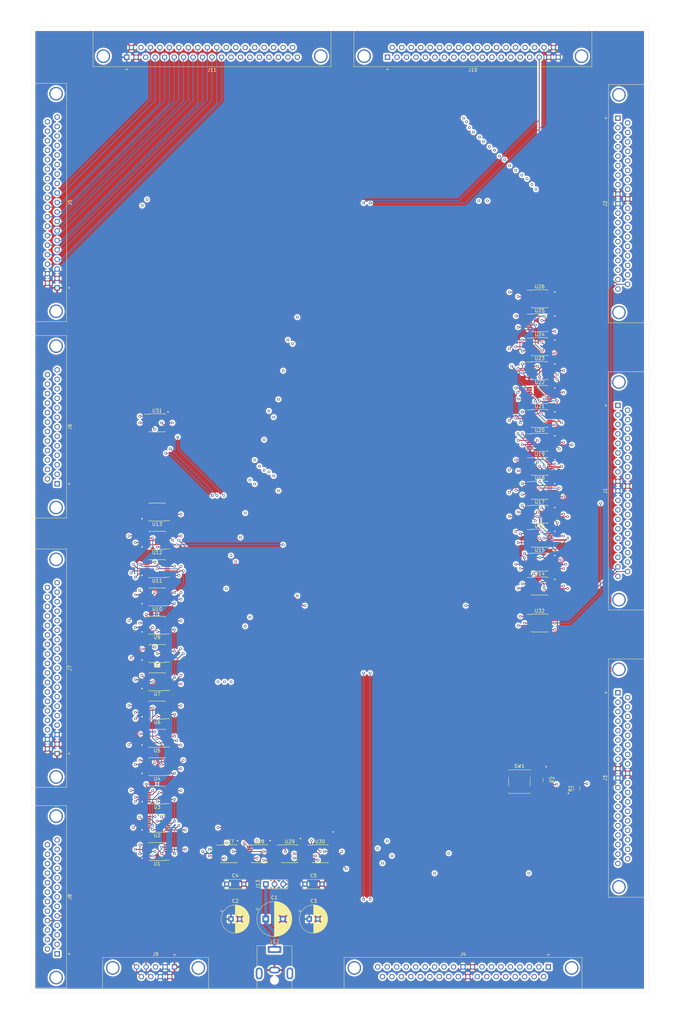
<source format=kicad_pcb>
(kicad_pcb (version 20171130) (host pcbnew 5.1.5-52549c5~84~ubuntu18.04.1)
  (layers (0 F.Cu signal) (1 In1.Cu signal) (2 In2.Cu signal) (31 B.Cu signal) (34 B.Paste user) (35 F.Paste user) (36 B.SilkS user) (37 F.SilkS user) (38 B.Mask user) (39 F.Mask user) (44 Edge.Cuts user))
  (net 0 "")
  (net 1 clk_a)
  (net 2 areg_in1)
  (net 3 areg_in3)
  (net 4 areg_in5)
  (net 5 areg_in7)
  (net 6 areg_in9)
  (net 7 areg_in11)
  (net 8 areg_in13)
  (net 9 areg_in15)
  (net 10 GND)
  (net 11 areg_out15)
  (net 12 areg_out13)
  (net 13 areg_out11)
  (net 14 areg_out9)
  (net 15 areg_out7)
  (net 16 areg_out5)
  (net 17 areg_out3)
  (net 18 areg_out1)
  (net 19 rega_load)
  (net 20 areg_in0)
  (net 21 areg_in2)
  (net 22 areg_in4)
  (net 23 areg_in6)
  (net 24 areg_in8)
  (net 25 areg_in10)
  (net 26 areg_in12)
  (net 27 areg_in14)
  (net 28 +3V3)
  (net 29 areg_out14)
  (net 30 areg_out12)
  (net 31 areg_out10)
  (net 32 areg_out8)
  (net 33 areg_out6)
  (net 34 areg_out4)
  (net 35 areg_out2)
  (net 36 areg_out0)
  (net 37 dreg_out13)
  (net 38 dreg_out11)
  (net 39 dreg_out9)
  (net 40 dreg_out7)
  (net 41 dreg_out5)
  (net 42 dreg_out3)
  (net 43 dreg_out1)
  (net 44 regd_load)
  (net 45 dreg_out14)
  (net 46 dreg_out12)
  (net 47 dreg_out10)
  (net 48 dreg_out8)
  (net 49 dreg_out6)
  (net 50 dreg_out4)
  (net 51 dreg_out2)
  (net 52 dreg_out0)
  (net 53 pc_out13)
  (net 54 pc_out11)
  (net 55 pc_out9)
  (net 56 pc_out7)
  (net 57 pc_out5)
  (net 58 pc_out3)
  (net 59 pc_out1)
  (net 60 pc_load)
  (net 61 pc_inc)
  (net 62 reset)
  (net 63 pc_out14)
  (net 64 pc_out12)
  (net 65 pc_out10)
  (net 66 pc_out8)
  (net 67 pc_out6)
  (net 68 pc_out4)
  (net 69 pc_out2)
  (net 70 pc_out0)
  (net 71 inst_14)
  (net 72 inst_12)
  (net 73 inst_10)
  (net 74 inst_8)
  (net 75 inst_6)
  (net 76 inst_4)
  (net 77 inst_2)
  (net 78 inst_0)
  (net 79 inst_15)
  (net 80 inst_13)
  (net 81 inst_11)
  (net 82 inst_9)
  (net 83 inst_7)
  (net 84 inst_5)
  (net 85 inst_3)
  (net 86 inst_1)
  (net 87 alu_out1)
  (net 88 alu_out3)
  (net 89 alu_out5)
  (net 90 alu_out7)
  (net 91 alu_out9)
  (net 92 alu_out11)
  (net 93 alu_out13)
  (net 94 alu_out15)
  (net 95 alu_out0)
  (net 96 alu_out2)
  (net 97 alu_out4)
  (net 98 alu_out6)
  (net 99 alu_out8)
  (net 100 alu_out10)
  (net 101 alu_out12)
  (net 102 alu_out14)
  (net 103 "Net-(J4-Pad29)")
  (net 104 "Net-(J4-Pad11)")
  (net 105 mux_areg_mem_out1)
  (net 106 mux_areg_mem_out3)
  (net 107 mux_areg_mem_out5)
  (net 108 mux_areg_mem_out7)
  (net 109 mux_areg_mem_out9)
  (net 110 mux_areg_mem_out11)
  (net 111 mux_areg_mem_out13)
  (net 112 mux_areg_mem_out15)
  (net 113 mux_areg_mem_out0)
  (net 114 mux_areg_mem_out2)
  (net 115 mux_areg_mem_out4)
  (net 116 mux_areg_mem_out6)
  (net 117 mux_areg_mem_out8)
  (net 118 mux_areg_mem_out10)
  (net 119 mux_areg_mem_out12)
  (net 120 mux_areg_mem_out14)
  (net 121 "Net-(J6-Pad5)")
  (net 122 alu_neg)
  (net 123 alu_zero)
  (net 124 mem_load)
  (net 125 mem_out15)
  (net 126 mem_out13)
  (net 127 mem_out11)
  (net 128 mem_out9)
  (net 129 mem_out7)
  (net 130 mem_out5)
  (net 131 mem_out3)
  (net 132 mem_out1)
  (net 133 mem_out14)
  (net 134 mem_out12)
  (net 135 mem_out10)
  (net 136 mem_out8)
  (net 137 mem_out6)
  (net 138 mem_out4)
  (net 139 mem_out2)
  (net 140 mem_out0)
  (net 141 clk_b)
  (net 142 Vin)
  (net 143 "Net-(J4-Pad27)")
  (net 144 "Net-(J9-Pad3)")
  (net 145 "Net-(U1-Pad13)")
  (net 146 "Net-(U1-Pad12)")
  (net 147 /Mux_16bit/not_sel)
  (net 148 "Net-(U2-Pad11)")
  (net 149 "Net-(U2-Pad10)")
  (net 150 "Net-(U2-Pad3)")
  (net 151 "Net-(U3-Pad11)")
  (net 152 "Net-(U3-Pad8)")
  (net 153 "Net-(U3-Pad3)")
  (net 154 "Net-(U4-Pad13)")
  (net 155 "Net-(U4-Pad12)")
  (net 156 "Net-(U5-Pad11)")
  (net 157 "Net-(U5-Pad10)")
  (net 158 "Net-(U5-Pad3)")
  (net 159 "Net-(U6-Pad11)")
  (net 160 "Net-(U6-Pad8)")
  (net 161 "Net-(U6-Pad3)")
  (net 162 "Net-(U7-Pad13)")
  (net 163 "Net-(U7-Pad12)")
  (net 164 "Net-(U8-Pad11)")
  (net 165 "Net-(U8-Pad10)")
  (net 166 "Net-(U8-Pad3)")
  (net 167 "Net-(U10-Pad2)")
  (net 168 "Net-(U10-Pad1)")
  (net 169 "Net-(U9-Pad3)")
  (net 170 "Net-(U10-Pad13)")
  (net 171 "Net-(U10-Pad12)")
  (net 172 "Net-(U11-Pad11)")
  (net 173 "Net-(U11-Pad10)")
  (net 174 "Net-(U11-Pad3)")
  (net 175 "Net-(U12-Pad11)")
  (net 176 "Net-(U12-Pad8)")
  (net 177 "Net-(U12-Pad3)")
  (net 178 "Net-(U13-Pad13)")
  (net 179 "Net-(U13-Pad12)")
  (net 180 "Net-(U13-Pad11)")
  (net 181 "Net-(U13-Pad10)")
  (net 182 "Net-(U13-Pad9)")
  (net 183 "Net-(U13-Pad8)")
  (net 184 "Net-(U13-Pad6)")
  (net 185 "Net-(U13-Pad5)")
  (net 186 "Net-(U13-Pad4)")
  (net 187 "Net-(U14-Pad13)")
  (net 188 "Net-(U14-Pad12)")
  (net 189 /sheet5EAF90EF/not_sel)
  (net 190 "Net-(U15-Pad11)")
  (net 191 "Net-(U15-Pad10)")
  (net 192 "Net-(U15-Pad3)")
  (net 193 "Net-(U16-Pad11)")
  (net 194 "Net-(U16-Pad8)")
  (net 195 "Net-(U16-Pad3)")
  (net 196 "Net-(U17-Pad13)")
  (net 197 "Net-(U17-Pad12)")
  (net 198 "Net-(U18-Pad11)")
  (net 199 "Net-(U18-Pad10)")
  (net 200 "Net-(U18-Pad3)")
  (net 201 "Net-(U19-Pad11)")
  (net 202 "Net-(U19-Pad8)")
  (net 203 "Net-(U19-Pad3)")
  (net 204 "Net-(U20-Pad13)")
  (net 205 "Net-(U20-Pad12)")
  (net 206 "Net-(U21-Pad11)")
  (net 207 "Net-(U21-Pad10)")
  (net 208 "Net-(U21-Pad3)")
  (net 209 "Net-(U22-Pad11)")
  (net 210 "Net-(U22-Pad8)")
  (net 211 "Net-(U22-Pad3)")
  (net 212 "Net-(U23-Pad13)")
  (net 213 "Net-(U23-Pad12)")
  (net 214 "Net-(U24-Pad11)")
  (net 215 "Net-(U24-Pad10)")
  (net 216 "Net-(U24-Pad3)")
  (net 217 "Net-(U25-Pad11)")
  (net 218 "Net-(U25-Pad8)")
  (net 219 "Net-(U25-Pad3)")
  (net 220 "Net-(U26-Pad13)")
  (net 221 "Net-(U26-Pad12)")
  (net 222 "Net-(U26-Pad11)")
  (net 223 "Net-(U26-Pad10)")
  (net 224 "Net-(U26-Pad9)")
  (net 225 "Net-(U26-Pad8)")
  (net 226 "Net-(U26-Pad6)")
  (net 227 "Net-(U26-Pad5)")
  (net 228 "Net-(U26-Pad4)")
  (net 229 "Net-(U27-Pad12)")
  (net 230 /CPU_logic/jump_zero)
  (net 231 "Net-(U27-Pad10)")
  (net 232 /CPU_logic/jump_pos)
  (net 233 /CPU_logic/alu_pos)
  (net 234 "Net-(U28-Pad11)")
  (net 235 "Net-(U28-Pad10)")
  (net 236 /CPU_logic/jump_neg)
  (net 237 "Net-(U28-Pad6)")
  (net 238 "Net-(U29-Pad13)")
  (net 239 "Net-(U29-Pad12)")
  (net 240 /CPU_logic/jump_cond)
  (net 241 "Net-(U29-Pad3)")
  (net 242 "Net-(U30-Pad12)")
  (net 243 "Net-(U30-Pad10)")
  (net 244 "Net-(U31-Pad12)")
  (net 245 "Net-(U31-Pad10)")
  (net 246 "Net-(U31-Pad3)")
  (net 247 "Net-(U32-Pad12)")
  (net 248 "Net-(U32-Pad10)")
  (net 249 dreg_out15)
  (net 250 "Net-(J10-Pad1)")
  (net 251 "Net-(J8-Pad16)")
  (net 252 "Net-(J8-Pad15)")
  (net 253 "Net-(J8-Pad14)")
  (net 254 "Net-(J8-Pad3)")
  (net 255 "Net-(J8-Pad2)")
  (net 256 "Net-(J8-Pad1)")
  (module Package_SO:TSSOP-14_4.4x5mm_P0.65mm (layer F.Cu) (at 455.93 209.55)
    (fp_text reference U32 (at 0 -3.55) (layer F.SilkS))
    (fp_text value SN74ALVC00)
    (pad 1 smd rect (at -2.95 -1.95) (size 1.45 0.45) (layers F.Cu F.Paste F.Mask) (net 84 inst_5))
    (pad 2 smd rect (at -2.95 -1.3) (size 1.45 0.45) (layers F.Cu F.Paste F.Mask) (net 84 inst_5))
    (pad 3 smd rect (at -2.95 -0.65) (size 1.45 0.45) (layers F.Cu F.Paste F.Mask) (net 248 "Net-(U32-Pad10)"))
    (pad 4 smd rect (at -2.95 0) (size 1.45 0.45) (layers F.Cu F.Paste F.Mask) (net 79 inst_15))
    (pad 5 smd rect (at -2.95 0.65) (size 1.45 0.45) (layers F.Cu F.Paste F.Mask) (net 76 inst_4))
    (pad 6 smd rect (at -2.95 1.3) (size 1.45 0.45) (layers F.Cu F.Paste F.Mask) (net 247 "Net-(U32-Pad12)"))
    (pad 7 smd rect (at -2.95 1.95) (size 1.45 0.45) (layers F.Cu F.Paste F.Mask) (net 10 GND))
    (pad 8 smd rect (at 2.95 1.95) (size 1.45 0.45) (layers F.Cu F.Paste F.Mask) (net 19 rega_load))
    (pad 9 smd rect (at 2.95 1.3) (size 1.45 0.45) (layers F.Cu F.Paste F.Mask) (net 79 inst_15))
    (pad 10 smd rect (at 2.95 0.65) (size 1.45 0.45) (layers F.Cu F.Paste F.Mask) (net 248 "Net-(U32-Pad10)"))
    (pad 11 smd rect (at 2.95 0) (size 1.45 0.45) (layers F.Cu F.Paste F.Mask) (net 44 regd_load))
    (pad 12 smd rect (at 2.95 -0.65) (size 1.45 0.45) (layers F.Cu F.Paste F.Mask) (net 247 "Net-(U32-Pad12)"))
    (pad 13 smd rect (at 2.95 -1.3) (size 1.45 0.45) (layers F.Cu F.Paste F.Mask) (net 247 "Net-(U32-Pad12)"))
    (pad 14 smd rect (at 2.95 -1.95) (size 1.45 0.45) (layers F.Cu F.Paste F.Mask) (net 28 +3V3))
  )
  (module Package_SO:TSSOP-14_4.4x5mm_P0.65mm (layer F.Cu) (at 344.17 151.13)
    (fp_text reference U31 (at 0 -3.55) (layer F.SilkS))
    (fp_text value SN74ALVC00)
    (pad 1 smd rect (at -2.95 -1.95) (size 1.45 0.45) (layers F.Cu F.Paste F.Mask) (net 123 alu_zero))
    (pad 2 smd rect (at -2.95 -1.3) (size 1.45 0.45) (layers F.Cu F.Paste F.Mask) (net 123 alu_zero))
    (pad 3 smd rect (at -2.95 -0.65) (size 1.45 0.45) (layers F.Cu F.Paste F.Mask) (net 246 "Net-(U31-Pad3)"))
    (pad 4 smd rect (at -2.95 0) (size 1.45 0.45) (layers F.Cu F.Paste F.Mask) (net 122 alu_neg))
    (pad 5 smd rect (at -2.95 0.65) (size 1.45 0.45) (layers F.Cu F.Paste F.Mask) (net 122 alu_neg))
    (pad 6 smd rect (at -2.95 1.3) (size 1.45 0.45) (layers F.Cu F.Paste F.Mask) (net 245 "Net-(U31-Pad10)"))
    (pad 7 smd rect (at -2.95 1.95) (size 1.45 0.45) (layers F.Cu F.Paste F.Mask) (net 10 GND))
    (pad 8 smd rect (at 2.95 1.95) (size 1.45 0.45) (layers F.Cu F.Paste F.Mask) (net 244 "Net-(U31-Pad12)"))
    (pad 9 smd rect (at 2.95 1.3) (size 1.45 0.45) (layers F.Cu F.Paste F.Mask) (net 246 "Net-(U31-Pad3)"))
    (pad 10 smd rect (at 2.95 0.65) (size 1.45 0.45) (layers F.Cu F.Paste F.Mask) (net 245 "Net-(U31-Pad10)"))
    (pad 11 smd rect (at 2.95 0) (size 1.45 0.45) (layers F.Cu F.Paste F.Mask) (net 233 /CPU_logic/alu_pos))
    (pad 12 smd rect (at 2.95 -0.65) (size 1.45 0.45) (layers F.Cu F.Paste F.Mask) (net 244 "Net-(U31-Pad12)"))
    (pad 13 smd rect (at 2.95 -1.3) (size 1.45 0.45) (layers F.Cu F.Paste F.Mask) (net 244 "Net-(U31-Pad12)"))
    (pad 14 smd rect (at 2.95 -1.95) (size 1.45 0.45) (layers F.Cu F.Paste F.Mask) (net 28 +3V3))
  )
  (module Package_SO:TSSOP-14_4.4x5mm_P0.65mm (layer F.Cu) (at 391.795 276.86)
    (fp_text reference U30 (at 0 -3.55) (layer F.SilkS))
    (fp_text value SN74ALVC00)
    (pad 1 smd rect (at -2.95 -1.95) (size 1.45 0.45) (layers F.Cu F.Paste F.Mask) (net 79 inst_15))
    (pad 2 smd rect (at -2.95 -1.3) (size 1.45 0.45) (layers F.Cu F.Paste F.Mask) (net 240 /CPU_logic/jump_cond))
    (pad 3 smd rect (at -2.95 -0.65) (size 1.45 0.45) (layers F.Cu F.Paste F.Mask) (net 243 "Net-(U30-Pad10)"))
    (pad 4 smd rect (at -2.95 0) (size 1.45 0.45) (layers F.Cu F.Paste F.Mask) (net 79 inst_15))
    (pad 5 smd rect (at -2.95 0.65) (size 1.45 0.45) (layers F.Cu F.Paste F.Mask) (net 85 inst_3))
    (pad 6 smd rect (at -2.95 1.3) (size 1.45 0.45) (layers F.Cu F.Paste F.Mask) (net 242 "Net-(U30-Pad12)"))
    (pad 7 smd rect (at -2.95 1.95) (size 1.45 0.45) (layers F.Cu F.Paste F.Mask) (net 10 GND))
    (pad 8 smd rect (at 2.95 1.95) (size 1.45 0.45) (layers F.Cu F.Paste F.Mask) (net 60 pc_load))
    (pad 9 smd rect (at 2.95 1.3) (size 1.45 0.45) (layers F.Cu F.Paste F.Mask) (net 243 "Net-(U30-Pad10)"))
    (pad 10 smd rect (at 2.95 0.65) (size 1.45 0.45) (layers F.Cu F.Paste F.Mask) (net 243 "Net-(U30-Pad10)"))
    (pad 11 smd rect (at 2.95 0) (size 1.45 0.45) (layers F.Cu F.Paste F.Mask) (net 124 mem_load))
    (pad 12 smd rect (at 2.95 -0.65) (size 1.45 0.45) (layers F.Cu F.Paste F.Mask) (net 242 "Net-(U30-Pad12)"))
    (pad 13 smd rect (at 2.95 -1.3) (size 1.45 0.45) (layers F.Cu F.Paste F.Mask) (net 242 "Net-(U30-Pad12)"))
    (pad 14 smd rect (at 2.95 -1.95) (size 1.45 0.45) (layers F.Cu F.Paste F.Mask) (net 28 +3V3))
  )
  (module Package_SO:TSSOP-14_4.4x5mm_P0.65mm (layer F.Cu) (at 382.905 276.86)
    (fp_text reference U29 (at 0 -3.55) (layer F.SilkS))
    (fp_text value SN74ALVC00)
    (pad 1 smd rect (at -2.95 -1.95) (size 1.45 0.45) (layers F.Cu F.Paste F.Mask) (net 237 "Net-(U28-Pad6)"))
    (pad 2 smd rect (at -2.95 -1.3) (size 1.45 0.45) (layers F.Cu F.Paste F.Mask) (net 234 "Net-(U28-Pad11)"))
    (pad 3 smd rect (at -2.95 -0.65) (size 1.45 0.45) (layers F.Cu F.Paste F.Mask) (net 241 "Net-(U29-Pad3)"))
    (pad 4 smd rect (at -2.95 0) (size 1.45 0.45) (layers F.Cu F.Paste F.Mask) (net 241 "Net-(U29-Pad3)"))
    (pad 5 smd rect (at -2.95 0.65) (size 1.45 0.45) (layers F.Cu F.Paste F.Mask) (net 241 "Net-(U29-Pad3)"))
    (pad 6 smd rect (at -2.95 1.3) (size 1.45 0.45) (layers F.Cu F.Paste F.Mask) (net 238 "Net-(U29-Pad13)"))
    (pad 7 smd rect (at -2.95 1.95) (size 1.45 0.45) (layers F.Cu F.Paste F.Mask) (net 10 GND))
    (pad 8 smd rect (at 2.95 1.95) (size 1.45 0.45) (layers F.Cu F.Paste F.Mask) (net 239 "Net-(U29-Pad12)"))
    (pad 9 smd rect (at 2.95 1.3) (size 1.45 0.45) (layers F.Cu F.Paste F.Mask) (net 236 /CPU_logic/jump_neg))
    (pad 10 smd rect (at 2.95 0.65) (size 1.45 0.45) (layers F.Cu F.Paste F.Mask) (net 236 /CPU_logic/jump_neg))
    (pad 11 smd rect (at 2.95 0) (size 1.45 0.45) (layers F.Cu F.Paste F.Mask) (net 240 /CPU_logic/jump_cond))
    (pad 12 smd rect (at 2.95 -0.65) (size 1.45 0.45) (layers F.Cu F.Paste F.Mask) (net 239 "Net-(U29-Pad12)"))
    (pad 13 smd rect (at 2.95 -1.3) (size 1.45 0.45) (layers F.Cu F.Paste F.Mask) (net 238 "Net-(U29-Pad13)"))
    (pad 14 smd rect (at 2.95 -1.95) (size 1.45 0.45) (layers F.Cu F.Paste F.Mask) (net 28 +3V3))
  )
  (module Package_SO:TSSOP-14_4.4x5mm_P0.65mm (layer F.Cu) (at 374.015 276.86)
    (fp_text reference U28 (at 0 -3.55) (layer F.SilkS))
    (fp_text value SN74ALVC00)
    (pad 1 smd rect (at -2.95 -1.95) (size 1.45 0.45) (layers F.Cu F.Paste F.Mask) (net 122 alu_neg))
    (pad 2 smd rect (at -2.95 -1.3) (size 1.45 0.45) (layers F.Cu F.Paste F.Mask) (net 77 inst_2))
    (pad 3 smd rect (at -2.95 -0.65) (size 1.45 0.45) (layers F.Cu F.Paste F.Mask) (net 235 "Net-(U28-Pad10)"))
    (pad 4 smd rect (at -2.95 0) (size 1.45 0.45) (layers F.Cu F.Paste F.Mask) (net 232 /CPU_logic/jump_pos))
    (pad 5 smd rect (at -2.95 0.65) (size 1.45 0.45) (layers F.Cu F.Paste F.Mask) (net 232 /CPU_logic/jump_pos))
    (pad 6 smd rect (at -2.95 1.3) (size 1.45 0.45) (layers F.Cu F.Paste F.Mask) (net 237 "Net-(U28-Pad6)"))
    (pad 7 smd rect (at -2.95 1.95) (size 1.45 0.45) (layers F.Cu F.Paste F.Mask) (net 10 GND))
    (pad 8 smd rect (at 2.95 1.95) (size 1.45 0.45) (layers F.Cu F.Paste F.Mask) (net 236 /CPU_logic/jump_neg))
    (pad 9 smd rect (at 2.95 1.3) (size 1.45 0.45) (layers F.Cu F.Paste F.Mask) (net 235 "Net-(U28-Pad10)"))
    (pad 10 smd rect (at 2.95 0.65) (size 1.45 0.45) (layers F.Cu F.Paste F.Mask) (net 235 "Net-(U28-Pad10)"))
    (pad 11 smd rect (at 2.95 0) (size 1.45 0.45) (layers F.Cu F.Paste F.Mask) (net 234 "Net-(U28-Pad11)"))
    (pad 12 smd rect (at 2.95 -0.65) (size 1.45 0.45) (layers F.Cu F.Paste F.Mask) (net 230 /CPU_logic/jump_zero))
    (pad 13 smd rect (at 2.95 -1.3) (size 1.45 0.45) (layers F.Cu F.Paste F.Mask) (net 230 /CPU_logic/jump_zero))
    (pad 14 smd rect (at 2.95 -1.95) (size 1.45 0.45) (layers F.Cu F.Paste F.Mask) (net 28 +3V3))
  )
  (module Package_SO:TSSOP-14_4.4x5mm_P0.65mm (layer F.Cu) (at 365.125 276.86)
    (fp_text reference U27 (at 0 -3.55) (layer F.SilkS))
    (fp_text value SN74ALVC00)
    (pad 1 smd rect (at -2.95 -1.95) (size 1.45 0.45) (layers F.Cu F.Paste F.Mask) (net 233 /CPU_logic/alu_pos))
    (pad 2 smd rect (at -2.95 -1.3) (size 1.45 0.45) (layers F.Cu F.Paste F.Mask) (net 78 inst_0))
    (pad 3 smd rect (at -2.95 -0.65) (size 1.45 0.45) (layers F.Cu F.Paste F.Mask) (net 231 "Net-(U27-Pad10)"))
    (pad 4 smd rect (at -2.95 0) (size 1.45 0.45) (layers F.Cu F.Paste F.Mask) (net 123 alu_zero))
    (pad 5 smd rect (at -2.95 0.65) (size 1.45 0.45) (layers F.Cu F.Paste F.Mask) (net 86 inst_1))
    (pad 6 smd rect (at -2.95 1.3) (size 1.45 0.45) (layers F.Cu F.Paste F.Mask) (net 229 "Net-(U27-Pad12)"))
    (pad 7 smd rect (at -2.95 1.95) (size 1.45 0.45) (layers F.Cu F.Paste F.Mask) (net 10 GND))
    (pad 8 smd rect (at 2.95 1.95) (size 1.45 0.45) (layers F.Cu F.Paste F.Mask) (net 232 /CPU_logic/jump_pos))
    (pad 9 smd rect (at 2.95 1.3) (size 1.45 0.45) (layers F.Cu F.Paste F.Mask) (net 231 "Net-(U27-Pad10)"))
    (pad 10 smd rect (at 2.95 0.65) (size 1.45 0.45) (layers F.Cu F.Paste F.Mask) (net 231 "Net-(U27-Pad10)"))
    (pad 11 smd rect (at 2.95 0) (size 1.45 0.45) (layers F.Cu F.Paste F.Mask) (net 230 /CPU_logic/jump_zero))
    (pad 12 smd rect (at 2.95 -0.65) (size 1.45 0.45) (layers F.Cu F.Paste F.Mask) (net 229 "Net-(U27-Pad12)"))
    (pad 13 smd rect (at 2.95 -1.3) (size 1.45 0.45) (layers F.Cu F.Paste F.Mask) (net 229 "Net-(U27-Pad12)"))
    (pad 14 smd rect (at 2.95 -1.95) (size 1.45 0.45) (layers F.Cu F.Paste F.Mask) (net 28 +3V3))
  )
  (module Package_SO:TSSOP-14_4.4x5mm_P0.65mm (layer F.Cu) (at 455.93 114.935)
    (fp_text reference U26 (at 0 -3.55) (layer F.SilkS))
    (fp_text value SN74ALVC00)
    (pad 14 smd rect (at 2.95 -1.95) (size 1.45 0.45) (layers F.Cu F.Paste F.Mask) (net 28 +3V3))
    (pad 13 smd rect (at 2.95 -1.3) (size 1.45 0.45) (layers F.Cu F.Paste F.Mask) (net 220 "Net-(U26-Pad13)"))
    (pad 12 smd rect (at 2.95 -0.65) (size 1.45 0.45) (layers F.Cu F.Paste F.Mask) (net 221 "Net-(U26-Pad12)"))
    (pad 11 smd rect (at 2.95 0) (size 1.45 0.45) (layers F.Cu F.Paste F.Mask) (net 222 "Net-(U26-Pad11)"))
    (pad 10 smd rect (at 2.95 0.65) (size 1.45 0.45) (layers F.Cu F.Paste F.Mask) (net 223 "Net-(U26-Pad10)"))
    (pad 9 smd rect (at 2.95 1.3) (size 1.45 0.45) (layers F.Cu F.Paste F.Mask) (net 224 "Net-(U26-Pad9)"))
    (pad 8 smd rect (at 2.95 1.95) (size 1.45 0.45) (layers F.Cu F.Paste F.Mask) (net 225 "Net-(U26-Pad8)"))
    (pad 7 smd rect (at -2.95 1.95) (size 1.45 0.45) (layers F.Cu F.Paste F.Mask) (net 10 GND))
    (pad 6 smd rect (at -2.95 1.3) (size 1.45 0.45) (layers F.Cu F.Paste F.Mask) (net 226 "Net-(U26-Pad6)"))
    (pad 5 smd rect (at -2.95 0.65) (size 1.45 0.45) (layers F.Cu F.Paste F.Mask) (net 227 "Net-(U26-Pad5)"))
    (pad 4 smd rect (at -2.95 0) (size 1.45 0.45) (layers F.Cu F.Paste F.Mask) (net 228 "Net-(U26-Pad4)"))
    (pad 3 smd rect (at -2.95 -0.65) (size 1.45 0.45) (layers F.Cu F.Paste F.Mask) (net 9 areg_in15))
    (pad 2 smd rect (at -2.95 -1.3) (size 1.45 0.45) (layers F.Cu F.Paste F.Mask) (net 217 "Net-(U25-Pad11)"))
    (pad 1 smd rect (at -2.95 -1.95) (size 1.45 0.45) (layers F.Cu F.Paste F.Mask) (net 218 "Net-(U25-Pad8)"))
  )
  (module Package_SO:TSSOP-14_4.4x5mm_P0.65mm (layer F.Cu) (at 455.93 121.92)
    (fp_text reference U25 (at 0 -3.55) (layer F.SilkS))
    (fp_text value SN74ALVC00)
    (pad 14 smd rect (at 2.95 -1.95) (size 1.45 0.45) (layers F.Cu F.Paste F.Mask) (net 28 +3V3))
    (pad 13 smd rect (at 2.95 -1.3) (size 1.45 0.45) (layers F.Cu F.Paste F.Mask) (net 79 inst_15))
    (pad 12 smd rect (at 2.95 -0.65) (size 1.45 0.45) (layers F.Cu F.Paste F.Mask) (net 94 alu_out15))
    (pad 11 smd rect (at 2.95 0) (size 1.45 0.45) (layers F.Cu F.Paste F.Mask) (net 217 "Net-(U25-Pad11)"))
    (pad 10 smd rect (at 2.95 0.65) (size 1.45 0.45) (layers F.Cu F.Paste F.Mask) (net 189 /sheet5EAF90EF/not_sel))
    (pad 9 smd rect (at 2.95 1.3) (size 1.45 0.45) (layers F.Cu F.Paste F.Mask) (net 10 GND))
    (pad 8 smd rect (at 2.95 1.95) (size 1.45 0.45) (layers F.Cu F.Paste F.Mask) (net 218 "Net-(U25-Pad8)"))
    (pad 7 smd rect (at -2.95 1.95) (size 1.45 0.45) (layers F.Cu F.Paste F.Mask) (net 10 GND))
    (pad 6 smd rect (at -2.95 1.3) (size 1.45 0.45) (layers F.Cu F.Paste F.Mask) (net 27 areg_in14))
    (pad 5 smd rect (at -2.95 0.65) (size 1.45 0.45) (layers F.Cu F.Paste F.Mask) (net 214 "Net-(U24-Pad11)"))
    (pad 4 smd rect (at -2.95 0) (size 1.45 0.45) (layers F.Cu F.Paste F.Mask) (net 219 "Net-(U25-Pad3)"))
    (pad 3 smd rect (at -2.95 -0.65) (size 1.45 0.45) (layers F.Cu F.Paste F.Mask) (net 219 "Net-(U25-Pad3)"))
    (pad 2 smd rect (at -2.95 -1.3) (size 1.45 0.45) (layers F.Cu F.Paste F.Mask) (net 79 inst_15))
    (pad 1 smd rect (at -2.95 -1.95) (size 1.45 0.45) (layers F.Cu F.Paste F.Mask) (net 102 alu_out14))
  )
  (module Package_SO:TSSOP-14_4.4x5mm_P0.65mm (layer F.Cu) (at 455.93 128.905)
    (fp_text reference U24 (at 0 -3.55) (layer F.SilkS))
    (fp_text value SN74ALVC00)
    (pad 14 smd rect (at 2.95 -1.95) (size 1.45 0.45) (layers F.Cu F.Paste F.Mask) (net 28 +3V3))
    (pad 13 smd rect (at 2.95 -1.3) (size 1.45 0.45) (layers F.Cu F.Paste F.Mask) (net 189 /sheet5EAF90EF/not_sel))
    (pad 12 smd rect (at 2.95 -0.65) (size 1.45 0.45) (layers F.Cu F.Paste F.Mask) (net 71 inst_14))
    (pad 11 smd rect (at 2.95 0) (size 1.45 0.45) (layers F.Cu F.Paste F.Mask) (net 214 "Net-(U24-Pad11)"))
    (pad 10 smd rect (at 2.95 0.65) (size 1.45 0.45) (layers F.Cu F.Paste F.Mask) (net 215 "Net-(U24-Pad10)"))
    (pad 9 smd rect (at 2.95 1.3) (size 1.45 0.45) (layers F.Cu F.Paste F.Mask) (net 216 "Net-(U24-Pad3)"))
    (pad 8 smd rect (at 2.95 1.95) (size 1.45 0.45) (layers F.Cu F.Paste F.Mask) (net 8 areg_in13))
    (pad 7 smd rect (at -2.95 1.95) (size 1.45 0.45) (layers F.Cu F.Paste F.Mask) (net 10 GND))
    (pad 6 smd rect (at -2.95 1.3) (size 1.45 0.45) (layers F.Cu F.Paste F.Mask) (net 215 "Net-(U24-Pad10)"))
    (pad 5 smd rect (at -2.95 0.65) (size 1.45 0.45) (layers F.Cu F.Paste F.Mask) (net 79 inst_15))
    (pad 4 smd rect (at -2.95 0) (size 1.45 0.45) (layers F.Cu F.Paste F.Mask) (net 93 alu_out13))
    (pad 3 smd rect (at -2.95 -0.65) (size 1.45 0.45) (layers F.Cu F.Paste F.Mask) (net 216 "Net-(U24-Pad3)"))
    (pad 2 smd rect (at -2.95 -1.3) (size 1.45 0.45) (layers F.Cu F.Paste F.Mask) (net 189 /sheet5EAF90EF/not_sel))
    (pad 1 smd rect (at -2.95 -1.95) (size 1.45 0.45) (layers F.Cu F.Paste F.Mask) (net 80 inst_13))
  )
  (module Package_SO:TSSOP-14_4.4x5mm_P0.65mm (layer F.Cu) (at 455.93 135.89)
    (fp_text reference U23 (at 0 -3.55) (layer F.SilkS))
    (fp_text value SN74ALVC00)
    (pad 14 smd rect (at 2.95 -1.95) (size 1.45 0.45) (layers F.Cu F.Paste F.Mask) (net 28 +3V3))
    (pad 13 smd rect (at 2.95 -1.3) (size 1.45 0.45) (layers F.Cu F.Paste F.Mask) (net 212 "Net-(U23-Pad13)"))
    (pad 12 smd rect (at 2.95 -0.65) (size 1.45 0.45) (layers F.Cu F.Paste F.Mask) (net 213 "Net-(U23-Pad12)"))
    (pad 11 smd rect (at 2.95 0) (size 1.45 0.45) (layers F.Cu F.Paste F.Mask) (net 26 areg_in12))
    (pad 10 smd rect (at 2.95 0.65) (size 1.45 0.45) (layers F.Cu F.Paste F.Mask) (net 101 alu_out12))
    (pad 9 smd rect (at 2.95 1.3) (size 1.45 0.45) (layers F.Cu F.Paste F.Mask) (net 79 inst_15))
    (pad 8 smd rect (at 2.95 1.95) (size 1.45 0.45) (layers F.Cu F.Paste F.Mask) (net 213 "Net-(U23-Pad12)"))
    (pad 7 smd rect (at -2.95 1.95) (size 1.45 0.45) (layers F.Cu F.Paste F.Mask) (net 10 GND))
    (pad 6 smd rect (at -2.95 1.3) (size 1.45 0.45) (layers F.Cu F.Paste F.Mask) (net 212 "Net-(U23-Pad13)"))
    (pad 5 smd rect (at -2.95 0.65) (size 1.45 0.45) (layers F.Cu F.Paste F.Mask) (net 189 /sheet5EAF90EF/not_sel))
    (pad 4 smd rect (at -2.95 0) (size 1.45 0.45) (layers F.Cu F.Paste F.Mask) (net 72 inst_12))
    (pad 3 smd rect (at -2.95 -0.65) (size 1.45 0.45) (layers F.Cu F.Paste F.Mask) (net 7 areg_in11))
    (pad 2 smd rect (at -2.95 -1.3) (size 1.45 0.45) (layers F.Cu F.Paste F.Mask) (net 209 "Net-(U22-Pad11)"))
    (pad 1 smd rect (at -2.95 -1.95) (size 1.45 0.45) (layers F.Cu F.Paste F.Mask) (net 210 "Net-(U22-Pad8)"))
  )
  (module Package_SO:TSSOP-14_4.4x5mm_P0.65mm (layer F.Cu) (at 455.93 142.875)
    (fp_text reference U22 (at 0 -3.55) (layer F.SilkS))
    (fp_text value SN74ALVC00)
    (pad 14 smd rect (at 2.95 -1.95) (size 1.45 0.45) (layers F.Cu F.Paste F.Mask) (net 28 +3V3))
    (pad 13 smd rect (at 2.95 -1.3) (size 1.45 0.45) (layers F.Cu F.Paste F.Mask) (net 79 inst_15))
    (pad 12 smd rect (at 2.95 -0.65) (size 1.45 0.45) (layers F.Cu F.Paste F.Mask) (net 92 alu_out11))
    (pad 11 smd rect (at 2.95 0) (size 1.45 0.45) (layers F.Cu F.Paste F.Mask) (net 209 "Net-(U22-Pad11)"))
    (pad 10 smd rect (at 2.95 0.65) (size 1.45 0.45) (layers F.Cu F.Paste F.Mask) (net 189 /sheet5EAF90EF/not_sel))
    (pad 9 smd rect (at 2.95 1.3) (size 1.45 0.45) (layers F.Cu F.Paste F.Mask) (net 81 inst_11))
    (pad 8 smd rect (at 2.95 1.95) (size 1.45 0.45) (layers F.Cu F.Paste F.Mask) (net 210 "Net-(U22-Pad8)"))
    (pad 7 smd rect (at -2.95 1.95) (size 1.45 0.45) (layers F.Cu F.Paste F.Mask) (net 10 GND))
    (pad 6 smd rect (at -2.95 1.3) (size 1.45 0.45) (layers F.Cu F.Paste F.Mask) (net 25 areg_in10))
    (pad 5 smd rect (at -2.95 0.65) (size 1.45 0.45) (layers F.Cu F.Paste F.Mask) (net 206 "Net-(U21-Pad11)"))
    (pad 4 smd rect (at -2.95 0) (size 1.45 0.45) (layers F.Cu F.Paste F.Mask) (net 211 "Net-(U22-Pad3)"))
    (pad 3 smd rect (at -2.95 -0.65) (size 1.45 0.45) (layers F.Cu F.Paste F.Mask) (net 211 "Net-(U22-Pad3)"))
    (pad 2 smd rect (at -2.95 -1.3) (size 1.45 0.45) (layers F.Cu F.Paste F.Mask) (net 79 inst_15))
    (pad 1 smd rect (at -2.95 -1.95) (size 1.45 0.45) (layers F.Cu F.Paste F.Mask) (net 100 alu_out10))
  )
  (module Package_SO:TSSOP-14_4.4x5mm_P0.65mm (layer F.Cu) (at 455.93 149.86)
    (fp_text reference U21 (at 0 -3.55) (layer F.SilkS))
    (fp_text value SN74ALVC00)
    (pad 14 smd rect (at 2.95 -1.95) (size 1.45 0.45) (layers F.Cu F.Paste F.Mask) (net 28 +3V3))
    (pad 13 smd rect (at 2.95 -1.3) (size 1.45 0.45) (layers F.Cu F.Paste F.Mask) (net 189 /sheet5EAF90EF/not_sel))
    (pad 12 smd rect (at 2.95 -0.65) (size 1.45 0.45) (layers F.Cu F.Paste F.Mask) (net 73 inst_10))
    (pad 11 smd rect (at 2.95 0) (size 1.45 0.45) (layers F.Cu F.Paste F.Mask) (net 206 "Net-(U21-Pad11)"))
    (pad 10 smd rect (at 2.95 0.65) (size 1.45 0.45) (layers F.Cu F.Paste F.Mask) (net 207 "Net-(U21-Pad10)"))
    (pad 9 smd rect (at 2.95 1.3) (size 1.45 0.45) (layers F.Cu F.Paste F.Mask) (net 208 "Net-(U21-Pad3)"))
    (pad 8 smd rect (at 2.95 1.95) (size 1.45 0.45) (layers F.Cu F.Paste F.Mask) (net 6 areg_in9))
    (pad 7 smd rect (at -2.95 1.95) (size 1.45 0.45) (layers F.Cu F.Paste F.Mask) (net 10 GND))
    (pad 6 smd rect (at -2.95 1.3) (size 1.45 0.45) (layers F.Cu F.Paste F.Mask) (net 207 "Net-(U21-Pad10)"))
    (pad 5 smd rect (at -2.95 0.65) (size 1.45 0.45) (layers F.Cu F.Paste F.Mask) (net 79 inst_15))
    (pad 4 smd rect (at -2.95 0) (size 1.45 0.45) (layers F.Cu F.Paste F.Mask) (net 91 alu_out9))
    (pad 3 smd rect (at -2.95 -0.65) (size 1.45 0.45) (layers F.Cu F.Paste F.Mask) (net 208 "Net-(U21-Pad3)"))
    (pad 2 smd rect (at -2.95 -1.3) (size 1.45 0.45) (layers F.Cu F.Paste F.Mask) (net 189 /sheet5EAF90EF/not_sel))
    (pad 1 smd rect (at -2.95 -1.95) (size 1.45 0.45) (layers F.Cu F.Paste F.Mask) (net 82 inst_9))
  )
  (module Package_SO:TSSOP-14_4.4x5mm_P0.65mm (layer F.Cu) (at 455.93 156.845)
    (fp_text reference U20 (at 0 -3.55) (layer F.SilkS))
    (fp_text value SN74ALVC00)
    (pad 14 smd rect (at 2.95 -1.95) (size 1.45 0.45) (layers F.Cu F.Paste F.Mask) (net 28 +3V3))
    (pad 13 smd rect (at 2.95 -1.3) (size 1.45 0.45) (layers F.Cu F.Paste F.Mask) (net 204 "Net-(U20-Pad13)"))
    (pad 12 smd rect (at 2.95 -0.65) (size 1.45 0.45) (layers F.Cu F.Paste F.Mask) (net 205 "Net-(U20-Pad12)"))
    (pad 11 smd rect (at 2.95 0) (size 1.45 0.45) (layers F.Cu F.Paste F.Mask) (net 24 areg_in8))
    (pad 10 smd rect (at 2.95 0.65) (size 1.45 0.45) (layers F.Cu F.Paste F.Mask) (net 99 alu_out8))
    (pad 9 smd rect (at 2.95 1.3) (size 1.45 0.45) (layers F.Cu F.Paste F.Mask) (net 79 inst_15))
    (pad 8 smd rect (at 2.95 1.95) (size 1.45 0.45) (layers F.Cu F.Paste F.Mask) (net 205 "Net-(U20-Pad12)"))
    (pad 7 smd rect (at -2.95 1.95) (size 1.45 0.45) (layers F.Cu F.Paste F.Mask) (net 10 GND))
    (pad 6 smd rect (at -2.95 1.3) (size 1.45 0.45) (layers F.Cu F.Paste F.Mask) (net 204 "Net-(U20-Pad13)"))
    (pad 5 smd rect (at -2.95 0.65) (size 1.45 0.45) (layers F.Cu F.Paste F.Mask) (net 189 /sheet5EAF90EF/not_sel))
    (pad 4 smd rect (at -2.95 0) (size 1.45 0.45) (layers F.Cu F.Paste F.Mask) (net 74 inst_8))
    (pad 3 smd rect (at -2.95 -0.65) (size 1.45 0.45) (layers F.Cu F.Paste F.Mask) (net 5 areg_in7))
    (pad 2 smd rect (at -2.95 -1.3) (size 1.45 0.45) (layers F.Cu F.Paste F.Mask) (net 201 "Net-(U19-Pad11)"))
    (pad 1 smd rect (at -2.95 -1.95) (size 1.45 0.45) (layers F.Cu F.Paste F.Mask) (net 202 "Net-(U19-Pad8)"))
  )
  (module Package_SO:TSSOP-14_4.4x5mm_P0.65mm (layer F.Cu) (at 455.93 163.83)
    (fp_text reference U19 (at 0 -3.55) (layer F.SilkS))
    (fp_text value SN74ALVC00)
    (pad 14 smd rect (at 2.95 -1.95) (size 1.45 0.45) (layers F.Cu F.Paste F.Mask) (net 28 +3V3))
    (pad 13 smd rect (at 2.95 -1.3) (size 1.45 0.45) (layers F.Cu F.Paste F.Mask) (net 79 inst_15))
    (pad 12 smd rect (at 2.95 -0.65) (size 1.45 0.45) (layers F.Cu F.Paste F.Mask) (net 90 alu_out7))
    (pad 11 smd rect (at 2.95 0) (size 1.45 0.45) (layers F.Cu F.Paste F.Mask) (net 201 "Net-(U19-Pad11)"))
    (pad 10 smd rect (at 2.95 0.65) (size 1.45 0.45) (layers F.Cu F.Paste F.Mask) (net 189 /sheet5EAF90EF/not_sel))
    (pad 9 smd rect (at 2.95 1.3) (size 1.45 0.45) (layers F.Cu F.Paste F.Mask) (net 83 inst_7))
    (pad 8 smd rect (at 2.95 1.95) (size 1.45 0.45) (layers F.Cu F.Paste F.Mask) (net 202 "Net-(U19-Pad8)"))
    (pad 7 smd rect (at -2.95 1.95) (size 1.45 0.45) (layers F.Cu F.Paste F.Mask) (net 10 GND))
    (pad 6 smd rect (at -2.95 1.3) (size 1.45 0.45) (layers F.Cu F.Paste F.Mask) (net 23 areg_in6))
    (pad 5 smd rect (at -2.95 0.65) (size 1.45 0.45) (layers F.Cu F.Paste F.Mask) (net 198 "Net-(U18-Pad11)"))
    (pad 4 smd rect (at -2.95 0) (size 1.45 0.45) (layers F.Cu F.Paste F.Mask) (net 203 "Net-(U19-Pad3)"))
    (pad 3 smd rect (at -2.95 -0.65) (size 1.45 0.45) (layers F.Cu F.Paste F.Mask) (net 203 "Net-(U19-Pad3)"))
    (pad 2 smd rect (at -2.95 -1.3) (size 1.45 0.45) (layers F.Cu F.Paste F.Mask) (net 79 inst_15))
    (pad 1 smd rect (at -2.95 -1.95) (size 1.45 0.45) (layers F.Cu F.Paste F.Mask) (net 98 alu_out6))
  )
  (module Package_SO:TSSOP-14_4.4x5mm_P0.65mm (layer F.Cu) (at 455.93 170.815)
    (fp_text reference U18 (at 0 -3.55) (layer F.SilkS))
    (fp_text value SN74ALVC00)
    (pad 14 smd rect (at 2.95 -1.95) (size 1.45 0.45) (layers F.Cu F.Paste F.Mask) (net 28 +3V3))
    (pad 13 smd rect (at 2.95 -1.3) (size 1.45 0.45) (layers F.Cu F.Paste F.Mask) (net 189 /sheet5EAF90EF/not_sel))
    (pad 12 smd rect (at 2.95 -0.65) (size 1.45 0.45) (layers F.Cu F.Paste F.Mask) (net 75 inst_6))
    (pad 11 smd rect (at 2.95 0) (size 1.45 0.45) (layers F.Cu F.Paste F.Mask) (net 198 "Net-(U18-Pad11)"))
    (pad 10 smd rect (at 2.95 0.65) (size 1.45 0.45) (layers F.Cu F.Paste F.Mask) (net 199 "Net-(U18-Pad10)"))
    (pad 9 smd rect (at 2.95 1.3) (size 1.45 0.45) (layers F.Cu F.Paste F.Mask) (net 200 "Net-(U18-Pad3)"))
    (pad 8 smd rect (at 2.95 1.95) (size 1.45 0.45) (layers F.Cu F.Paste F.Mask) (net 4 areg_in5))
    (pad 7 smd rect (at -2.95 1.95) (size 1.45 0.45) (layers F.Cu F.Paste F.Mask) (net 10 GND))
    (pad 6 smd rect (at -2.95 1.3) (size 1.45 0.45) (layers F.Cu F.Paste F.Mask) (net 199 "Net-(U18-Pad10)"))
    (pad 5 smd rect (at -2.95 0.65) (size 1.45 0.45) (layers F.Cu F.Paste F.Mask) (net 79 inst_15))
    (pad 4 smd rect (at -2.95 0) (size 1.45 0.45) (layers F.Cu F.Paste F.Mask) (net 89 alu_out5))
    (pad 3 smd rect (at -2.95 -0.65) (size 1.45 0.45) (layers F.Cu F.Paste F.Mask) (net 200 "Net-(U18-Pad3)"))
    (pad 2 smd rect (at -2.95 -1.3) (size 1.45 0.45) (layers F.Cu F.Paste F.Mask) (net 189 /sheet5EAF90EF/not_sel))
    (pad 1 smd rect (at -2.95 -1.95) (size 1.45 0.45) (layers F.Cu F.Paste F.Mask) (net 84 inst_5))
  )
  (module Package_SO:TSSOP-14_4.4x5mm_P0.65mm (layer F.Cu) (at 455.93 177.8)
    (fp_text reference U17 (at 0 -3.55) (layer F.SilkS))
    (fp_text value SN74ALVC00)
    (pad 14 smd rect (at 2.95 -1.95) (size 1.45 0.45) (layers F.Cu F.Paste F.Mask) (net 28 +3V3))
    (pad 13 smd rect (at 2.95 -1.3) (size 1.45 0.45) (layers F.Cu F.Paste F.Mask) (net 196 "Net-(U17-Pad13)"))
    (pad 12 smd rect (at 2.95 -0.65) (size 1.45 0.45) (layers F.Cu F.Paste F.Mask) (net 197 "Net-(U17-Pad12)"))
    (pad 11 smd rect (at 2.95 0) (size 1.45 0.45) (layers F.Cu F.Paste F.Mask) (net 22 areg_in4))
    (pad 10 smd rect (at 2.95 0.65) (size 1.45 0.45) (layers F.Cu F.Paste F.Mask) (net 97 alu_out4))
    (pad 9 smd rect (at 2.95 1.3) (size 1.45 0.45) (layers F.Cu F.Paste F.Mask) (net 79 inst_15))
    (pad 8 smd rect (at 2.95 1.95) (size 1.45 0.45) (layers F.Cu F.Paste F.Mask) (net 197 "Net-(U17-Pad12)"))
    (pad 7 smd rect (at -2.95 1.95) (size 1.45 0.45) (layers F.Cu F.Paste F.Mask) (net 10 GND))
    (pad 6 smd rect (at -2.95 1.3) (size 1.45 0.45) (layers F.Cu F.Paste F.Mask) (net 196 "Net-(U17-Pad13)"))
    (pad 5 smd rect (at -2.95 0.65) (size 1.45 0.45) (layers F.Cu F.Paste F.Mask) (net 189 /sheet5EAF90EF/not_sel))
    (pad 4 smd rect (at -2.95 0) (size 1.45 0.45) (layers F.Cu F.Paste F.Mask) (net 76 inst_4))
    (pad 3 smd rect (at -2.95 -0.65) (size 1.45 0.45) (layers F.Cu F.Paste F.Mask) (net 3 areg_in3))
    (pad 2 smd rect (at -2.95 -1.3) (size 1.45 0.45) (layers F.Cu F.Paste F.Mask) (net 193 "Net-(U16-Pad11)"))
    (pad 1 smd rect (at -2.95 -1.95) (size 1.45 0.45) (layers F.Cu F.Paste F.Mask) (net 194 "Net-(U16-Pad8)"))
  )
  (module Package_SO:TSSOP-14_4.4x5mm_P0.65mm (layer F.Cu) (at 455.93 184.785)
    (fp_text reference U16 (at 0 -3.55) (layer F.SilkS))
    (fp_text value SN74ALVC00)
    (pad 14 smd rect (at 2.95 -1.95) (size 1.45 0.45) (layers F.Cu F.Paste F.Mask) (net 28 +3V3))
    (pad 13 smd rect (at 2.95 -1.3) (size 1.45 0.45) (layers F.Cu F.Paste F.Mask) (net 79 inst_15))
    (pad 12 smd rect (at 2.95 -0.65) (size 1.45 0.45) (layers F.Cu F.Paste F.Mask) (net 88 alu_out3))
    (pad 11 smd rect (at 2.95 0) (size 1.45 0.45) (layers F.Cu F.Paste F.Mask) (net 193 "Net-(U16-Pad11)"))
    (pad 10 smd rect (at 2.95 0.65) (size 1.45 0.45) (layers F.Cu F.Paste F.Mask) (net 189 /sheet5EAF90EF/not_sel))
    (pad 9 smd rect (at 2.95 1.3) (size 1.45 0.45) (layers F.Cu F.Paste F.Mask) (net 85 inst_3))
    (pad 8 smd rect (at 2.95 1.95) (size 1.45 0.45) (layers F.Cu F.Paste F.Mask) (net 194 "Net-(U16-Pad8)"))
    (pad 7 smd rect (at -2.95 1.95) (size 1.45 0.45) (layers F.Cu F.Paste F.Mask) (net 10 GND))
    (pad 6 smd rect (at -2.95 1.3) (size 1.45 0.45) (layers F.Cu F.Paste F.Mask) (net 21 areg_in2))
    (pad 5 smd rect (at -2.95 0.65) (size 1.45 0.45) (layers F.Cu F.Paste F.Mask) (net 190 "Net-(U15-Pad11)"))
    (pad 4 smd rect (at -2.95 0) (size 1.45 0.45) (layers F.Cu F.Paste F.Mask) (net 195 "Net-(U16-Pad3)"))
    (pad 3 smd rect (at -2.95 -0.65) (size 1.45 0.45) (layers F.Cu F.Paste F.Mask) (net 195 "Net-(U16-Pad3)"))
    (pad 2 smd rect (at -2.95 -1.3) (size 1.45 0.45) (layers F.Cu F.Paste F.Mask) (net 79 inst_15))
    (pad 1 smd rect (at -2.95 -1.95) (size 1.45 0.45) (layers F.Cu F.Paste F.Mask) (net 96 alu_out2))
  )
  (module Package_SO:TSSOP-14_4.4x5mm_P0.65mm (layer F.Cu) (at 455.93 191.77)
    (fp_text reference U15 (at 0 -3.55) (layer F.SilkS))
    (fp_text value SN74ALVC00)
    (pad 14 smd rect (at 2.95 -1.95) (size 1.45 0.45) (layers F.Cu F.Paste F.Mask) (net 28 +3V3))
    (pad 13 smd rect (at 2.95 -1.3) (size 1.45 0.45) (layers F.Cu F.Paste F.Mask) (net 189 /sheet5EAF90EF/not_sel))
    (pad 12 smd rect (at 2.95 -0.65) (size 1.45 0.45) (layers F.Cu F.Paste F.Mask) (net 77 inst_2))
    (pad 11 smd rect (at 2.95 0) (size 1.45 0.45) (layers F.Cu F.Paste F.Mask) (net 190 "Net-(U15-Pad11)"))
    (pad 10 smd rect (at 2.95 0.65) (size 1.45 0.45) (layers F.Cu F.Paste F.Mask) (net 191 "Net-(U15-Pad10)"))
    (pad 9 smd rect (at 2.95 1.3) (size 1.45 0.45) (layers F.Cu F.Paste F.Mask) (net 192 "Net-(U15-Pad3)"))
    (pad 8 smd rect (at 2.95 1.95) (size 1.45 0.45) (layers F.Cu F.Paste F.Mask) (net 2 areg_in1))
    (pad 7 smd rect (at -2.95 1.95) (size 1.45 0.45) (layers F.Cu F.Paste F.Mask) (net 10 GND))
    (pad 6 smd rect (at -2.95 1.3) (size 1.45 0.45) (layers F.Cu F.Paste F.Mask) (net 191 "Net-(U15-Pad10)"))
    (pad 5 smd rect (at -2.95 0.65) (size 1.45 0.45) (layers F.Cu F.Paste F.Mask) (net 87 alu_out1))
    (pad 4 smd rect (at -2.95 0) (size 1.45 0.45) (layers F.Cu F.Paste F.Mask) (net 79 inst_15))
    (pad 3 smd rect (at -2.95 -0.65) (size 1.45 0.45) (layers F.Cu F.Paste F.Mask) (net 192 "Net-(U15-Pad3)"))
    (pad 2 smd rect (at -2.95 -1.3) (size 1.45 0.45) (layers F.Cu F.Paste F.Mask) (net 189 /sheet5EAF90EF/not_sel))
    (pad 1 smd rect (at -2.95 -1.95) (size 1.45 0.45) (layers F.Cu F.Paste F.Mask) (net 86 inst_1))
  )
  (module Package_SO:TSSOP-14_4.4x5mm_P0.65mm (layer F.Cu) (at 455.93 198.755)
    (fp_text reference U14 (at 0 -3.55) (layer F.SilkS))
    (fp_text value SN74ALVC00)
    (pad 14 smd rect (at 2.95 -1.95) (size 1.45 0.45) (layers F.Cu F.Paste F.Mask) (net 28 +3V3))
    (pad 13 smd rect (at 2.95 -1.3) (size 1.45 0.45) (layers F.Cu F.Paste F.Mask) (net 187 "Net-(U14-Pad13)"))
    (pad 12 smd rect (at 2.95 -0.65) (size 1.45 0.45) (layers F.Cu F.Paste F.Mask) (net 188 "Net-(U14-Pad12)"))
    (pad 11 smd rect (at 2.95 0) (size 1.45 0.45) (layers F.Cu F.Paste F.Mask) (net 20 areg_in0))
    (pad 10 smd rect (at 2.95 0.65) (size 1.45 0.45) (layers F.Cu F.Paste F.Mask) (net 95 alu_out0))
    (pad 9 smd rect (at 2.95 1.3) (size 1.45 0.45) (layers F.Cu F.Paste F.Mask) (net 79 inst_15))
    (pad 8 smd rect (at 2.95 1.95) (size 1.45 0.45) (layers F.Cu F.Paste F.Mask) (net 188 "Net-(U14-Pad12)"))
    (pad 7 smd rect (at -2.95 1.95) (size 1.45 0.45) (layers F.Cu F.Paste F.Mask) (net 10 GND))
    (pad 6 smd rect (at -2.95 1.3) (size 1.45 0.45) (layers F.Cu F.Paste F.Mask) (net 187 "Net-(U14-Pad13)"))
    (pad 5 smd rect (at -2.95 0.65) (size 1.45 0.45) (layers F.Cu F.Paste F.Mask) (net 78 inst_0))
    (pad 4 smd rect (at -2.95 0) (size 1.45 0.45) (layers F.Cu F.Paste F.Mask) (net 189 /sheet5EAF90EF/not_sel))
    (pad 3 smd rect (at -2.95 -0.65) (size 1.45 0.45) (layers F.Cu F.Paste F.Mask) (net 189 /sheet5EAF90EF/not_sel))
    (pad 2 smd rect (at -2.95 -1.3) (size 1.45 0.45) (layers F.Cu F.Paste F.Mask) (net 79 inst_15))
    (pad 1 smd rect (at -2.95 -1.95) (size 1.45 0.45) (layers F.Cu F.Paste F.Mask) (net 79 inst_15))
  )
  (module Package_SO:TSSOP-14_4.4x5mm_P0.65mm (layer F.Cu) (at 344.17 177.165 180)
    (fp_text reference U13 (at 0 -3.55) (layer F.SilkS))
    (fp_text value SN74ALVC00)
    (pad 14 smd rect (at 2.95 -1.95 180) (size 1.45 0.45) (layers F.Cu F.Paste F.Mask) (net 28 +3V3))
    (pad 13 smd rect (at 2.95 -1.3 180) (size 1.45 0.45) (layers F.Cu F.Paste F.Mask) (net 178 "Net-(U13-Pad13)"))
    (pad 12 smd rect (at 2.95 -0.65 180) (size 1.45 0.45) (layers F.Cu F.Paste F.Mask) (net 179 "Net-(U13-Pad12)"))
    (pad 11 smd rect (at 2.95 0 180) (size 1.45 0.45) (layers F.Cu F.Paste F.Mask) (net 180 "Net-(U13-Pad11)"))
    (pad 10 smd rect (at 2.95 0.65 180) (size 1.45 0.45) (layers F.Cu F.Paste F.Mask) (net 181 "Net-(U13-Pad10)"))
    (pad 9 smd rect (at 2.95 1.3 180) (size 1.45 0.45) (layers F.Cu F.Paste F.Mask) (net 182 "Net-(U13-Pad9)"))
    (pad 8 smd rect (at 2.95 1.95 180) (size 1.45 0.45) (layers F.Cu F.Paste F.Mask) (net 183 "Net-(U13-Pad8)"))
    (pad 7 smd rect (at -2.95 1.95 180) (size 1.45 0.45) (layers F.Cu F.Paste F.Mask) (net 10 GND))
    (pad 6 smd rect (at -2.95 1.3 180) (size 1.45 0.45) (layers F.Cu F.Paste F.Mask) (net 184 "Net-(U13-Pad6)"))
    (pad 5 smd rect (at -2.95 0.65 180) (size 1.45 0.45) (layers F.Cu F.Paste F.Mask) (net 185 "Net-(U13-Pad5)"))
    (pad 4 smd rect (at -2.95 0 180) (size 1.45 0.45) (layers F.Cu F.Paste F.Mask) (net 186 "Net-(U13-Pad4)"))
    (pad 3 smd rect (at -2.95 -0.65 180) (size 1.45 0.45) (layers F.Cu F.Paste F.Mask) (net 112 mux_areg_mem_out15))
    (pad 2 smd rect (at -2.95 -1.3 180) (size 1.45 0.45) (layers F.Cu F.Paste F.Mask) (net 175 "Net-(U12-Pad11)"))
    (pad 1 smd rect (at -2.95 -1.95 180) (size 1.45 0.45) (layers F.Cu F.Paste F.Mask) (net 176 "Net-(U12-Pad8)"))
  )
  (module Package_SO:TSSOP-14_4.4x5mm_P0.65mm (layer F.Cu) (at 344.17 185.42 180)
    (fp_text reference U12 (at 0 -3.55) (layer F.SilkS))
    (fp_text value SN74ALVC00)
    (pad 14 smd rect (at 2.95 -1.95 180) (size 1.45 0.45) (layers F.Cu F.Paste F.Mask) (net 28 +3V3))
    (pad 13 smd rect (at 2.95 -1.3 180) (size 1.45 0.45) (layers F.Cu F.Paste F.Mask) (net 72 inst_12))
    (pad 12 smd rect (at 2.95 -0.65 180) (size 1.45 0.45) (layers F.Cu F.Paste F.Mask) (net 125 mem_out15))
    (pad 11 smd rect (at 2.95 0 180) (size 1.45 0.45) (layers F.Cu F.Paste F.Mask) (net 175 "Net-(U12-Pad11)"))
    (pad 10 smd rect (at 2.95 0.65 180) (size 1.45 0.45) (layers F.Cu F.Paste F.Mask) (net 147 /Mux_16bit/not_sel))
    (pad 9 smd rect (at 2.95 1.3 180) (size 1.45 0.45) (layers F.Cu F.Paste F.Mask) (net 11 areg_out15))
    (pad 8 smd rect (at 2.95 1.95 180) (size 1.45 0.45) (layers F.Cu F.Paste F.Mask) (net 176 "Net-(U12-Pad8)"))
    (pad 7 smd rect (at -2.95 1.95 180) (size 1.45 0.45) (layers F.Cu F.Paste F.Mask) (net 10 GND))
    (pad 6 smd rect (at -2.95 1.3 180) (size 1.45 0.45) (layers F.Cu F.Paste F.Mask) (net 120 mux_areg_mem_out14))
    (pad 5 smd rect (at -2.95 0.65 180) (size 1.45 0.45) (layers F.Cu F.Paste F.Mask) (net 172 "Net-(U11-Pad11)"))
    (pad 4 smd rect (at -2.95 0 180) (size 1.45 0.45) (layers F.Cu F.Paste F.Mask) (net 177 "Net-(U12-Pad3)"))
    (pad 3 smd rect (at -2.95 -0.65 180) (size 1.45 0.45) (layers F.Cu F.Paste F.Mask) (net 177 "Net-(U12-Pad3)"))
    (pad 2 smd rect (at -2.95 -1.3 180) (size 1.45 0.45) (layers F.Cu F.Paste F.Mask) (net 72 inst_12))
    (pad 1 smd rect (at -2.95 -1.95 180) (size 1.45 0.45) (layers F.Cu F.Paste F.Mask) (net 133 mem_out14))
  )
  (module Package_SO:TSSOP-14_4.4x5mm_P0.65mm (layer F.Cu) (at 344.17 193.675 180)
    (fp_text reference U11 (at 0 -3.55) (layer F.SilkS))
    (fp_text value SN74ALVC00)
    (pad 14 smd rect (at 2.95 -1.95 180) (size 1.45 0.45) (layers F.Cu F.Paste F.Mask) (net 28 +3V3))
    (pad 13 smd rect (at 2.95 -1.3 180) (size 1.45 0.45) (layers F.Cu F.Paste F.Mask) (net 147 /Mux_16bit/not_sel))
    (pad 12 smd rect (at 2.95 -0.65 180) (size 1.45 0.45) (layers F.Cu F.Paste F.Mask) (net 29 areg_out14))
    (pad 11 smd rect (at 2.95 0 180) (size 1.45 0.45) (layers F.Cu F.Paste F.Mask) (net 172 "Net-(U11-Pad11)"))
    (pad 10 smd rect (at 2.95 0.65 180) (size 1.45 0.45) (layers F.Cu F.Paste F.Mask) (net 173 "Net-(U11-Pad10)"))
    (pad 9 smd rect (at 2.95 1.3 180) (size 1.45 0.45) (layers F.Cu F.Paste F.Mask) (net 174 "Net-(U11-Pad3)"))
    (pad 8 smd rect (at 2.95 1.95 180) (size 1.45 0.45) (layers F.Cu F.Paste F.Mask) (net 111 mux_areg_mem_out13))
    (pad 7 smd rect (at -2.95 1.95 180) (size 1.45 0.45) (layers F.Cu F.Paste F.Mask) (net 10 GND))
    (pad 6 smd rect (at -2.95 1.3 180) (size 1.45 0.45) (layers F.Cu F.Paste F.Mask) (net 173 "Net-(U11-Pad10)"))
    (pad 5 smd rect (at -2.95 0.65 180) (size 1.45 0.45) (layers F.Cu F.Paste F.Mask) (net 72 inst_12))
    (pad 4 smd rect (at -2.95 0 180) (size 1.45 0.45) (layers F.Cu F.Paste F.Mask) (net 126 mem_out13))
    (pad 3 smd rect (at -2.95 -0.65 180) (size 1.45 0.45) (layers F.Cu F.Paste F.Mask) (net 174 "Net-(U11-Pad3)"))
    (pad 2 smd rect (at -2.95 -1.3 180) (size 1.45 0.45) (layers F.Cu F.Paste F.Mask) (net 147 /Mux_16bit/not_sel))
    (pad 1 smd rect (at -2.95 -1.95 180) (size 1.45 0.45) (layers F.Cu F.Paste F.Mask) (net 12 areg_out13))
  )
  (module Package_SO:TSSOP-14_4.4x5mm_P0.65mm (layer F.Cu) (at 344.17 201.93 180)
    (fp_text reference U10 (at 0 -3.55) (layer F.SilkS))
    (fp_text value SN74ALVC00)
    (pad 14 smd rect (at 2.95 -1.95 180) (size 1.45 0.45) (layers F.Cu F.Paste F.Mask) (net 28 +3V3))
    (pad 13 smd rect (at 2.95 -1.3 180) (size 1.45 0.45) (layers F.Cu F.Paste F.Mask) (net 170 "Net-(U10-Pad13)"))
    (pad 12 smd rect (at 2.95 -0.65 180) (size 1.45 0.45) (layers F.Cu F.Paste F.Mask) (net 171 "Net-(U10-Pad12)"))
    (pad 11 smd rect (at 2.95 0 180) (size 1.45 0.45) (layers F.Cu F.Paste F.Mask) (net 119 mux_areg_mem_out12))
    (pad 10 smd rect (at 2.95 0.65 180) (size 1.45 0.45) (layers F.Cu F.Paste F.Mask) (net 134 mem_out12))
    (pad 9 smd rect (at 2.95 1.3 180) (size 1.45 0.45) (layers F.Cu F.Paste F.Mask) (net 72 inst_12))
    (pad 8 smd rect (at 2.95 1.95 180) (size 1.45 0.45) (layers F.Cu F.Paste F.Mask) (net 171 "Net-(U10-Pad12)"))
    (pad 7 smd rect (at -2.95 1.95 180) (size 1.45 0.45) (layers F.Cu F.Paste F.Mask) (net 10 GND))
    (pad 6 smd rect (at -2.95 1.3 180) (size 1.45 0.45) (layers F.Cu F.Paste F.Mask) (net 170 "Net-(U10-Pad13)"))
    (pad 5 smd rect (at -2.95 0.65 180) (size 1.45 0.45) (layers F.Cu F.Paste F.Mask) (net 147 /Mux_16bit/not_sel))
    (pad 4 smd rect (at -2.95 0 180) (size 1.45 0.45) (layers F.Cu F.Paste F.Mask) (net 30 areg_out12))
    (pad 3 smd rect (at -2.95 -0.65 180) (size 1.45 0.45) (layers F.Cu F.Paste F.Mask) (net 110 mux_areg_mem_out11))
    (pad 2 smd rect (at -2.95 -1.3 180) (size 1.45 0.45) (layers F.Cu F.Paste F.Mask) (net 167 "Net-(U10-Pad2)"))
    (pad 1 smd rect (at -2.95 -1.95 180) (size 1.45 0.45) (layers F.Cu F.Paste F.Mask) (net 168 "Net-(U10-Pad1)"))
  )
  (module Package_SO:TSSOP-14_4.4x5mm_P0.65mm (layer F.Cu) (at 344.17 210.185 180)
    (fp_text reference U9 (at 0 -3.55) (layer F.SilkS))
    (fp_text value SN74ALVC00)
    (pad 14 smd rect (at 2.95 -1.95 180) (size 1.45 0.45) (layers F.Cu F.Paste F.Mask) (net 28 +3V3))
    (pad 13 smd rect (at 2.95 -1.3 180) (size 1.45 0.45) (layers F.Cu F.Paste F.Mask) (net 72 inst_12))
    (pad 12 smd rect (at 2.95 -0.65 180) (size 1.45 0.45) (layers F.Cu F.Paste F.Mask) (net 127 mem_out11))
    (pad 11 smd rect (at 2.95 0 180) (size 1.45 0.45) (layers F.Cu F.Paste F.Mask) (net 167 "Net-(U10-Pad2)"))
    (pad 10 smd rect (at 2.95 0.65 180) (size 1.45 0.45) (layers F.Cu F.Paste F.Mask) (net 147 /Mux_16bit/not_sel))
    (pad 9 smd rect (at 2.95 1.3 180) (size 1.45 0.45) (layers F.Cu F.Paste F.Mask) (net 13 areg_out11))
    (pad 8 smd rect (at 2.95 1.95 180) (size 1.45 0.45) (layers F.Cu F.Paste F.Mask) (net 168 "Net-(U10-Pad1)"))
    (pad 7 smd rect (at -2.95 1.95 180) (size 1.45 0.45) (layers F.Cu F.Paste F.Mask) (net 10 GND))
    (pad 6 smd rect (at -2.95 1.3 180) (size 1.45 0.45) (layers F.Cu F.Paste F.Mask) (net 118 mux_areg_mem_out10))
    (pad 5 smd rect (at -2.95 0.65 180) (size 1.45 0.45) (layers F.Cu F.Paste F.Mask) (net 164 "Net-(U8-Pad11)"))
    (pad 4 smd rect (at -2.95 0 180) (size 1.45 0.45) (layers F.Cu F.Paste F.Mask) (net 169 "Net-(U9-Pad3)"))
    (pad 3 smd rect (at -2.95 -0.65 180) (size 1.45 0.45) (layers F.Cu F.Paste F.Mask) (net 169 "Net-(U9-Pad3)"))
    (pad 2 smd rect (at -2.95 -1.3 180) (size 1.45 0.45) (layers F.Cu F.Paste F.Mask) (net 72 inst_12))
    (pad 1 smd rect (at -2.95 -1.95 180) (size 1.45 0.45) (layers F.Cu F.Paste F.Mask) (net 135 mem_out10))
  )
  (module Package_SO:TSSOP-14_4.4x5mm_P0.65mm (layer F.Cu) (at 344.17 218.44 180)
    (fp_text reference U8 (at 0 -3.55) (layer F.SilkS))
    (fp_text value SN74ALVC00)
    (pad 14 smd rect (at 2.95 -1.95 180) (size 1.45 0.45) (layers F.Cu F.Paste F.Mask) (net 28 +3V3))
    (pad 13 smd rect (at 2.95 -1.3 180) (size 1.45 0.45) (layers F.Cu F.Paste F.Mask) (net 147 /Mux_16bit/not_sel))
    (pad 12 smd rect (at 2.95 -0.65 180) (size 1.45 0.45) (layers F.Cu F.Paste F.Mask) (net 31 areg_out10))
    (pad 11 smd rect (at 2.95 0 180) (size 1.45 0.45) (layers F.Cu F.Paste F.Mask) (net 164 "Net-(U8-Pad11)"))
    (pad 10 smd rect (at 2.95 0.65 180) (size 1.45 0.45) (layers F.Cu F.Paste F.Mask) (net 165 "Net-(U8-Pad10)"))
    (pad 9 smd rect (at 2.95 1.3 180) (size 1.45 0.45) (layers F.Cu F.Paste F.Mask) (net 166 "Net-(U8-Pad3)"))
    (pad 8 smd rect (at 2.95 1.95 180) (size 1.45 0.45) (layers F.Cu F.Paste F.Mask) (net 109 mux_areg_mem_out9))
    (pad 7 smd rect (at -2.95 1.95 180) (size 1.45 0.45) (layers F.Cu F.Paste F.Mask) (net 10 GND))
    (pad 6 smd rect (at -2.95 1.3 180) (size 1.45 0.45) (layers F.Cu F.Paste F.Mask) (net 165 "Net-(U8-Pad10)"))
    (pad 5 smd rect (at -2.95 0.65 180) (size 1.45 0.45) (layers F.Cu F.Paste F.Mask) (net 72 inst_12))
    (pad 4 smd rect (at -2.95 0 180) (size 1.45 0.45) (layers F.Cu F.Paste F.Mask) (net 128 mem_out9))
    (pad 3 smd rect (at -2.95 -0.65 180) (size 1.45 0.45) (layers F.Cu F.Paste F.Mask) (net 166 "Net-(U8-Pad3)"))
    (pad 2 smd rect (at -2.95 -1.3 180) (size 1.45 0.45) (layers F.Cu F.Paste F.Mask) (net 147 /Mux_16bit/not_sel))
    (pad 1 smd rect (at -2.95 -1.95 180) (size 1.45 0.45) (layers F.Cu F.Paste F.Mask) (net 14 areg_out9))
  )
  (module Package_SO:TSSOP-14_4.4x5mm_P0.65mm (layer F.Cu) (at 344.17 226.695 180)
    (fp_text reference U7 (at 0 -3.55) (layer F.SilkS))
    (fp_text value SN74ALVC00)
    (pad 14 smd rect (at 2.95 -1.95 180) (size 1.45 0.45) (layers F.Cu F.Paste F.Mask) (net 28 +3V3))
    (pad 13 smd rect (at 2.95 -1.3 180) (size 1.45 0.45) (layers F.Cu F.Paste F.Mask) (net 162 "Net-(U7-Pad13)"))
    (pad 12 smd rect (at 2.95 -0.65 180) (size 1.45 0.45) (layers F.Cu F.Paste F.Mask) (net 163 "Net-(U7-Pad12)"))
    (pad 11 smd rect (at 2.95 0 180) (size 1.45 0.45) (layers F.Cu F.Paste F.Mask) (net 117 mux_areg_mem_out8))
    (pad 10 smd rect (at 2.95 0.65 180) (size 1.45 0.45) (layers F.Cu F.Paste F.Mask) (net 136 mem_out8))
    (pad 9 smd rect (at 2.95 1.3 180) (size 1.45 0.45) (layers F.Cu F.Paste F.Mask) (net 72 inst_12))
    (pad 8 smd rect (at 2.95 1.95 180) (size 1.45 0.45) (layers F.Cu F.Paste F.Mask) (net 163 "Net-(U7-Pad12)"))
    (pad 7 smd rect (at -2.95 1.95 180) (size 1.45 0.45) (layers F.Cu F.Paste F.Mask) (net 10 GND))
    (pad 6 smd rect (at -2.95 1.3 180) (size 1.45 0.45) (layers F.Cu F.Paste F.Mask) (net 162 "Net-(U7-Pad13)"))
    (pad 5 smd rect (at -2.95 0.65 180) (size 1.45 0.45) (layers F.Cu F.Paste F.Mask) (net 147 /Mux_16bit/not_sel))
    (pad 4 smd rect (at -2.95 0 180) (size 1.45 0.45) (layers F.Cu F.Paste F.Mask) (net 32 areg_out8))
    (pad 3 smd rect (at -2.95 -0.65 180) (size 1.45 0.45) (layers F.Cu F.Paste F.Mask) (net 108 mux_areg_mem_out7))
    (pad 2 smd rect (at -2.95 -1.3 180) (size 1.45 0.45) (layers F.Cu F.Paste F.Mask) (net 159 "Net-(U6-Pad11)"))
    (pad 1 smd rect (at -2.95 -1.95 180) (size 1.45 0.45) (layers F.Cu F.Paste F.Mask) (net 160 "Net-(U6-Pad8)"))
  )
  (module Package_SO:TSSOP-14_4.4x5mm_P0.65mm (layer F.Cu) (at 344.17 234.95 180)
    (fp_text reference U6 (at 0 -3.55) (layer F.SilkS))
    (fp_text value SN74ALVC00)
    (pad 14 smd rect (at 2.95 -1.95 180) (size 1.45 0.45) (layers F.Cu F.Paste F.Mask) (net 28 +3V3))
    (pad 13 smd rect (at 2.95 -1.3 180) (size 1.45 0.45) (layers F.Cu F.Paste F.Mask) (net 72 inst_12))
    (pad 12 smd rect (at 2.95 -0.65 180) (size 1.45 0.45) (layers F.Cu F.Paste F.Mask) (net 129 mem_out7))
    (pad 11 smd rect (at 2.95 0 180) (size 1.45 0.45) (layers F.Cu F.Paste F.Mask) (net 159 "Net-(U6-Pad11)"))
    (pad 10 smd rect (at 2.95 0.65 180) (size 1.45 0.45) (layers F.Cu F.Paste F.Mask) (net 147 /Mux_16bit/not_sel))
    (pad 9 smd rect (at 2.95 1.3 180) (size 1.45 0.45) (layers F.Cu F.Paste F.Mask) (net 15 areg_out7))
    (pad 8 smd rect (at 2.95 1.95 180) (size 1.45 0.45) (layers F.Cu F.Paste F.Mask) (net 160 "Net-(U6-Pad8)"))
    (pad 7 smd rect (at -2.95 1.95 180) (size 1.45 0.45) (layers F.Cu F.Paste F.Mask) (net 10 GND))
    (pad 6 smd rect (at -2.95 1.3 180) (size 1.45 0.45) (layers F.Cu F.Paste F.Mask) (net 116 mux_areg_mem_out6))
    (pad 5 smd rect (at -2.95 0.65 180) (size 1.45 0.45) (layers F.Cu F.Paste F.Mask) (net 156 "Net-(U5-Pad11)"))
    (pad 4 smd rect (at -2.95 0 180) (size 1.45 0.45) (layers F.Cu F.Paste F.Mask) (net 161 "Net-(U6-Pad3)"))
    (pad 3 smd rect (at -2.95 -0.65 180) (size 1.45 0.45) (layers F.Cu F.Paste F.Mask) (net 161 "Net-(U6-Pad3)"))
    (pad 2 smd rect (at -2.95 -1.3 180) (size 1.45 0.45) (layers F.Cu F.Paste F.Mask) (net 72 inst_12))
    (pad 1 smd rect (at -2.95 -1.95 180) (size 1.45 0.45) (layers F.Cu F.Paste F.Mask) (net 137 mem_out6))
  )
  (module Package_SO:TSSOP-14_4.4x5mm_P0.65mm (layer F.Cu) (at 344.17 243.205 180)
    (fp_text reference U5 (at 0 -3.55) (layer F.SilkS))
    (fp_text value SN74ALVC00)
    (pad 14 smd rect (at 2.95 -1.95 180) (size 1.45 0.45) (layers F.Cu F.Paste F.Mask) (net 28 +3V3))
    (pad 13 smd rect (at 2.95 -1.3 180) (size 1.45 0.45) (layers F.Cu F.Paste F.Mask) (net 147 /Mux_16bit/not_sel))
    (pad 12 smd rect (at 2.95 -0.65 180) (size 1.45 0.45) (layers F.Cu F.Paste F.Mask) (net 33 areg_out6))
    (pad 11 smd rect (at 2.95 0 180) (size 1.45 0.45) (layers F.Cu F.Paste F.Mask) (net 156 "Net-(U5-Pad11)"))
    (pad 10 smd rect (at 2.95 0.65 180) (size 1.45 0.45) (layers F.Cu F.Paste F.Mask) (net 157 "Net-(U5-Pad10)"))
    (pad 9 smd rect (at 2.95 1.3 180) (size 1.45 0.45) (layers F.Cu F.Paste F.Mask) (net 158 "Net-(U5-Pad3)"))
    (pad 8 smd rect (at 2.95 1.95 180) (size 1.45 0.45) (layers F.Cu F.Paste F.Mask) (net 107 mux_areg_mem_out5))
    (pad 7 smd rect (at -2.95 1.95 180) (size 1.45 0.45) (layers F.Cu F.Paste F.Mask) (net 10 GND))
    (pad 6 smd rect (at -2.95 1.3 180) (size 1.45 0.45) (layers F.Cu F.Paste F.Mask) (net 157 "Net-(U5-Pad10)"))
    (pad 5 smd rect (at -2.95 0.65 180) (size 1.45 0.45) (layers F.Cu F.Paste F.Mask) (net 72 inst_12))
    (pad 4 smd rect (at -2.95 0 180) (size 1.45 0.45) (layers F.Cu F.Paste F.Mask) (net 130 mem_out5))
    (pad 3 smd rect (at -2.95 -0.65 180) (size 1.45 0.45) (layers F.Cu F.Paste F.Mask) (net 158 "Net-(U5-Pad3)"))
    (pad 2 smd rect (at -2.95 -1.3 180) (size 1.45 0.45) (layers F.Cu F.Paste F.Mask) (net 147 /Mux_16bit/not_sel))
    (pad 1 smd rect (at -2.95 -1.95 180) (size 1.45 0.45) (layers F.Cu F.Paste F.Mask) (net 16 areg_out5))
  )
  (module Package_SO:TSSOP-14_4.4x5mm_P0.65mm (layer F.Cu) (at 344.17 251.46 180)
    (fp_text reference U4 (at 0 -3.55) (layer F.SilkS))
    (fp_text value SN74ALVC00)
    (pad 14 smd rect (at 2.95 -1.95 180) (size 1.45 0.45) (layers F.Cu F.Paste F.Mask) (net 28 +3V3))
    (pad 13 smd rect (at 2.95 -1.3 180) (size 1.45 0.45) (layers F.Cu F.Paste F.Mask) (net 154 "Net-(U4-Pad13)"))
    (pad 12 smd rect (at 2.95 -0.65 180) (size 1.45 0.45) (layers F.Cu F.Paste F.Mask) (net 155 "Net-(U4-Pad12)"))
    (pad 11 smd rect (at 2.95 0 180) (size 1.45 0.45) (layers F.Cu F.Paste F.Mask) (net 115 mux_areg_mem_out4))
    (pad 10 smd rect (at 2.95 0.65 180) (size 1.45 0.45) (layers F.Cu F.Paste F.Mask) (net 138 mem_out4))
    (pad 9 smd rect (at 2.95 1.3 180) (size 1.45 0.45) (layers F.Cu F.Paste F.Mask) (net 72 inst_12))
    (pad 8 smd rect (at 2.95 1.95 180) (size 1.45 0.45) (layers F.Cu F.Paste F.Mask) (net 155 "Net-(U4-Pad12)"))
    (pad 7 smd rect (at -2.95 1.95 180) (size 1.45 0.45) (layers F.Cu F.Paste F.Mask) (net 10 GND))
    (pad 6 smd rect (at -2.95 1.3 180) (size 1.45 0.45) (layers F.Cu F.Paste F.Mask) (net 154 "Net-(U4-Pad13)"))
    (pad 5 smd rect (at -2.95 0.65 180) (size 1.45 0.45) (layers F.Cu F.Paste F.Mask) (net 147 /Mux_16bit/not_sel))
    (pad 4 smd rect (at -2.95 0 180) (size 1.45 0.45) (layers F.Cu F.Paste F.Mask) (net 34 areg_out4))
    (pad 3 smd rect (at -2.95 -0.65 180) (size 1.45 0.45) (layers F.Cu F.Paste F.Mask) (net 106 mux_areg_mem_out3))
    (pad 2 smd rect (at -2.95 -1.3 180) (size 1.45 0.45) (layers F.Cu F.Paste F.Mask) (net 151 "Net-(U3-Pad11)"))
    (pad 1 smd rect (at -2.95 -1.95 180) (size 1.45 0.45) (layers F.Cu F.Paste F.Mask) (net 152 "Net-(U3-Pad8)"))
  )
  (module Package_SO:TSSOP-14_4.4x5mm_P0.65mm (layer F.Cu) (at 344.17 259.715 180)
    (fp_text reference U3 (at 0 -3.55) (layer F.SilkS))
    (fp_text value SN74ALVC00)
    (pad 14 smd rect (at 2.95 -1.95 180) (size 1.45 0.45) (layers F.Cu F.Paste F.Mask) (net 28 +3V3))
    (pad 13 smd rect (at 2.95 -1.3 180) (size 1.45 0.45) (layers F.Cu F.Paste F.Mask) (net 72 inst_12))
    (pad 12 smd rect (at 2.95 -0.65 180) (size 1.45 0.45) (layers F.Cu F.Paste F.Mask) (net 131 mem_out3))
    (pad 11 smd rect (at 2.95 0 180) (size 1.45 0.45) (layers F.Cu F.Paste F.Mask) (net 151 "Net-(U3-Pad11)"))
    (pad 10 smd rect (at 2.95 0.65 180) (size 1.45 0.45) (layers F.Cu F.Paste F.Mask) (net 147 /Mux_16bit/not_sel))
    (pad 9 smd rect (at 2.95 1.3 180) (size 1.45 0.45) (layers F.Cu F.Paste F.Mask) (net 17 areg_out3))
    (pad 8 smd rect (at 2.95 1.95 180) (size 1.45 0.45) (layers F.Cu F.Paste F.Mask) (net 152 "Net-(U3-Pad8)"))
    (pad 7 smd rect (at -2.95 1.95 180) (size 1.45 0.45) (layers F.Cu F.Paste F.Mask) (net 10 GND))
    (pad 6 smd rect (at -2.95 1.3 180) (size 1.45 0.45) (layers F.Cu F.Paste F.Mask) (net 114 mux_areg_mem_out2))
    (pad 5 smd rect (at -2.95 0.65 180) (size 1.45 0.45) (layers F.Cu F.Paste F.Mask) (net 148 "Net-(U2-Pad11)"))
    (pad 4 smd rect (at -2.95 0 180) (size 1.45 0.45) (layers F.Cu F.Paste F.Mask) (net 153 "Net-(U3-Pad3)"))
    (pad 3 smd rect (at -2.95 -0.65 180) (size 1.45 0.45) (layers F.Cu F.Paste F.Mask) (net 153 "Net-(U3-Pad3)"))
    (pad 2 smd rect (at -2.95 -1.3 180) (size 1.45 0.45) (layers F.Cu F.Paste F.Mask) (net 72 inst_12))
    (pad 1 smd rect (at -2.95 -1.95 180) (size 1.45 0.45) (layers F.Cu F.Paste F.Mask) (net 139 mem_out2))
  )
  (module Package_SO:TSSOP-14_4.4x5mm_P0.65mm (layer F.Cu) (at 344.17 267.97 180)
    (fp_text reference U2 (at 0 -3.55) (layer F.SilkS))
    (fp_text value SN74ALVC00)
    (pad 14 smd rect (at 2.95 -1.95 180) (size 1.45 0.45) (layers F.Cu F.Paste F.Mask) (net 28 +3V3))
    (pad 13 smd rect (at 2.95 -1.3 180) (size 1.45 0.45) (layers F.Cu F.Paste F.Mask) (net 147 /Mux_16bit/not_sel))
    (pad 12 smd rect (at 2.95 -0.65 180) (size 1.45 0.45) (layers F.Cu F.Paste F.Mask) (net 35 areg_out2))
    (pad 11 smd rect (at 2.95 0 180) (size 1.45 0.45) (layers F.Cu F.Paste F.Mask) (net 148 "Net-(U2-Pad11)"))
    (pad 10 smd rect (at 2.95 0.65 180) (size 1.45 0.45) (layers F.Cu F.Paste F.Mask) (net 149 "Net-(U2-Pad10)"))
    (pad 9 smd rect (at 2.95 1.3 180) (size 1.45 0.45) (layers F.Cu F.Paste F.Mask) (net 150 "Net-(U2-Pad3)"))
    (pad 8 smd rect (at 2.95 1.95 180) (size 1.45 0.45) (layers F.Cu F.Paste F.Mask) (net 105 mux_areg_mem_out1))
    (pad 7 smd rect (at -2.95 1.95 180) (size 1.45 0.45) (layers F.Cu F.Paste F.Mask) (net 10 GND))
    (pad 6 smd rect (at -2.95 1.3 180) (size 1.45 0.45) (layers F.Cu F.Paste F.Mask) (net 149 "Net-(U2-Pad10)"))
    (pad 5 smd rect (at -2.95 0.65 180) (size 1.45 0.45) (layers F.Cu F.Paste F.Mask) (net 132 mem_out1))
    (pad 4 smd rect (at -2.95 0 180) (size 1.45 0.45) (layers F.Cu F.Paste F.Mask) (net 72 inst_12))
    (pad 3 smd rect (at -2.95 -0.65 180) (size 1.45 0.45) (layers F.Cu F.Paste F.Mask) (net 150 "Net-(U2-Pad3)"))
    (pad 2 smd rect (at -2.95 -1.3 180) (size 1.45 0.45) (layers F.Cu F.Paste F.Mask) (net 147 /Mux_16bit/not_sel))
    (pad 1 smd rect (at -2.95 -1.95 180) (size 1.45 0.45) (layers F.Cu F.Paste F.Mask) (net 18 areg_out1))
  )
  (module Package_SO:TSSOP-14_4.4x5mm_P0.65mm (layer F.Cu) (at 344.17 276.225 180)
    (fp_text reference U1 (at 0 -3.55) (layer F.SilkS))
    (fp_text value SN74ALVC00)
    (pad 14 smd rect (at 2.95 -1.95 180) (size 1.45 0.45) (layers F.Cu F.Paste F.Mask) (net 28 +3V3))
    (pad 13 smd rect (at 2.95 -1.3 180) (size 1.45 0.45) (layers F.Cu F.Paste F.Mask) (net 145 "Net-(U1-Pad13)"))
    (pad 12 smd rect (at 2.95 -0.65 180) (size 1.45 0.45) (layers F.Cu F.Paste F.Mask) (net 146 "Net-(U1-Pad12)"))
    (pad 11 smd rect (at 2.95 0 180) (size 1.45 0.45) (layers F.Cu F.Paste F.Mask) (net 113 mux_areg_mem_out0))
    (pad 10 smd rect (at 2.95 0.65 180) (size 1.45 0.45) (layers F.Cu F.Paste F.Mask) (net 140 mem_out0))
    (pad 9 smd rect (at 2.95 1.3 180) (size 1.45 0.45) (layers F.Cu F.Paste F.Mask) (net 72 inst_12))
    (pad 8 smd rect (at 2.95 1.95 180) (size 1.45 0.45) (layers F.Cu F.Paste F.Mask) (net 146 "Net-(U1-Pad12)"))
    (pad 7 smd rect (at -2.95 1.95 180) (size 1.45 0.45) (layers F.Cu F.Paste F.Mask) (net 10 GND))
    (pad 6 smd rect (at -2.95 1.3 180) (size 1.45 0.45) (layers F.Cu F.Paste F.Mask) (net 145 "Net-(U1-Pad13)"))
    (pad 5 smd rect (at -2.95 0.65 180) (size 1.45 0.45) (layers F.Cu F.Paste F.Mask) (net 36 areg_out0))
    (pad 4 smd rect (at -2.95 0 180) (size 1.45 0.45) (layers F.Cu F.Paste F.Mask) (net 147 /Mux_16bit/not_sel))
    (pad 3 smd rect (at -2.95 -0.65 180) (size 1.45 0.45) (layers F.Cu F.Paste F.Mask) (net 147 /Mux_16bit/not_sel))
    (pad 2 smd rect (at -2.95 -1.3 180) (size 1.45 0.45) (layers F.Cu F.Paste F.Mask) (net 72 inst_12))
    (pad 1 smd rect (at -2.95 -1.95 180) (size 1.45 0.45) (layers F.Cu F.Paste F.Mask) (net 72 inst_12))
  )
  (module Button_Switch_SMD:SW_SPST_B3S-1000 (layer F.Cu) (at 450.010354 255.815)
    (fp_text reference SW1 (at 0 -4.5) (layer F.SilkS))
    (fp_text value SW_SPST)
    (pad 2 smd rect (at 3.975 2.25) (size 1.55 1.3) (layers F.Cu F.Paste F.Mask) (net 62 reset))
    (pad 2 smd rect (at -3.975 2.25) (size 1.55 1.3) (layers F.Cu F.Paste F.Mask) (net 62 reset))
    (pad 1 smd rect (at 3.975 -2.25) (size 1.55 1.3) (layers F.Cu F.Paste F.Mask) (net 10 GND))
    (pad 1 smd rect (at -3.975 -2.25) (size 1.55 1.3) (layers F.Cu F.Paste F.Mask) (net 10 GND))
  )
  (module Resistor_SMD:R_1206_3216Metric (layer F.Cu) (at 457.835 255.27 270)
    (fp_text reference R2 (at 0 -1.82 90) (layer F.SilkS))
    (fp_text value 2K)
    (pad 2 smd roundrect (at 1.4 0 270) (size 1.25 1.75) (layers F.Cu F.Paste F.Mask) (roundrect_rratio 0.2) (net 62 reset))
    (pad 1 smd roundrect (at -1.4 0 270) (size 1.25 1.75) (layers F.Cu F.Paste F.Mask) (roundrect_rratio 0.2) (net 28 +3V3))
  )
  (module Resistor_SMD:R_1206_3216Metric (layer F.Cu) (at 466.725 257.81 90)
    (fp_text reference R1 (at 0 -1.82 90) (layer F.SilkS))
    (fp_text value 2K)
    (pad 2 smd roundrect (at 1.4 0 90) (size 1.25 1.75) (layers F.Cu F.Paste F.Mask) (roundrect_rratio 0.2) (net 61 pc_inc))
    (pad 1 smd roundrect (at -1.4 0 90) (size 1.25 1.75) (layers F.Cu F.Paste F.Mask) (roundrect_rratio 0.2) (net 28 +3V3))
  )
  (module Connector_PinHeader_2.54mm:PinHeader_1x03_P2.54mm_Vertical (layer F.Cu) (at 375.92 285.75 90)
    (fp_text reference J13 (at 0 -2.33 90) (layer F.SilkS))
    (fp_text value "TSR 1-2433")
    (pad 3 thru_hole oval (at 0 5.08 90) (size 1.7 1.7) (drill 1) (layers *.Cu *.Mask) (net 28 +3V3))
    (pad 2 thru_hole oval (at 0 2.54 90) (size 1.7 1.7) (drill 1) (layers *.Cu *.Mask) (net 10 GND))
    (pad 1 thru_hole rect (at 0 0 90) (size 1.7 1.7) (drill 1) (layers *.Cu *.Mask) (net 142 Vin))
  )
  (module Connector_BarrelJack:BarrelJack_CUI_PJ-063AH_Horizontal (layer F.Cu) (at 378.46 304.8)
    (fp_text reference J12 (at 0 -2.3) (layer F.SilkS))
    (fp_text value Barrel_Jack)
    (pad "" np_thru_hole circle (at 0 9) (size 1.6 1.6) (drill 1.6) (layers *.Cu *.Mask))
    (pad MP thru_hole oval (at 4.5 7) (size 2 3.5) (drill oval 1 2.5) (layers *.Cu *.Mask))
    (pad MP thru_hole oval (at -4.5 7) (size 2 3.5) (drill oval 1 2.5) (layers *.Cu *.Mask))
    (pad 2 thru_hole oval (at 0 6) (size 3.3 2) (drill oval 2.3 1) (layers *.Cu *.Mask) (net 10 GND))
    (pad 1 thru_hole rect (at 0 0) (size 4 2) (drill oval 3 1) (layers *.Cu *.Mask) (net 142 Vin))
  )
  (module Connector_Dsub:DSUB-37_Female_Horizontal_P2.77x2.84mm_EdgePinOffset4.94mm_Housed_MountingHolesOffset7.48mm (layer F.Cu) (at 335.28 44.45 180)
    (fp_text reference J11 (at -24.93 -3.7) (layer F.SilkS))
    (fp_text value DB37_Female)
    (pad 0 thru_hole circle (at 6.82 0.3 180) (size 4 4) (drill 3.2) (layers *.Cu *.Mask))
    (pad 0 thru_hole circle (at -56.68 0.3 180) (size 4 4) (drill 3.2) (layers *.Cu *.Mask))
    (pad 37 thru_hole circle (at -48.475 2.84 180) (size 1.6 1.6) (drill 1) (layers *.Cu *.Mask) (net 71 inst_14))
    (pad 36 thru_hole circle (at -45.705 2.84 180) (size 1.6 1.6) (drill 1) (layers *.Cu *.Mask) (net 72 inst_12))
    (pad 35 thru_hole circle (at -42.935 2.84 180) (size 1.6 1.6) (drill 1) (layers *.Cu *.Mask) (net 73 inst_10))
    (pad 34 thru_hole circle (at -40.165 2.84 180) (size 1.6 1.6) (drill 1) (layers *.Cu *.Mask) (net 74 inst_8))
    (pad 33 thru_hole circle (at -37.395 2.84 180) (size 1.6 1.6) (drill 1) (layers *.Cu *.Mask) (net 75 inst_6))
    (pad 32 thru_hole circle (at -34.625 2.84 180) (size 1.6 1.6) (drill 1) (layers *.Cu *.Mask) (net 76 inst_4))
    (pad 31 thru_hole circle (at -31.855 2.84 180) (size 1.6 1.6) (drill 1) (layers *.Cu *.Mask) (net 77 inst_2))
    (pad 30 thru_hole circle (at -29.085 2.84 180) (size 1.6 1.6) (drill 1) (layers *.Cu *.Mask) (net 78 inst_0))
    (pad 29 thru_hole circle (at -26.315 2.84 180) (size 1.6 1.6) (drill 1) (layers *.Cu *.Mask) (net 120 mux_areg_mem_out14))
    (pad 28 thru_hole circle (at -23.545 2.84 180) (size 1.6 1.6) (drill 1) (layers *.Cu *.Mask) (net 119 mux_areg_mem_out12))
    (pad 27 thru_hole circle (at -20.775 2.84 180) (size 1.6 1.6) (drill 1) (layers *.Cu *.Mask) (net 118 mux_areg_mem_out10))
    (pad 26 thru_hole circle (at -18.005 2.84 180) (size 1.6 1.6) (drill 1) (layers *.Cu *.Mask) (net 117 mux_areg_mem_out8))
    (pad 25 thru_hole circle (at -15.235 2.84 180) (size 1.6 1.6) (drill 1) (layers *.Cu *.Mask) (net 116 mux_areg_mem_out6))
    (pad 24 thru_hole circle (at -12.465 2.84 180) (size 1.6 1.6) (drill 1) (layers *.Cu *.Mask) (net 115 mux_areg_mem_out4))
    (pad 23 thru_hole circle (at -9.695 2.84 180) (size 1.6 1.6) (drill 1) (layers *.Cu *.Mask) (net 114 mux_areg_mem_out2))
    (pad 22 thru_hole circle (at -6.925 2.84 180) (size 1.6 1.6) (drill 1) (layers *.Cu *.Mask) (net 113 mux_areg_mem_out0))
    (pad 21 thru_hole circle (at -4.155 2.84 180) (size 1.6 1.6) (drill 1) (layers *.Cu *.Mask) (net 61 pc_inc))
    (pad 20 thru_hole circle (at -1.385 2.84 180) (size 1.6 1.6) (drill 1) (layers *.Cu *.Mask) (net 10 GND))
    (pad 19 thru_hole circle (at -49.86 0 180) (size 1.6 1.6) (drill 1) (layers *.Cu *.Mask) (net 79 inst_15))
    (pad 18 thru_hole circle (at -47.09 0 180) (size 1.6 1.6) (drill 1) (layers *.Cu *.Mask) (net 80 inst_13))
    (pad 17 thru_hole circle (at -44.32 0 180) (size 1.6 1.6) (drill 1) (layers *.Cu *.Mask) (net 81 inst_11))
    (pad 16 thru_hole circle (at -41.55 0 180) (size 1.6 1.6) (drill 1) (layers *.Cu *.Mask) (net 82 inst_9))
    (pad 15 thru_hole circle (at -38.78 0 180) (size 1.6 1.6) (drill 1) (layers *.Cu *.Mask) (net 83 inst_7))
    (pad 14 thru_hole circle (at -36.01 0 180) (size 1.6 1.6) (drill 1) (layers *.Cu *.Mask) (net 84 inst_5))
    (pad 13 thru_hole circle (at -33.24 0 180) (size 1.6 1.6) (drill 1) (layers *.Cu *.Mask) (net 85 inst_3))
    (pad 12 thru_hole circle (at -30.47 0 180) (size 1.6 1.6) (drill 1) (layers *.Cu *.Mask) (net 86 inst_1))
    (pad 11 thru_hole circle (at -27.7 0 180) (size 1.6 1.6) (drill 1) (layers *.Cu *.Mask) (net 112 mux_areg_mem_out15))
    (pad 10 thru_hole circle (at -24.93 0 180) (size 1.6 1.6) (drill 1) (layers *.Cu *.Mask) (net 111 mux_areg_mem_out13))
    (pad 9 thru_hole circle (at -22.16 0 180) (size 1.6 1.6) (drill 1) (layers *.Cu *.Mask) (net 110 mux_areg_mem_out11))
    (pad 8 thru_hole circle (at -19.39 0 180) (size 1.6 1.6) (drill 1) (layers *.Cu *.Mask) (net 109 mux_areg_mem_out9))
    (pad 7 thru_hole circle (at -16.62 0 180) (size 1.6 1.6) (drill 1) (layers *.Cu *.Mask) (net 108 mux_areg_mem_out7))
    (pad 6 thru_hole circle (at -13.85 0 180) (size 1.6 1.6) (drill 1) (layers *.Cu *.Mask) (net 107 mux_areg_mem_out5))
    (pad 5 thru_hole circle (at -11.08 0 180) (size 1.6 1.6) (drill 1) (layers *.Cu *.Mask) (net 106 mux_areg_mem_out3))
    (pad 4 thru_hole circle (at -8.31 0 180) (size 1.6 1.6) (drill 1) (layers *.Cu *.Mask) (net 105 mux_areg_mem_out1))
    (pad 3 thru_hole circle (at -5.54 0 180) (size 1.6 1.6) (drill 1) (layers *.Cu *.Mask) (net 62 reset))
    (pad 2 thru_hole circle (at -2.77 0 180) (size 1.6 1.6) (drill 1) (layers *.Cu *.Mask) (net 10 GND))
    (pad 1 thru_hole rect (at 0 0 180) (size 1.6 1.6) (drill 1) (layers *.Cu *.Mask) (net 28 +3V3))
  )
  (module Connector_Dsub:DSUB-37_Female_Horizontal_P2.77x2.84mm_EdgePinOffset4.94mm_Housed_MountingHolesOffset7.48mm (layer F.Cu) (at 411.48 44.45 180)
    (fp_text reference J10 (at -24.93 -3.7) (layer F.SilkS))
    (fp_text value DB37_Female)
    (pad 0 thru_hole circle (at 6.82 0.3 180) (size 4 4) (drill 3.2) (layers *.Cu *.Mask))
    (pad 0 thru_hole circle (at -56.68 0.3 180) (size 4 4) (drill 3.2) (layers *.Cu *.Mask))
    (pad 37 thru_hole circle (at -48.475 2.84 180) (size 1.6 1.6) (drill 1) (layers *.Cu *.Mask) (net 10 GND))
    (pad 36 thru_hole circle (at -45.705 2.84 180) (size 1.6 1.6) (drill 1) (layers *.Cu *.Mask) (net 141 clk_b))
    (pad 35 thru_hole circle (at -42.935 2.84 180) (size 1.6 1.6) (drill 1) (layers *.Cu *.Mask) (net 249 dreg_out15))
    (pad 34 thru_hole circle (at -40.165 2.84 180) (size 1.6 1.6) (drill 1) (layers *.Cu *.Mask) (net 37 dreg_out13))
    (pad 33 thru_hole circle (at -37.395 2.84 180) (size 1.6 1.6) (drill 1) (layers *.Cu *.Mask) (net 38 dreg_out11))
    (pad 32 thru_hole circle (at -34.625 2.84 180) (size 1.6 1.6) (drill 1) (layers *.Cu *.Mask) (net 39 dreg_out9))
    (pad 31 thru_hole circle (at -31.855 2.84 180) (size 1.6 1.6) (drill 1) (layers *.Cu *.Mask) (net 40 dreg_out7))
    (pad 30 thru_hole circle (at -29.085 2.84 180) (size 1.6 1.6) (drill 1) (layers *.Cu *.Mask) (net 41 dreg_out5))
    (pad 29 thru_hole circle (at -26.315 2.84 180) (size 1.6 1.6) (drill 1) (layers *.Cu *.Mask) (net 42 dreg_out3))
    (pad 28 thru_hole circle (at -23.545 2.84 180) (size 1.6 1.6) (drill 1) (layers *.Cu *.Mask) (net 43 dreg_out1))
    (pad 27 thru_hole circle (at -20.775 2.84 180) (size 1.6 1.6) (drill 1) (layers *.Cu *.Mask) (net 63 pc_out14))
    (pad 26 thru_hole circle (at -18.005 2.84 180) (size 1.6 1.6) (drill 1) (layers *.Cu *.Mask) (net 64 pc_out12))
    (pad 25 thru_hole circle (at -15.235 2.84 180) (size 1.6 1.6) (drill 1) (layers *.Cu *.Mask) (net 65 pc_out10))
    (pad 24 thru_hole circle (at -12.465 2.84 180) (size 1.6 1.6) (drill 1) (layers *.Cu *.Mask) (net 66 pc_out8))
    (pad 23 thru_hole circle (at -9.695 2.84 180) (size 1.6 1.6) (drill 1) (layers *.Cu *.Mask) (net 67 pc_out6))
    (pad 22 thru_hole circle (at -6.925 2.84 180) (size 1.6 1.6) (drill 1) (layers *.Cu *.Mask) (net 68 pc_out4))
    (pad 21 thru_hole circle (at -4.155 2.84 180) (size 1.6 1.6) (drill 1) (layers *.Cu *.Mask) (net 69 pc_out2))
    (pad 20 thru_hole circle (at -1.385 2.84 180) (size 1.6 1.6) (drill 1) (layers *.Cu *.Mask) (net 70 pc_out0))
    (pad 19 thru_hole circle (at -49.86 0 180) (size 1.6 1.6) (drill 1) (layers *.Cu *.Mask) (net 28 +3V3))
    (pad 18 thru_hole circle (at -47.09 0 180) (size 1.6 1.6) (drill 1) (layers *.Cu *.Mask) (net 10 GND))
    (pad 17 thru_hole circle (at -44.32 0 180) (size 1.6 1.6) (drill 1) (layers *.Cu *.Mask) (net 1 clk_a))
    (pad 16 thru_hole circle (at -41.55 0 180) (size 1.6 1.6) (drill 1) (layers *.Cu *.Mask) (net 45 dreg_out14))
    (pad 15 thru_hole circle (at -38.78 0 180) (size 1.6 1.6) (drill 1) (layers *.Cu *.Mask) (net 46 dreg_out12))
    (pad 14 thru_hole circle (at -36.01 0 180) (size 1.6 1.6) (drill 1) (layers *.Cu *.Mask) (net 47 dreg_out10))
    (pad 13 thru_hole circle (at -33.24 0 180) (size 1.6 1.6) (drill 1) (layers *.Cu *.Mask) (net 48 dreg_out8))
    (pad 12 thru_hole circle (at -30.47 0 180) (size 1.6 1.6) (drill 1) (layers *.Cu *.Mask) (net 49 dreg_out6))
    (pad 11 thru_hole circle (at -27.7 0 180) (size 1.6 1.6) (drill 1) (layers *.Cu *.Mask) (net 50 dreg_out4))
    (pad 10 thru_hole circle (at -24.93 0 180) (size 1.6 1.6) (drill 1) (layers *.Cu *.Mask) (net 51 dreg_out2))
    (pad 9 thru_hole circle (at -22.16 0 180) (size 1.6 1.6) (drill 1) (layers *.Cu *.Mask) (net 52 dreg_out0))
    (pad 8 thru_hole circle (at -19.39 0 180) (size 1.6 1.6) (drill 1) (layers *.Cu *.Mask) (net 53 pc_out13))
    (pad 7 thru_hole circle (at -16.62 0 180) (size 1.6 1.6) (drill 1) (layers *.Cu *.Mask) (net 54 pc_out11))
    (pad 6 thru_hole circle (at -13.85 0 180) (size 1.6 1.6) (drill 1) (layers *.Cu *.Mask) (net 55 pc_out9))
    (pad 5 thru_hole circle (at -11.08 0 180) (size 1.6 1.6) (drill 1) (layers *.Cu *.Mask) (net 56 pc_out7))
    (pad 4 thru_hole circle (at -8.31 0 180) (size 1.6 1.6) (drill 1) (layers *.Cu *.Mask) (net 57 pc_out5))
    (pad 3 thru_hole circle (at -5.54 0 180) (size 1.6 1.6) (drill 1) (layers *.Cu *.Mask) (net 58 pc_out3))
    (pad 2 thru_hole circle (at -2.77 0 180) (size 1.6 1.6) (drill 1) (layers *.Cu *.Mask) (net 59 pc_out1))
    (pad 1 thru_hole rect (at 0 0 180) (size 1.6 1.6) (drill 1) (layers *.Cu *.Mask) (net 250 "Net-(J10-Pad1)"))
  )
  (module Connector_Dsub:DSUB-25_Female_Horizontal_P2.77x2.84mm_EdgePinOffset4.94mm_Housed_MountingHolesOffset7.48mm (layer F.Cu) (at 314.96 306.07 270)
    (fp_text reference J8 (at -16.62 -3.7 90) (layer F.SilkS))
    (fp_text value DB25_Female)
    (pad 0 thru_hole circle (at 6.93 0.3 270) (size 4 4) (drill 3.2) (layers *.Cu *.Mask))
    (pad 0 thru_hole circle (at -40.17 0.3 270) (size 4 4) (drill 3.2) (layers *.Cu *.Mask))
    (pad 25 thru_hole circle (at -31.855 2.84 270) (size 1.6 1.6) (drill 1) (layers *.Cu *.Mask) (net 133 mem_out14))
    (pad 24 thru_hole circle (at -29.085 2.84 270) (size 1.6 1.6) (drill 1) (layers *.Cu *.Mask) (net 134 mem_out12))
    (pad 23 thru_hole circle (at -26.315 2.84 270) (size 1.6 1.6) (drill 1) (layers *.Cu *.Mask) (net 135 mem_out10))
    (pad 22 thru_hole circle (at -23.545 2.84 270) (size 1.6 1.6) (drill 1) (layers *.Cu *.Mask) (net 136 mem_out8))
    (pad 21 thru_hole circle (at -20.775 2.84 270) (size 1.6 1.6) (drill 1) (layers *.Cu *.Mask) (net 137 mem_out6))
    (pad 20 thru_hole circle (at -18.005 2.84 270) (size 1.6 1.6) (drill 1) (layers *.Cu *.Mask) (net 138 mem_out4))
    (pad 19 thru_hole circle (at -15.235 2.84 270) (size 1.6 1.6) (drill 1) (layers *.Cu *.Mask) (net 139 mem_out2))
    (pad 18 thru_hole circle (at -12.465 2.84 270) (size 1.6 1.6) (drill 1) (layers *.Cu *.Mask) (net 140 mem_out0))
    (pad 17 thru_hole circle (at -9.695 2.84 270) (size 1.6 1.6) (drill 1) (layers *.Cu *.Mask) (net 1 clk_a))
    (pad 16 thru_hole circle (at -6.925 2.84 270) (size 1.6 1.6) (drill 1) (layers *.Cu *.Mask) (net 251 "Net-(J8-Pad16)"))
    (pad 15 thru_hole circle (at -4.155 2.84 270) (size 1.6 1.6) (drill 1) (layers *.Cu *.Mask) (net 252 "Net-(J8-Pad15)"))
    (pad 14 thru_hole circle (at -1.385 2.84 270) (size 1.6 1.6) (drill 1) (layers *.Cu *.Mask) (net 253 "Net-(J8-Pad14)"))
    (pad 13 thru_hole circle (at -33.24 0 270) (size 1.6 1.6) (drill 1) (layers *.Cu *.Mask) (net 125 mem_out15))
    (pad 12 thru_hole circle (at -30.47 0 270) (size 1.6 1.6) (drill 1) (layers *.Cu *.Mask) (net 126 mem_out13))
    (pad 11 thru_hole circle (at -27.7 0 270) (size 1.6 1.6) (drill 1) (layers *.Cu *.Mask) (net 127 mem_out11))
    (pad 10 thru_hole circle (at -24.93 0 270) (size 1.6 1.6) (drill 1) (layers *.Cu *.Mask) (net 128 mem_out9))
    (pad 9 thru_hole circle (at -22.16 0 270) (size 1.6 1.6) (drill 1) (layers *.Cu *.Mask) (net 129 mem_out7))
    (pad 8 thru_hole circle (at -19.39 0 270) (size 1.6 1.6) (drill 1) (layers *.Cu *.Mask) (net 130 mem_out5))
    (pad 7 thru_hole circle (at -16.62 0 270) (size 1.6 1.6) (drill 1) (layers *.Cu *.Mask) (net 131 mem_out3))
    (pad 6 thru_hole circle (at -13.85 0 270) (size 1.6 1.6) (drill 1) (layers *.Cu *.Mask) (net 132 mem_out1))
    (pad 5 thru_hole circle (at -11.08 0 270) (size 1.6 1.6) (drill 1) (layers *.Cu *.Mask) (net 141 clk_b))
    (pad 4 thru_hole circle (at -8.31 0 270) (size 1.6 1.6) (drill 1) (layers *.Cu *.Mask) (net 124 mem_load))
    (pad 3 thru_hole circle (at -5.54 0 270) (size 1.6 1.6) (drill 1) (layers *.Cu *.Mask) (net 254 "Net-(J8-Pad3)"))
    (pad 2 thru_hole circle (at -2.77 0 270) (size 1.6 1.6) (drill 1) (layers *.Cu *.Mask) (net 255 "Net-(J8-Pad2)"))
    (pad 1 thru_hole rect (at 0 0 270) (size 1.6 1.6) (drill 1) (layers *.Cu *.Mask) (net 256 "Net-(J8-Pad1)"))
  )
  (module Capacitor_THT:C_Disc_D6.0mm_W2.5mm_P5.00mm (layer F.Cu) (at 387.35 285.75)
    (fp_text reference C5 (at 2.5 -2.5) (layer F.SilkS))
    (fp_text value 100nF)
    (pad 2 thru_hole circle (at 5 0) (size 1.6 1.6) (drill 0.8) (layers *.Cu *.Mask) (net 10 GND))
    (pad 1 thru_hole circle (at 0 0) (size 1.6 1.6) (drill 0.8) (layers *.Cu *.Mask) (net 28 +3V3))
  )
  (module Capacitor_THT:C_Disc_D6.0mm_W2.5mm_P5.00mm (layer F.Cu) (at 364.49 285.75)
    (fp_text reference C4 (at 2.5 -2.5) (layer F.SilkS))
    (fp_text value 100nF)
    (pad 2 thru_hole circle (at 5 0) (size 1.6 1.6) (drill 0.8) (layers *.Cu *.Mask) (net 10 GND))
    (pad 1 thru_hole circle (at 0 0) (size 1.6 1.6) (drill 0.8) (layers *.Cu *.Mask) (net 28 +3V3))
  )
  (module Capacitor_THT:CP_Radial_D8.0mm_P2.50mm (layer F.Cu) (at 388.62 295.91)
    (fp_text reference C3 (at 1.25 -5.25) (layer F.SilkS))
    (fp_text value 100uF)
    (pad 2 thru_hole circle (at 2.5 0) (size 1.6 1.6) (drill 0.8) (layers *.Cu *.Mask) (net 10 GND))
    (pad 1 thru_hole rect (at 0 0) (size 1.6 1.6) (drill 0.8) (layers *.Cu *.Mask) (net 28 +3V3))
  )
  (module Capacitor_THT:CP_Radial_D8.0mm_P2.50mm (layer F.Cu) (at 365.76 295.91)
    (fp_text reference C2 (at 1.25 -5.25) (layer F.SilkS))
    (fp_text value 100uF)
    (pad 2 thru_hole circle (at 2.5 0) (size 1.6 1.6) (drill 0.8) (layers *.Cu *.Mask) (net 10 GND))
    (pad 1 thru_hole rect (at 0 0) (size 1.6 1.6) (drill 0.8) (layers *.Cu *.Mask) (net 28 +3V3))
  )
  (module Capacitor_THT:CP_Radial_D10.0mm_P5.00mm (layer F.Cu) (at 375.92 295.91)
    (fp_text reference C1 (at 2.5 -6.25) (layer F.SilkS))
    (fp_text value 220uF)
    (pad 2 thru_hole circle (at 5 0) (size 2 2) (drill 1) (layers *.Cu *.Mask) (net 10 GND))
    (pad 1 thru_hole rect (at 0 0) (size 2 2) (drill 1) (layers *.Cu *.Mask) (net 142 Vin))
  )
  (module Connector_Dsub:DSUB-9_Female_Horizontal_P2.77x2.84mm_EdgePinOffset4.94mm_Housed_MountingHolesOffset7.48mm (layer F.Cu) (at 349.25 309.88)
    (fp_text reference J9 (at -5.54 -3.7) (layer F.SilkS))
    (fp_text value DB9_Female)
    (pad 0 thru_hole circle (at 6.96 0.3) (size 4 4) (drill 3.2) (layers *.Cu *.Mask))
    (pad 0 thru_hole circle (at -18.04 0.3) (size 4 4) (drill 3.2) (layers *.Cu *.Mask))
    (pad 9 thru_hole circle (at -9.695 2.84) (size 1.6 1.6) (drill 1) (layers *.Cu *.Mask) (net 1 clk_a))
    (pad 8 thru_hole circle (at -6.925 2.84) (size 1.6 1.6) (drill 1) (layers *.Cu *.Mask) (net 141 clk_b))
    (pad 7 thru_hole circle (at -4.155 2.84) (size 1.6 1.6) (drill 1) (layers *.Cu *.Mask) (net 28 +3V3))
    (pad 6 thru_hole circle (at -1.385 2.84) (size 1.6 1.6) (drill 1) (layers *.Cu *.Mask) (net 10 GND))
    (pad 5 thru_hole circle (at -11.08 0) (size 1.6 1.6) (drill 1) (layers *.Cu *.Mask) (net 1 clk_a))
    (pad 4 thru_hole circle (at -8.31 0) (size 1.6 1.6) (drill 1) (layers *.Cu *.Mask) (net 141 clk_b))
    (pad 3 thru_hole circle (at -5.54 0) (size 1.6 1.6) (drill 1) (layers *.Cu *.Mask) (net 144 "Net-(J9-Pad3)"))
    (pad 2 thru_hole circle (at -2.77 0) (size 1.6 1.6) (drill 1) (layers *.Cu *.Mask) (net 28 +3V3))
    (pad 1 thru_hole rect (at 0 0) (size 1.6 1.6) (drill 1) (layers *.Cu *.Mask) (net 10 GND))
  )
  (module Connector_Dsub:DSUB-37_Female_Horizontal_P2.77x2.84mm_EdgePinOffset4.94mm_Housed_MountingHolesOffset7.48mm (layer F.Cu) (at 314.96 247.65 270)
    (fp_text reference J7 (at -24.93 -3.7 90) (layer F.SilkS))
    (fp_text value DB37_Female)
    (pad 0 thru_hole circle (at 6.82 0.3 270) (size 4 4) (drill 3.2) (layers *.Cu *.Mask))
    (pad 0 thru_hole circle (at -56.68 0.3 270) (size 4 4) (drill 3.2) (layers *.Cu *.Mask))
    (pad 37 thru_hole circle (at -48.475 2.84 270) (size 1.6 1.6) (drill 1) (layers *.Cu *.Mask) (net 87 alu_out1))
    (pad 36 thru_hole circle (at -45.705 2.84 270) (size 1.6 1.6) (drill 1) (layers *.Cu *.Mask) (net 88 alu_out3))
    (pad 35 thru_hole circle (at -42.935 2.84 270) (size 1.6 1.6) (drill 1) (layers *.Cu *.Mask) (net 89 alu_out5))
    (pad 34 thru_hole circle (at -40.165 2.84 270) (size 1.6 1.6) (drill 1) (layers *.Cu *.Mask) (net 90 alu_out7))
    (pad 33 thru_hole circle (at -37.395 2.84 270) (size 1.6 1.6) (drill 1) (layers *.Cu *.Mask) (net 91 alu_out9))
    (pad 32 thru_hole circle (at -34.625 2.84 270) (size 1.6 1.6) (drill 1) (layers *.Cu *.Mask) (net 92 alu_out11))
    (pad 31 thru_hole circle (at -31.855 2.84 270) (size 1.6 1.6) (drill 1) (layers *.Cu *.Mask) (net 93 alu_out13))
    (pad 30 thru_hole circle (at -29.085 2.84 270) (size 1.6 1.6) (drill 1) (layers *.Cu *.Mask) (net 94 alu_out15))
    (pad 29 thru_hole circle (at -26.315 2.84 270) (size 1.6 1.6) (drill 1) (layers *.Cu *.Mask) (net 29 areg_out14))
    (pad 28 thru_hole circle (at -23.545 2.84 270) (size 1.6 1.6) (drill 1) (layers *.Cu *.Mask) (net 30 areg_out12))
    (pad 27 thru_hole circle (at -20.775 2.84 270) (size 1.6 1.6) (drill 1) (layers *.Cu *.Mask) (net 31 areg_out10))
    (pad 26 thru_hole circle (at -18.005 2.84 270) (size 1.6 1.6) (drill 1) (layers *.Cu *.Mask) (net 32 areg_out8))
    (pad 25 thru_hole circle (at -15.235 2.84 270) (size 1.6 1.6) (drill 1) (layers *.Cu *.Mask) (net 33 areg_out6))
    (pad 24 thru_hole circle (at -12.465 2.84 270) (size 1.6 1.6) (drill 1) (layers *.Cu *.Mask) (net 34 areg_out4))
    (pad 23 thru_hole circle (at -9.695 2.84 270) (size 1.6 1.6) (drill 1) (layers *.Cu *.Mask) (net 35 areg_out2))
    (pad 22 thru_hole circle (at -6.925 2.84 270) (size 1.6 1.6) (drill 1) (layers *.Cu *.Mask) (net 36 areg_out0))
    (pad 21 thru_hole circle (at -4.155 2.84 270) (size 1.6 1.6) (drill 1) (layers *.Cu *.Mask) (net 28 +3V3))
    (pad 20 thru_hole circle (at -1.385 2.84 270) (size 1.6 1.6) (drill 1) (layers *.Cu *.Mask) (net 10 GND))
    (pad 19 thru_hole circle (at -49.86 0 270) (size 1.6 1.6) (drill 1) (layers *.Cu *.Mask) (net 95 alu_out0))
    (pad 18 thru_hole circle (at -47.09 0 270) (size 1.6 1.6) (drill 1) (layers *.Cu *.Mask) (net 96 alu_out2))
    (pad 17 thru_hole circle (at -44.32 0 270) (size 1.6 1.6) (drill 1) (layers *.Cu *.Mask) (net 97 alu_out4))
    (pad 16 thru_hole circle (at -41.55 0 270) (size 1.6 1.6) (drill 1) (layers *.Cu *.Mask) (net 98 alu_out6))
    (pad 15 thru_hole circle (at -38.78 0 270) (size 1.6 1.6) (drill 1) (layers *.Cu *.Mask) (net 99 alu_out8))
    (pad 14 thru_hole circle (at -36.01 0 270) (size 1.6 1.6) (drill 1) (layers *.Cu *.Mask) (net 100 alu_out10))
    (pad 13 thru_hole circle (at -33.24 0 270) (size 1.6 1.6) (drill 1) (layers *.Cu *.Mask) (net 101 alu_out12))
    (pad 12 thru_hole circle (at -30.47 0 270) (size 1.6 1.6) (drill 1) (layers *.Cu *.Mask) (net 102 alu_out14))
    (pad 11 thru_hole circle (at -27.7 0 270) (size 1.6 1.6) (drill 1) (layers *.Cu *.Mask) (net 11 areg_out15))
    (pad 10 thru_hole circle (at -24.93 0 270) (size 1.6 1.6) (drill 1) (layers *.Cu *.Mask) (net 12 areg_out13))
    (pad 9 thru_hole circle (at -22.16 0 270) (size 1.6 1.6) (drill 1) (layers *.Cu *.Mask) (net 13 areg_out11))
    (pad 8 thru_hole circle (at -19.39 0 270) (size 1.6 1.6) (drill 1) (layers *.Cu *.Mask) (net 14 areg_out9))
    (pad 7 thru_hole circle (at -16.62 0 270) (size 1.6 1.6) (drill 1) (layers *.Cu *.Mask) (net 15 areg_out7))
    (pad 6 thru_hole circle (at -13.85 0 270) (size 1.6 1.6) (drill 1) (layers *.Cu *.Mask) (net 16 areg_out5))
    (pad 5 thru_hole circle (at -11.08 0 270) (size 1.6 1.6) (drill 1) (layers *.Cu *.Mask) (net 17 areg_out3))
    (pad 4 thru_hole circle (at -8.31 0 270) (size 1.6 1.6) (drill 1) (layers *.Cu *.Mask) (net 18 areg_out1))
    (pad 3 thru_hole circle (at -5.54 0 270) (size 1.6 1.6) (drill 1) (layers *.Cu *.Mask) (net 28 +3V3))
    (pad 2 thru_hole circle (at -2.77 0 270) (size 1.6 1.6) (drill 1) (layers *.Cu *.Mask) (net 10 GND))
    (pad 1 thru_hole rect (at 0 0 270) (size 1.6 1.6) (drill 1) (layers *.Cu *.Mask) (net 10 GND))
  )
  (module Connector_Dsub:DSUB-25_Female_Horizontal_P2.77x2.84mm_EdgePinOffset4.94mm_Housed_MountingHolesOffset7.48mm (layer F.Cu) (at 314.96 168.91 270)
    (fp_text reference J6 (at -16.62 -3.7 90) (layer F.SilkS))
    (fp_text value DB25_Female)
    (pad 0 thru_hole circle (at 6.93 0.3 270) (size 4 4) (drill 3.2) (layers *.Cu *.Mask))
    (pad 0 thru_hole circle (at -40.17 0.3 270) (size 4 4) (drill 3.2) (layers *.Cu *.Mask))
    (pad 25 thru_hole circle (at -31.855 2.84 270) (size 1.6 1.6) (drill 1) (layers *.Cu *.Mask) (net 102 alu_out14))
    (pad 24 thru_hole circle (at -29.085 2.84 270) (size 1.6 1.6) (drill 1) (layers *.Cu *.Mask) (net 101 alu_out12))
    (pad 23 thru_hole circle (at -26.315 2.84 270) (size 1.6 1.6) (drill 1) (layers *.Cu *.Mask) (net 100 alu_out10))
    (pad 22 thru_hole circle (at -23.545 2.84 270) (size 1.6 1.6) (drill 1) (layers *.Cu *.Mask) (net 99 alu_out8))
    (pad 21 thru_hole circle (at -20.775 2.84 270) (size 1.6 1.6) (drill 1) (layers *.Cu *.Mask) (net 98 alu_out6))
    (pad 20 thru_hole circle (at -18.005 2.84 270) (size 1.6 1.6) (drill 1) (layers *.Cu *.Mask) (net 97 alu_out4))
    (pad 19 thru_hole circle (at -15.235 2.84 270) (size 1.6 1.6) (drill 1) (layers *.Cu *.Mask) (net 96 alu_out2))
    (pad 18 thru_hole circle (at -12.465 2.84 270) (size 1.6 1.6) (drill 1) (layers *.Cu *.Mask) (net 95 alu_out0))
    (pad 17 thru_hole circle (at -9.695 2.84 270) (size 1.6 1.6) (drill 1) (layers *.Cu *.Mask) (net 123 alu_zero))
    (pad 16 thru_hole circle (at -6.925 2.84 270) (size 1.6 1.6) (drill 1) (layers *.Cu *.Mask) (net 75 inst_6))
    (pad 15 thru_hole circle (at -4.155 2.84 270) (size 1.6 1.6) (drill 1) (layers *.Cu *.Mask) (net 74 inst_8))
    (pad 14 thru_hole circle (at -1.385 2.84 270) (size 1.6 1.6) (drill 1) (layers *.Cu *.Mask) (net 73 inst_10))
    (pad 13 thru_hole circle (at -33.24 0 270) (size 1.6 1.6) (drill 1) (layers *.Cu *.Mask) (net 94 alu_out15))
    (pad 12 thru_hole circle (at -30.47 0 270) (size 1.6 1.6) (drill 1) (layers *.Cu *.Mask) (net 93 alu_out13))
    (pad 11 thru_hole circle (at -27.7 0 270) (size 1.6 1.6) (drill 1) (layers *.Cu *.Mask) (net 92 alu_out11))
    (pad 10 thru_hole circle (at -24.93 0 270) (size 1.6 1.6) (drill 1) (layers *.Cu *.Mask) (net 91 alu_out9))
    (pad 9 thru_hole circle (at -22.16 0 270) (size 1.6 1.6) (drill 1) (layers *.Cu *.Mask) (net 90 alu_out7))
    (pad 8 thru_hole circle (at -19.39 0 270) (size 1.6 1.6) (drill 1) (layers *.Cu *.Mask) (net 89 alu_out5))
    (pad 7 thru_hole circle (at -16.62 0 270) (size 1.6 1.6) (drill 1) (layers *.Cu *.Mask) (net 88 alu_out3))
    (pad 6 thru_hole circle (at -13.85 0 270) (size 1.6 1.6) (drill 1) (layers *.Cu *.Mask) (net 87 alu_out1))
    (pad 5 thru_hole circle (at -11.08 0 270) (size 1.6 1.6) (drill 1) (layers *.Cu *.Mask) (net 121 "Net-(J6-Pad5)"))
    (pad 4 thru_hole circle (at -8.31 0 270) (size 1.6 1.6) (drill 1) (layers *.Cu *.Mask) (net 122 alu_neg))
    (pad 3 thru_hole circle (at -5.54 0 270) (size 1.6 1.6) (drill 1) (layers *.Cu *.Mask) (net 83 inst_7))
    (pad 2 thru_hole circle (at -2.77 0 270) (size 1.6 1.6) (drill 1) (layers *.Cu *.Mask) (net 82 inst_9))
    (pad 1 thru_hole rect (at 0 0 270) (size 1.6 1.6) (drill 1) (layers *.Cu *.Mask) (net 81 inst_11))
  )
  (module Connector_Dsub:DSUB-37_Female_Horizontal_P2.77x2.84mm_EdgePinOffset4.94mm_Housed_MountingHolesOffset7.48mm (layer F.Cu) (at 314.96 111.76 270)
    (fp_text reference J5 (at -24.93 -3.7 90) (layer F.SilkS))
    (fp_text value DB37_Female)
    (pad 0 thru_hole circle (at 6.82 0.3 270) (size 4 4) (drill 3.2) (layers *.Cu *.Mask))
    (pad 0 thru_hole circle (at -56.68 0.3 270) (size 4 4) (drill 3.2) (layers *.Cu *.Mask))
    (pad 37 thru_hole circle (at -48.475 2.84 270) (size 1.6 1.6) (drill 1) (layers *.Cu *.Mask) (net 43 dreg_out1))
    (pad 36 thru_hole circle (at -45.705 2.84 270) (size 1.6 1.6) (drill 1) (layers *.Cu *.Mask) (net 42 dreg_out3))
    (pad 35 thru_hole circle (at -42.935 2.84 270) (size 1.6 1.6) (drill 1) (layers *.Cu *.Mask) (net 41 dreg_out5))
    (pad 34 thru_hole circle (at -40.165 2.84 270) (size 1.6 1.6) (drill 1) (layers *.Cu *.Mask) (net 40 dreg_out7))
    (pad 33 thru_hole circle (at -37.395 2.84 270) (size 1.6 1.6) (drill 1) (layers *.Cu *.Mask) (net 39 dreg_out9))
    (pad 32 thru_hole circle (at -34.625 2.84 270) (size 1.6 1.6) (drill 1) (layers *.Cu *.Mask) (net 38 dreg_out11))
    (pad 31 thru_hole circle (at -31.855 2.84 270) (size 1.6 1.6) (drill 1) (layers *.Cu *.Mask) (net 37 dreg_out13))
    (pad 30 thru_hole circle (at -29.085 2.84 270) (size 1.6 1.6) (drill 1) (layers *.Cu *.Mask) (net 249 dreg_out15))
    (pad 29 thru_hole circle (at -26.315 2.84 270) (size 1.6 1.6) (drill 1) (layers *.Cu *.Mask) (net 105 mux_areg_mem_out1))
    (pad 28 thru_hole circle (at -23.545 2.84 270) (size 1.6 1.6) (drill 1) (layers *.Cu *.Mask) (net 106 mux_areg_mem_out3))
    (pad 27 thru_hole circle (at -20.775 2.84 270) (size 1.6 1.6) (drill 1) (layers *.Cu *.Mask) (net 107 mux_areg_mem_out5))
    (pad 26 thru_hole circle (at -18.005 2.84 270) (size 1.6 1.6) (drill 1) (layers *.Cu *.Mask) (net 108 mux_areg_mem_out7))
    (pad 25 thru_hole circle (at -15.235 2.84 270) (size 1.6 1.6) (drill 1) (layers *.Cu *.Mask) (net 109 mux_areg_mem_out9))
    (pad 24 thru_hole circle (at -12.465 2.84 270) (size 1.6 1.6) (drill 1) (layers *.Cu *.Mask) (net 110 mux_areg_mem_out11))
    (pad 23 thru_hole circle (at -9.695 2.84 270) (size 1.6 1.6) (drill 1) (layers *.Cu *.Mask) (net 111 mux_areg_mem_out13))
    (pad 22 thru_hole circle (at -6.925 2.84 270) (size 1.6 1.6) (drill 1) (layers *.Cu *.Mask) (net 112 mux_areg_mem_out15))
    (pad 21 thru_hole circle (at -4.155 2.84 270) (size 1.6 1.6) (drill 1) (layers *.Cu *.Mask) (net 28 +3V3))
    (pad 20 thru_hole circle (at -1.385 2.84 270) (size 1.6 1.6) (drill 1) (layers *.Cu *.Mask) (net 10 GND))
    (pad 19 thru_hole circle (at -49.86 0 270) (size 1.6 1.6) (drill 1) (layers *.Cu *.Mask) (net 52 dreg_out0))
    (pad 18 thru_hole circle (at -47.09 0 270) (size 1.6 1.6) (drill 1) (layers *.Cu *.Mask) (net 51 dreg_out2))
    (pad 17 thru_hole circle (at -44.32 0 270) (size 1.6 1.6) (drill 1) (layers *.Cu *.Mask) (net 50 dreg_out4))
    (pad 16 thru_hole circle (at -41.55 0 270) (size 1.6 1.6) (drill 1) (layers *.Cu *.Mask) (net 49 dreg_out6))
    (pad 15 thru_hole circle (at -38.78 0 270) (size 1.6 1.6) (drill 1) (layers *.Cu *.Mask) (net 48 dreg_out8))
    (pad 14 thru_hole circle (at -36.01 0 270) (size 1.6 1.6) (drill 1) (layers *.Cu *.Mask) (net 47 dreg_out10))
    (pad 13 thru_hole circle (at -33.24 0 270) (size 1.6 1.6) (drill 1) (layers *.Cu *.Mask) (net 46 dreg_out12))
    (pad 12 thru_hole circle (at -30.47 0 270) (size 1.6 1.6) (drill 1) (layers *.Cu *.Mask) (net 45 dreg_out14))
    (pad 11 thru_hole circle (at -27.7 0 270) (size 1.6 1.6) (drill 1) (layers *.Cu *.Mask) (net 113 mux_areg_mem_out0))
    (pad 10 thru_hole circle (at -24.93 0 270) (size 1.6 1.6) (drill 1) (layers *.Cu *.Mask) (net 114 mux_areg_mem_out2))
    (pad 9 thru_hole circle (at -22.16 0 270) (size 1.6 1.6) (drill 1) (layers *.Cu *.Mask) (net 115 mux_areg_mem_out4))
    (pad 8 thru_hole circle (at -19.39 0 270) (size 1.6 1.6) (drill 1) (layers *.Cu *.Mask) (net 116 mux_areg_mem_out6))
    (pad 7 thru_hole circle (at -16.62 0 270) (size 1.6 1.6) (drill 1) (layers *.Cu *.Mask) (net 117 mux_areg_mem_out8))
    (pad 6 thru_hole circle (at -13.85 0 270) (size 1.6 1.6) (drill 1) (layers *.Cu *.Mask) (net 118 mux_areg_mem_out10))
    (pad 5 thru_hole circle (at -11.08 0 270) (size 1.6 1.6) (drill 1) (layers *.Cu *.Mask) (net 119 mux_areg_mem_out12))
    (pad 4 thru_hole circle (at -8.31 0 270) (size 1.6 1.6) (drill 1) (layers *.Cu *.Mask) (net 120 mux_areg_mem_out14))
    (pad 3 thru_hole circle (at -5.54 0 270) (size 1.6 1.6) (drill 1) (layers *.Cu *.Mask) (net 28 +3V3))
    (pad 2 thru_hole circle (at -2.77 0 270) (size 1.6 1.6) (drill 1) (layers *.Cu *.Mask) (net 10 GND))
    (pad 1 thru_hole rect (at 0 0 270) (size 1.6 1.6) (drill 1) (layers *.Cu *.Mask) (net 10 GND))
  )
  (module Connector_Dsub:DSUB-37_Female_Horizontal_P2.77x2.84mm_EdgePinOffset4.94mm_Housed_MountingHolesOffset7.48mm (layer F.Cu) (at 458.47 309.88)
    (fp_text reference J4 (at -24.93 -3.7) (layer F.SilkS))
    (fp_text value DB37_Female)
    (pad 0 thru_hole circle (at 6.82 0.3) (size 4 4) (drill 3.2) (layers *.Cu *.Mask))
    (pad 0 thru_hole circle (at -56.68 0.3) (size 4 4) (drill 3.2) (layers *.Cu *.Mask))
    (pad 37 thru_hole circle (at -48.475 2.84) (size 1.6 1.6) (drill 1) (layers *.Cu *.Mask) (net 86 inst_1))
    (pad 36 thru_hole circle (at -45.705 2.84) (size 1.6 1.6) (drill 1) (layers *.Cu *.Mask) (net 85 inst_3))
    (pad 35 thru_hole circle (at -42.935 2.84) (size 1.6 1.6) (drill 1) (layers *.Cu *.Mask) (net 84 inst_5))
    (pad 34 thru_hole circle (at -40.165 2.84) (size 1.6 1.6) (drill 1) (layers *.Cu *.Mask) (net 83 inst_7))
    (pad 33 thru_hole circle (at -37.395 2.84) (size 1.6 1.6) (drill 1) (layers *.Cu *.Mask) (net 82 inst_9))
    (pad 32 thru_hole circle (at -34.625 2.84) (size 1.6 1.6) (drill 1) (layers *.Cu *.Mask) (net 81 inst_11))
    (pad 31 thru_hole circle (at -31.855 2.84) (size 1.6 1.6) (drill 1) (layers *.Cu *.Mask) (net 80 inst_13))
    (pad 30 thru_hole circle (at -29.085 2.84) (size 1.6 1.6) (drill 1) (layers *.Cu *.Mask) (net 79 inst_15))
    (pad 29 thru_hole circle (at -26.315 2.84) (size 1.6 1.6) (drill 1) (layers *.Cu *.Mask) (net 103 "Net-(J4-Pad29)"))
    (pad 28 thru_hole circle (at -23.545 2.84) (size 1.6 1.6) (drill 1) (layers *.Cu *.Mask) (net 10 GND))
    (pad 27 thru_hole circle (at -20.775 2.84) (size 1.6 1.6) (drill 1) (layers *.Cu *.Mask) (net 143 "Net-(J4-Pad27)"))
    (pad 26 thru_hole circle (at -18.005 2.84) (size 1.6 1.6) (drill 1) (layers *.Cu *.Mask) (net 59 pc_out1))
    (pad 25 thru_hole circle (at -15.235 2.84) (size 1.6 1.6) (drill 1) (layers *.Cu *.Mask) (net 58 pc_out3))
    (pad 24 thru_hole circle (at -12.465 2.84) (size 1.6 1.6) (drill 1) (layers *.Cu *.Mask) (net 57 pc_out5))
    (pad 23 thru_hole circle (at -9.695 2.84) (size 1.6 1.6) (drill 1) (layers *.Cu *.Mask) (net 56 pc_out7))
    (pad 22 thru_hole circle (at -6.925 2.84) (size 1.6 1.6) (drill 1) (layers *.Cu *.Mask) (net 55 pc_out9))
    (pad 21 thru_hole circle (at -4.155 2.84) (size 1.6 1.6) (drill 1) (layers *.Cu *.Mask) (net 54 pc_out11))
    (pad 20 thru_hole circle (at -1.385 2.84) (size 1.6 1.6) (drill 1) (layers *.Cu *.Mask) (net 53 pc_out13))
    (pad 19 thru_hole circle (at -49.86 0) (size 1.6 1.6) (drill 1) (layers *.Cu *.Mask) (net 78 inst_0))
    (pad 18 thru_hole circle (at -47.09 0) (size 1.6 1.6) (drill 1) (layers *.Cu *.Mask) (net 77 inst_2))
    (pad 17 thru_hole circle (at -44.32 0) (size 1.6 1.6) (drill 1) (layers *.Cu *.Mask) (net 76 inst_4))
    (pad 16 thru_hole circle (at -41.55 0) (size 1.6 1.6) (drill 1) (layers *.Cu *.Mask) (net 75 inst_6))
    (pad 15 thru_hole circle (at -38.78 0) (size 1.6 1.6) (drill 1) (layers *.Cu *.Mask) (net 74 inst_8))
    (pad 14 thru_hole circle (at -36.01 0) (size 1.6 1.6) (drill 1) (layers *.Cu *.Mask) (net 73 inst_10))
    (pad 13 thru_hole circle (at -33.24 0) (size 1.6 1.6) (drill 1) (layers *.Cu *.Mask) (net 72 inst_12))
    (pad 12 thru_hole circle (at -30.47 0) (size 1.6 1.6) (drill 1) (layers *.Cu *.Mask) (net 71 inst_14))
    (pad 11 thru_hole circle (at -27.7 0) (size 1.6 1.6) (drill 1) (layers *.Cu *.Mask) (net 104 "Net-(J4-Pad11)"))
    (pad 10 thru_hole circle (at -24.93 0) (size 1.6 1.6) (drill 1) (layers *.Cu *.Mask) (net 28 +3V3))
    (pad 9 thru_hole circle (at -22.16 0) (size 1.6 1.6) (drill 1) (layers *.Cu *.Mask) (net 10 GND))
    (pad 8 thru_hole circle (at -19.39 0) (size 1.6 1.6) (drill 1) (layers *.Cu *.Mask) (net 70 pc_out0))
    (pad 7 thru_hole circle (at -16.62 0) (size 1.6 1.6) (drill 1) (layers *.Cu *.Mask) (net 69 pc_out2))
    (pad 6 thru_hole circle (at -13.85 0) (size 1.6 1.6) (drill 1) (layers *.Cu *.Mask) (net 68 pc_out4))
    (pad 5 thru_hole circle (at -11.08 0) (size 1.6 1.6) (drill 1) (layers *.Cu *.Mask) (net 67 pc_out6))
    (pad 4 thru_hole circle (at -8.31 0) (size 1.6 1.6) (drill 1) (layers *.Cu *.Mask) (net 66 pc_out8))
    (pad 3 thru_hole circle (at -5.54 0) (size 1.6 1.6) (drill 1) (layers *.Cu *.Mask) (net 65 pc_out10))
    (pad 2 thru_hole circle (at -2.77 0) (size 1.6 1.6) (drill 1) (layers *.Cu *.Mask) (net 64 pc_out12))
    (pad 1 thru_hole rect (at 0 0) (size 1.6 1.6) (drill 1) (layers *.Cu *.Mask) (net 63 pc_out14))
  )
  (module Connector_Dsub:DSUB-37_Female_Horizontal_P2.77x2.84mm_EdgePinOffset4.94mm_Housed_MountingHolesOffset7.48mm (layer F.Cu) (at 478.79 229.87 90)
    (fp_text reference J3 (at -24.93 -3.7 90) (layer F.SilkS))
    (fp_text value DB37_Female)
    (pad 0 thru_hole circle (at 6.82 0.3 90) (size 4 4) (drill 3.2) (layers *.Cu *.Mask))
    (pad 0 thru_hole circle (at -56.68 0.3 90) (size 4 4) (drill 3.2) (layers *.Cu *.Mask))
    (pad 37 thru_hole circle (at -48.475 2.84 90) (size 1.6 1.6) (drill 1) (layers *.Cu *.Mask) (net 53 pc_out13))
    (pad 36 thru_hole circle (at -45.705 2.84 90) (size 1.6 1.6) (drill 1) (layers *.Cu *.Mask) (net 54 pc_out11))
    (pad 35 thru_hole circle (at -42.935 2.84 90) (size 1.6 1.6) (drill 1) (layers *.Cu *.Mask) (net 55 pc_out9))
    (pad 34 thru_hole circle (at -40.165 2.84 90) (size 1.6 1.6) (drill 1) (layers *.Cu *.Mask) (net 56 pc_out7))
    (pad 33 thru_hole circle (at -37.395 2.84 90) (size 1.6 1.6) (drill 1) (layers *.Cu *.Mask) (net 57 pc_out5))
    (pad 32 thru_hole circle (at -34.625 2.84 90) (size 1.6 1.6) (drill 1) (layers *.Cu *.Mask) (net 58 pc_out3))
    (pad 31 thru_hole circle (at -31.855 2.84 90) (size 1.6 1.6) (drill 1) (layers *.Cu *.Mask) (net 59 pc_out1))
    (pad 30 thru_hole circle (at -29.085 2.84 90) (size 1.6 1.6) (drill 1) (layers *.Cu *.Mask) (net 60 pc_load))
    (pad 29 thru_hole circle (at -26.315 2.84 90) (size 1.6 1.6) (drill 1) (layers *.Cu *.Mask) (net 61 pc_inc))
    (pad 28 thru_hole circle (at -23.545 2.84 90) (size 1.6 1.6) (drill 1) (layers *.Cu *.Mask) (net 10 GND))
    (pad 27 thru_hole circle (at -20.775 2.84 90) (size 1.6 1.6) (drill 1) (layers *.Cu *.Mask) (net 62 reset))
    (pad 26 thru_hole circle (at -18.005 2.84 90) (size 1.6 1.6) (drill 1) (layers *.Cu *.Mask) (net 18 areg_out1))
    (pad 25 thru_hole circle (at -15.235 2.84 90) (size 1.6 1.6) (drill 1) (layers *.Cu *.Mask) (net 17 areg_out3))
    (pad 24 thru_hole circle (at -12.465 2.84 90) (size 1.6 1.6) (drill 1) (layers *.Cu *.Mask) (net 16 areg_out5))
    (pad 23 thru_hole circle (at -9.695 2.84 90) (size 1.6 1.6) (drill 1) (layers *.Cu *.Mask) (net 15 areg_out7))
    (pad 22 thru_hole circle (at -6.925 2.84 90) (size 1.6 1.6) (drill 1) (layers *.Cu *.Mask) (net 14 areg_out9))
    (pad 21 thru_hole circle (at -4.155 2.84 90) (size 1.6 1.6) (drill 1) (layers *.Cu *.Mask) (net 13 areg_out11))
    (pad 20 thru_hole circle (at -1.385 2.84 90) (size 1.6 1.6) (drill 1) (layers *.Cu *.Mask) (net 12 areg_out13))
    (pad 19 thru_hole circle (at -49.86 0 90) (size 1.6 1.6) (drill 1) (layers *.Cu *.Mask) (net 63 pc_out14))
    (pad 18 thru_hole circle (at -47.09 0 90) (size 1.6 1.6) (drill 1) (layers *.Cu *.Mask) (net 64 pc_out12))
    (pad 17 thru_hole circle (at -44.32 0 90) (size 1.6 1.6) (drill 1) (layers *.Cu *.Mask) (net 65 pc_out10))
    (pad 16 thru_hole circle (at -41.55 0 90) (size 1.6 1.6) (drill 1) (layers *.Cu *.Mask) (net 66 pc_out8))
    (pad 15 thru_hole circle (at -38.78 0 90) (size 1.6 1.6) (drill 1) (layers *.Cu *.Mask) (net 67 pc_out6))
    (pad 14 thru_hole circle (at -36.01 0 90) (size 1.6 1.6) (drill 1) (layers *.Cu *.Mask) (net 68 pc_out4))
    (pad 13 thru_hole circle (at -33.24 0 90) (size 1.6 1.6) (drill 1) (layers *.Cu *.Mask) (net 69 pc_out2))
    (pad 12 thru_hole circle (at -30.47 0 90) (size 1.6 1.6) (drill 1) (layers *.Cu *.Mask) (net 70 pc_out0))
    (pad 11 thru_hole circle (at -27.7 0 90) (size 1.6 1.6) (drill 1) (layers *.Cu *.Mask) (net 1 clk_a))
    (pad 10 thru_hole circle (at -24.93 0 90) (size 1.6 1.6) (drill 1) (layers *.Cu *.Mask) (net 28 +3V3))
    (pad 9 thru_hole circle (at -22.16 0 90) (size 1.6 1.6) (drill 1) (layers *.Cu *.Mask) (net 10 GND))
    (pad 8 thru_hole circle (at -19.39 0 90) (size 1.6 1.6) (drill 1) (layers *.Cu *.Mask) (net 36 areg_out0))
    (pad 7 thru_hole circle (at -16.62 0 90) (size 1.6 1.6) (drill 1) (layers *.Cu *.Mask) (net 35 areg_out2))
    (pad 6 thru_hole circle (at -13.85 0 90) (size 1.6 1.6) (drill 1) (layers *.Cu *.Mask) (net 34 areg_out4))
    (pad 5 thru_hole circle (at -11.08 0 90) (size 1.6 1.6) (drill 1) (layers *.Cu *.Mask) (net 33 areg_out6))
    (pad 4 thru_hole circle (at -8.31 0 90) (size 1.6 1.6) (drill 1) (layers *.Cu *.Mask) (net 32 areg_out8))
    (pad 3 thru_hole circle (at -5.54 0 90) (size 1.6 1.6) (drill 1) (layers *.Cu *.Mask) (net 31 areg_out10))
    (pad 2 thru_hole circle (at -2.77 0 90) (size 1.6 1.6) (drill 1) (layers *.Cu *.Mask) (net 30 areg_out12))
    (pad 1 thru_hole rect (at 0 0 90) (size 1.6 1.6) (drill 1) (layers *.Cu *.Mask) (net 29 areg_out14))
  )
  (module Connector_Dsub:DSUB-37_Female_Horizontal_P2.77x2.84mm_EdgePinOffset4.94mm_Housed_MountingHolesOffset7.48mm (layer F.Cu) (at 478.79 62.23 90)
    (fp_text reference J2 (at -24.93 -3.7 90) (layer F.SilkS))
    (fp_text value DB37_Female)
    (pad 0 thru_hole circle (at 6.82 0.3 90) (size 4 4) (drill 3.2) (layers *.Cu *.Mask))
    (pad 0 thru_hole circle (at -56.68 0.3 90) (size 4 4) (drill 3.2) (layers *.Cu *.Mask))
    (pad 37 thru_hole circle (at -48.475 2.84 90) (size 1.6 1.6) (drill 1) (layers *.Cu *.Mask) (net 1 clk_a))
    (pad 36 thru_hole circle (at -45.705 2.84 90) (size 1.6 1.6) (drill 1) (layers *.Cu *.Mask) (net 87 alu_out1))
    (pad 35 thru_hole circle (at -42.935 2.84 90) (size 1.6 1.6) (drill 1) (layers *.Cu *.Mask) (net 88 alu_out3))
    (pad 34 thru_hole circle (at -40.165 2.84 90) (size 1.6 1.6) (drill 1) (layers *.Cu *.Mask) (net 89 alu_out5))
    (pad 33 thru_hole circle (at -37.395 2.84 90) (size 1.6 1.6) (drill 1) (layers *.Cu *.Mask) (net 90 alu_out7))
    (pad 32 thru_hole circle (at -34.625 2.84 90) (size 1.6 1.6) (drill 1) (layers *.Cu *.Mask) (net 91 alu_out9))
    (pad 31 thru_hole circle (at -31.855 2.84 90) (size 1.6 1.6) (drill 1) (layers *.Cu *.Mask) (net 92 alu_out11))
    (pad 30 thru_hole circle (at -29.085 2.84 90) (size 1.6 1.6) (drill 1) (layers *.Cu *.Mask) (net 93 alu_out13))
    (pad 29 thru_hole circle (at -26.315 2.84 90) (size 1.6 1.6) (drill 1) (layers *.Cu *.Mask) (net 94 alu_out15))
    (pad 28 thru_hole circle (at -23.545 2.84 90) (size 1.6 1.6) (drill 1) (layers *.Cu *.Mask) (net 10 GND))
    (pad 27 thru_hole circle (at -20.775 2.84 90) (size 1.6 1.6) (drill 1) (layers *.Cu *.Mask) (net 249 dreg_out15))
    (pad 26 thru_hole circle (at -18.005 2.84 90) (size 1.6 1.6) (drill 1) (layers *.Cu *.Mask) (net 37 dreg_out13))
    (pad 25 thru_hole circle (at -15.235 2.84 90) (size 1.6 1.6) (drill 1) (layers *.Cu *.Mask) (net 38 dreg_out11))
    (pad 24 thru_hole circle (at -12.465 2.84 90) (size 1.6 1.6) (drill 1) (layers *.Cu *.Mask) (net 39 dreg_out9))
    (pad 23 thru_hole circle (at -9.695 2.84 90) (size 1.6 1.6) (drill 1) (layers *.Cu *.Mask) (net 40 dreg_out7))
    (pad 22 thru_hole circle (at -6.925 2.84 90) (size 1.6 1.6) (drill 1) (layers *.Cu *.Mask) (net 41 dreg_out5))
    (pad 21 thru_hole circle (at -4.155 2.84 90) (size 1.6 1.6) (drill 1) (layers *.Cu *.Mask) (net 42 dreg_out3))
    (pad 20 thru_hole circle (at -1.385 2.84 90) (size 1.6 1.6) (drill 1) (layers *.Cu *.Mask) (net 43 dreg_out1))
    (pad 19 thru_hole circle (at -49.86 0 90) (size 1.6 1.6) (drill 1) (layers *.Cu *.Mask) (net 44 regd_load))
    (pad 18 thru_hole circle (at -47.09 0 90) (size 1.6 1.6) (drill 1) (layers *.Cu *.Mask) (net 95 alu_out0))
    (pad 17 thru_hole circle (at -44.32 0 90) (size 1.6 1.6) (drill 1) (layers *.Cu *.Mask) (net 96 alu_out2))
    (pad 16 thru_hole circle (at -41.55 0 90) (size 1.6 1.6) (drill 1) (layers *.Cu *.Mask) (net 97 alu_out4))
    (pad 15 thru_hole circle (at -38.78 0 90) (size 1.6 1.6) (drill 1) (layers *.Cu *.Mask) (net 98 alu_out6))
    (pad 14 thru_hole circle (at -36.01 0 90) (size 1.6 1.6) (drill 1) (layers *.Cu *.Mask) (net 99 alu_out8))
    (pad 13 thru_hole circle (at -33.24 0 90) (size 1.6 1.6) (drill 1) (layers *.Cu *.Mask) (net 100 alu_out10))
    (pad 12 thru_hole circle (at -30.47 0 90) (size 1.6 1.6) (drill 1) (layers *.Cu *.Mask) (net 101 alu_out12))
    (pad 11 thru_hole circle (at -27.7 0 90) (size 1.6 1.6) (drill 1) (layers *.Cu *.Mask) (net 102 alu_out14))
    (pad 10 thru_hole circle (at -24.93 0 90) (size 1.6 1.6) (drill 1) (layers *.Cu *.Mask) (net 28 +3V3))
    (pad 9 thru_hole circle (at -22.16 0 90) (size 1.6 1.6) (drill 1) (layers *.Cu *.Mask) (net 10 GND))
    (pad 8 thru_hole circle (at -19.39 0 90) (size 1.6 1.6) (drill 1) (layers *.Cu *.Mask) (net 45 dreg_out14))
    (pad 7 thru_hole circle (at -16.62 0 90) (size 1.6 1.6) (drill 1) (layers *.Cu *.Mask) (net 46 dreg_out12))
    (pad 6 thru_hole circle (at -13.85 0 90) (size 1.6 1.6) (drill 1) (layers *.Cu *.Mask) (net 47 dreg_out10))
    (pad 5 thru_hole circle (at -11.08 0 90) (size 1.6 1.6) (drill 1) (layers *.Cu *.Mask) (net 48 dreg_out8))
    (pad 4 thru_hole circle (at -8.31 0 90) (size 1.6 1.6) (drill 1) (layers *.Cu *.Mask) (net 49 dreg_out6))
    (pad 3 thru_hole circle (at -5.54 0 90) (size 1.6 1.6) (drill 1) (layers *.Cu *.Mask) (net 50 dreg_out4))
    (pad 2 thru_hole circle (at -2.77 0 90) (size 1.6 1.6) (drill 1) (layers *.Cu *.Mask) (net 51 dreg_out2))
    (pad 1 thru_hole rect (at 0 0 90) (size 1.6 1.6) (drill 1) (layers *.Cu *.Mask) (net 52 dreg_out0))
  )
  (module Connector_Dsub:DSUB-37_Female_Horizontal_P2.77x2.84mm_EdgePinOffset4.94mm_Housed_MountingHolesOffset7.48mm (layer F.Cu) (at 478.79 146.05 90)
    (fp_text reference J1 (at -24.93 -3.7 90) (layer F.SilkS))
    (fp_text value DB37_Female)
    (pad 0 thru_hole circle (at 6.82 0.3 90) (size 4 4) (drill 3.2) (layers *.Cu *.Mask))
    (pad 0 thru_hole circle (at -56.68 0.3 90) (size 4 4) (drill 3.2) (layers *.Cu *.Mask))
    (pad 37 thru_hole circle (at -48.475 2.84 90) (size 1.6 1.6) (drill 1) (layers *.Cu *.Mask) (net 1 clk_a))
    (pad 36 thru_hole circle (at -45.705 2.84 90) (size 1.6 1.6) (drill 1) (layers *.Cu *.Mask) (net 29 areg_out14))
    (pad 35 thru_hole circle (at -42.935 2.84 90) (size 1.6 1.6) (drill 1) (layers *.Cu *.Mask) (net 30 areg_out12))
    (pad 34 thru_hole circle (at -40.165 2.84 90) (size 1.6 1.6) (drill 1) (layers *.Cu *.Mask) (net 31 areg_out10))
    (pad 33 thru_hole circle (at -37.395 2.84 90) (size 1.6 1.6) (drill 1) (layers *.Cu *.Mask) (net 32 areg_out8))
    (pad 32 thru_hole circle (at -34.625 2.84 90) (size 1.6 1.6) (drill 1) (layers *.Cu *.Mask) (net 33 areg_out6))
    (pad 31 thru_hole circle (at -31.855 2.84 90) (size 1.6 1.6) (drill 1) (layers *.Cu *.Mask) (net 34 areg_out4))
    (pad 30 thru_hole circle (at -29.085 2.84 90) (size 1.6 1.6) (drill 1) (layers *.Cu *.Mask) (net 35 areg_out2))
    (pad 29 thru_hole circle (at -26.315 2.84 90) (size 1.6 1.6) (drill 1) (layers *.Cu *.Mask) (net 36 areg_out0))
    (pad 28 thru_hole circle (at -23.545 2.84 90) (size 1.6 1.6) (drill 1) (layers *.Cu *.Mask) (net 10 GND))
    (pad 27 thru_hole circle (at -20.775 2.84 90) (size 1.6 1.6) (drill 1) (layers *.Cu *.Mask) (net 20 areg_in0))
    (pad 26 thru_hole circle (at -18.005 2.84 90) (size 1.6 1.6) (drill 1) (layers *.Cu *.Mask) (net 21 areg_in2))
    (pad 25 thru_hole circle (at -15.235 2.84 90) (size 1.6 1.6) (drill 1) (layers *.Cu *.Mask) (net 22 areg_in4))
    (pad 24 thru_hole circle (at -12.465 2.84 90) (size 1.6 1.6) (drill 1) (layers *.Cu *.Mask) (net 23 areg_in6))
    (pad 23 thru_hole circle (at -9.695 2.84 90) (size 1.6 1.6) (drill 1) (layers *.Cu *.Mask) (net 24 areg_in8))
    (pad 22 thru_hole circle (at -6.925 2.84 90) (size 1.6 1.6) (drill 1) (layers *.Cu *.Mask) (net 25 areg_in10))
    (pad 21 thru_hole circle (at -4.155 2.84 90) (size 1.6 1.6) (drill 1) (layers *.Cu *.Mask) (net 26 areg_in12))
    (pad 20 thru_hole circle (at -1.385 2.84 90) (size 1.6 1.6) (drill 1) (layers *.Cu *.Mask) (net 27 areg_in14))
    (pad 19 thru_hole circle (at -49.86 0 90) (size 1.6 1.6) (drill 1) (layers *.Cu *.Mask) (net 19 rega_load))
    (pad 18 thru_hole circle (at -47.09 0 90) (size 1.6 1.6) (drill 1) (layers *.Cu *.Mask) (net 11 areg_out15))
    (pad 17 thru_hole circle (at -44.32 0 90) (size 1.6 1.6) (drill 1) (layers *.Cu *.Mask) (net 12 areg_out13))
    (pad 16 thru_hole circle (at -41.55 0 90) (size 1.6 1.6) (drill 1) (layers *.Cu *.Mask) (net 13 areg_out11))
    (pad 15 thru_hole circle (at -38.78 0 90) (size 1.6 1.6) (drill 1) (layers *.Cu *.Mask) (net 14 areg_out9))
    (pad 14 thru_hole circle (at -36.01 0 90) (size 1.6 1.6) (drill 1) (layers *.Cu *.Mask) (net 15 areg_out7))
    (pad 13 thru_hole circle (at -33.24 0 90) (size 1.6 1.6) (drill 1) (layers *.Cu *.Mask) (net 16 areg_out5))
    (pad 12 thru_hole circle (at -30.47 0 90) (size 1.6 1.6) (drill 1) (layers *.Cu *.Mask) (net 17 areg_out3))
    (pad 11 thru_hole circle (at -27.7 0 90) (size 1.6 1.6) (drill 1) (layers *.Cu *.Mask) (net 18 areg_out1))
    (pad 10 thru_hole circle (at -24.93 0 90) (size 1.6 1.6) (drill 1) (layers *.Cu *.Mask) (net 28 +3V3))
    (pad 9 thru_hole circle (at -22.16 0 90) (size 1.6 1.6) (drill 1) (layers *.Cu *.Mask) (net 10 GND))
    (pad 8 thru_hole circle (at -19.39 0 90) (size 1.6 1.6) (drill 1) (layers *.Cu *.Mask) (net 2 areg_in1))
    (pad 7 thru_hole circle (at -16.62 0 90) (size 1.6 1.6) (drill 1) (layers *.Cu *.Mask) (net 3 areg_in3))
    (pad 6 thru_hole circle (at -13.85 0 90) (size 1.6 1.6) (drill 1) (layers *.Cu *.Mask) (net 4 areg_in5))
    (pad 5 thru_hole circle (at -11.08 0 90) (size 1.6 1.6) (drill 1) (layers *.Cu *.Mask) (net 5 areg_in7))
    (pad 4 thru_hole circle (at -8.31 0 90) (size 1.6 1.6) (drill 1) (layers *.Cu *.Mask) (net 6 areg_in9))
    (pad 3 thru_hole circle (at -5.54 0 90) (size 1.6 1.6) (drill 1) (layers *.Cu *.Mask) (net 7 areg_in11))
    (pad 2 thru_hole circle (at -2.77 0 90) (size 1.6 1.6) (drill 1) (layers *.Cu *.Mask) (net 8 areg_in13))
    (pad 1 thru_hole rect (at 0 0 90) (size 1.6 1.6) (drill 1) (layers *.Cu *.Mask) (net 9 areg_in15))
  )
  (gr_line (start 307.34 317.5) (end 307.34 35.56) (layer Edge.Cuts) (width 0.05))
  (gr_line (start 487.68 317.5) (end 307.34 317.5) (layer Edge.Cuts) (width 0.05))
  (gr_line (start 487.68 35.56) (end 487.68 317.5) (layer Edge.Cuts) (width 0.05))
  (gr_line (start 307.34 35.56) (end 487.68 35.56) (layer Edge.Cuts) (width 0.05))
  (segment (start 338.17 311.335) (end 338.17 309.88) (width 0.25) (layer F.Cu) (net 1))
  (segment (start 339.555 312.72) (end 338.17 311.335) (width 0.25) (layer F.Cu) (net 1))
  (segment (start 324.665 296.375) (end 312.12 296.375) (width 0.25) (layer F.Cu) (net 1))
  (segment (start 338.17 309.88) (end 324.665 296.375) (width 0.25) (layer F.Cu) (net 1))
  (via (at 452.755 282.575) (size 0.8) (drill 0.4) (layers F.Cu B.Cu) (net 1))
  (segment (start 480.49863 194.525) (end 481.63 194.525) (width 0.25) (layer F.Cu) (net 1))
  (segment (start 476.764999 196.269999) (end 478.509998 194.525) (width 0.25) (layer F.Cu) (net 1))
  (segment (start 476.764999 240.590001) (end 476.764999 196.269999) (width 0.25) (layer F.Cu) (net 1))
  (segment (start 478.509998 194.525) (end 480.49863 194.525) (width 0.25) (layer F.Cu) (net 1))
  (segment (start 480.49863 110.705) (end 481.63 110.705) (width 0.25) (layer B.Cu) (net 1))
  (segment (start 478.509998 110.705) (end 480.49863 110.705) (width 0.25) (layer B.Cu) (net 1))
  (segment (start 476.764999 112.449999) (end 478.509998 110.705) (width 0.25) (layer B.Cu) (net 1))
  (segment (start 476.764999 192.780001) (end 476.764999 112.449999) (width 0.25) (layer B.Cu) (net 1))
  (segment (start 478.509998 194.525) (end 476.764999 192.780001) (width 0.25) (layer B.Cu) (net 1))
  (segment (start 481.63 194.525) (end 478.509998 194.525) (width 0.25) (layer B.Cu) (net 1))
  (segment (start 478.79 257.57) (end 476.885 255.665) (width 0.25) (layer F.Cu) (net 1))
  (segment (start 476.885 240.710002) (end 476.764999 240.590001) (width 0.25) (layer F.Cu) (net 1))
  (segment (start 476.885 255.665) (end 476.885 240.710002) (width 0.25) (layer F.Cu) (net 1))
  (segment (start 455.8 87.995002) (end 455.8 45.58137) (width 0.25) (layer F.Cu) (net 1))
  (segment (start 455.8 45.58137) (end 455.8 44.45) (width 0.25) (layer F.Cu) (net 1))
  (segment (start 478.509998 110.705) (end 455.8 87.995002) (width 0.25) (layer F.Cu) (net 1))
  (segment (start 481.63 110.705) (end 478.509998 110.705) (width 0.25) (layer F.Cu) (net 1))
  (via (at 404.495 86.995) (size 0.8) (drill 0.4) (layers F.Cu B.Cu) (net 1))
  (via (at 404.495 224.155) (size 0.8) (drill 0.4) (layers F.Cu B.Cu) (net 1))
  (segment (start 404.495 224.155) (end 404.495 290.195) (width 0.25) (layer B.Cu) (net 1))
  (segment (start 404.495 290.195) (end 404.495 290.195) (width 0.25) (layer B.Cu) (net 1))
  (via (at 404.495 290.195) (size 0.8) (drill 0.4) (layers F.Cu B.Cu) (net 1))
  (segment (start 404.894999 86.595001) (end 404.495 86.995) (width 0.25) (layer B.Cu) (net 1))
  (segment (start 405.220001 86.269999) (end 404.894999 86.595001) (width 0.25) (layer B.Cu) (net 1))
  (segment (start 432.328003 86.269999) (end 405.220001 86.269999) (width 0.25) (layer B.Cu) (net 1))
  (segment (start 455.8 62.798002) (end 432.328003 86.269999) (width 0.25) (layer B.Cu) (net 1))
  (segment (start 455.8 44.45) (end 455.8 62.798002) (width 0.25) (layer B.Cu) (net 1))
  (segment (start 458.88 193.675) (end 462.915 193.675) (width 0.25) (layer F.Cu) (net 2))
  (via (at 462.915 193.675) (size 0.8) (drill 0.4) (layers F.Cu B.Cu) (net 2))
  (segment (start 452.98 177.195) (end 449.61 177.195) (width 0.25) (layer F.Cu) (net 3))
  (via (at 449.61 177.195) (size 0.8) (drill 0.4) (layers F.Cu B.Cu) (net 3))
  (segment (start 458.88 172.72) (end 462.915 172.72) (width 0.25) (layer F.Cu) (net 4))
  (via (at 462.915 172.72) (size 0.8) (drill 0.4) (layers F.Cu B.Cu) (net 4))
  (segment (start 452.98 156.24) (end 449.61 156.24) (width 0.25) (layer F.Cu) (net 5))
  (via (at 449.61 156.24) (size 0.8) (drill 0.4) (layers F.Cu B.Cu) (net 5))
  (via (at 460.375 151.765) (size 0.8) (drill 0.4) (layers F.Cu B.Cu) (net 6))
  (segment (start 460.33 151.81) (end 460.375 151.765) (width 0.25) (layer F.Cu) (net 6))
  (segment (start 458.88 151.81) (end 460.33 151.81) (width 0.25) (layer F.Cu) (net 6))
  (segment (start 452.98 135.285) (end 449.61 135.285) (width 0.25) (layer F.Cu) (net 7))
  (via (at 449.61 135.285) (size 0.8) (drill 0.4) (layers F.Cu B.Cu) (net 7))
  (via (at 460.375 130.81) (size 0.8) (drill 0.4) (layers F.Cu B.Cu) (net 8))
  (segment (start 460.33 130.855) (end 460.375 130.81) (width 0.25) (layer F.Cu) (net 8))
  (segment (start 458.88 130.855) (end 460.33 130.855) (width 0.25) (layer F.Cu) (net 8))
  (segment (start 452.98 114.33) (end 449.61 114.33) (width 0.25) (layer F.Cu) (net 9))
  (via (at 449.61 114.33) (size 0.8) (drill 0.4) (layers F.Cu B.Cu) (net 9))
  (segment (start 347.12 182.995) (end 347.87 182.245) (width 0.25) (layer F.Cu) (net 10))
  (segment (start 347.12 183.47) (end 347.12 182.995) (width 0.25) (layer F.Cu) (net 10))
  (segment (start 347.12 183.47) (end 348.57 183.47) (width 0.25) (layer F.Cu) (net 10))
  (segment (start 347.12 232.525) (end 347.87 231.775) (width 0.25) (layer F.Cu) (net 10))
  (segment (start 347.12 233) (end 347.12 232.525) (width 0.25) (layer F.Cu) (net 10))
  (segment (start 347.12 233) (end 348.57 233) (width 0.25) (layer F.Cu) (net 10))
  (segment (start 341.22 184.12) (end 335.945 184.12) (width 0.25) (layer F.Cu) (net 11))
  (segment (start 335.945 184.12) (end 335.945 184.12) (width 0.25) (layer F.Cu) (net 11))
  (via (at 335.945 184.12) (size 0.8) (drill 0.4) (layers F.Cu B.Cu) (net 11))
  (segment (start 478.79 193.14) (end 467.46 204.47) (width 0.25) (layer F.Cu) (net 11))
  (segment (start 467.46 204.47) (end 434.34 204.47) (width 0.25) (layer F.Cu) (net 11))
  (segment (start 434.34 204.47) (end 434.34 204.47) (width 0.25) (layer F.Cu) (net 11))
  (via (at 434.34 204.47) (size 0.8) (drill 0.4) (layers F.Cu B.Cu) (net 11))
  (via (at 387.35 204.47) (size 0.8) (drill 0.4) (layers F.Cu B.Cu) (net 11))
  (via (at 350.52 185.42) (size 0.8) (drill 0.4) (layers F.Cu B.Cu) (net 11))
  (segment (start 386.784315 204.47) (end 387.35 204.47) (width 0.25) (layer F.Cu) (net 11))
  (segment (start 374.704316 192.390001) (end 386.784315 204.47) (width 0.25) (layer F.Cu) (net 11))
  (segment (start 357.490001 192.390001) (end 374.704316 192.390001) (width 0.25) (layer F.Cu) (net 11))
  (segment (start 350.52 185.42) (end 357.490001 192.390001) (width 0.25) (layer F.Cu) (net 11))
  (segment (start 347.12 195.625) (end 350.475 195.625) (width 0.25) (layer F.Cu) (net 12))
  (segment (start 350.475 195.625) (end 350.475 195.625) (width 0.25) (layer F.Cu) (net 12))
  (via (at 350.475 195.625) (size 0.8) (drill 0.4) (layers F.Cu B.Cu) (net 12))
  (segment (start 335.945 208.885) (end 335.945 208.885) (width 0.25) (layer F.Cu) (net 13))
  (via (at 335.945 208.885) (size 0.8) (drill 0.4) (layers F.Cu B.Cu) (net 13))
  (segment (start 340.245 208.885) (end 339.725 208.365) (width 0.25) (layer F.Cu) (net 13))
  (segment (start 341.22 208.885) (end 340.245 208.885) (width 0.25) (layer F.Cu) (net 13))
  (segment (start 336.465 208.365) (end 335.945 208.885) (width 0.25) (layer F.Cu) (net 13))
  (segment (start 339.725 208.365) (end 336.465 208.365) (width 0.25) (layer F.Cu) (net 13))
  (segment (start 347.12 220.39) (end 345.395 220.39) (width 0.25) (layer F.Cu) (net 14))
  (segment (start 345.395 220.39) (end 344.17 221.615) (width 0.25) (layer F.Cu) (net 14))
  (segment (start 344.17 221.615) (end 344.17 221.615) (width 0.25) (layer F.Cu) (net 14))
  (via (at 344.17 221.615) (size 0.8) (drill 0.4) (layers F.Cu B.Cu) (net 14))
  (segment (start 341.22 233.65) (end 335.945 233.65) (width 0.25) (layer F.Cu) (net 15))
  (segment (start 335.945 233.65) (end 335.945 233.65) (width 0.25) (layer F.Cu) (net 15))
  (via (at 335.945 233.65) (size 0.8) (drill 0.4) (layers F.Cu B.Cu) (net 15))
  (segment (start 347.12 245.155) (end 351.11 245.155) (width 0.25) (layer F.Cu) (net 16))
  (segment (start 351.11 245.155) (end 351.11 245.155) (width 0.25) (layer F.Cu) (net 16))
  (via (at 351.11 245.155) (size 0.8) (drill 0.4) (layers F.Cu B.Cu) (net 16))
  (segment (start 341.22 258.415) (end 336.58 258.415) (width 0.25) (layer F.Cu) (net 17))
  (segment (start 336.58 258.415) (end 336.55 258.445) (width 0.25) (layer F.Cu) (net 17))
  (segment (start 336.55 258.445) (end 336.55 258.445) (width 0.25) (layer F.Cu) (net 17))
  (via (at 336.55 258.445) (size 0.8) (drill 0.4) (layers F.Cu B.Cu) (net 17))
  (segment (start 347.12 269.92) (end 352.38 269.92) (width 0.25) (layer F.Cu) (net 18))
  (segment (start 352.38 269.92) (end 352.38 269.92) (width 0.25) (layer F.Cu) (net 18))
  (via (at 352.38 269.92) (size 0.8) (drill 0.4) (layers F.Cu B.Cu) (net 18))
  (via (at 460.375 211.455) (size 0.8) (drill 0.4) (layers F.Cu B.Cu) (net 19))
  (segment (start 460.33 211.5) (end 460.375 211.455) (width 0.25) (layer F.Cu) (net 19))
  (segment (start 458.88 211.5) (end 460.33 211.5) (width 0.25) (layer F.Cu) (net 19))
  (segment (start 458.88 198.755) (end 462.915 198.755) (width 0.25) (layer F.Cu) (net 20))
  (segment (start 462.915 198.755) (end 462.915 198.755) (width 0.25) (layer F.Cu) (net 20))
  (via (at 462.915 198.755) (size 0.8) (drill 0.4) (layers F.Cu B.Cu) (net 20))
  (segment (start 452.98 186.085) (end 449.61 186.085) (width 0.25) (layer F.Cu) (net 21))
  (segment (start 449.61 186.085) (end 449.61 186.085) (width 0.25) (layer F.Cu) (net 21))
  (via (at 449.61 186.085) (size 0.8) (drill 0.4) (layers F.Cu B.Cu) (net 21))
  (segment (start 458.88 177.8) (end 462.915 177.8) (width 0.25) (layer F.Cu) (net 22))
  (via (at 462.915 177.8) (size 0.8) (drill 0.4) (layers F.Cu B.Cu) (net 22))
  (segment (start 452.98 165.13) (end 449.61 165.13) (width 0.25) (layer F.Cu) (net 23))
  (via (at 449.61 165.13) (size 0.8) (drill 0.4) (layers F.Cu B.Cu) (net 23))
  (segment (start 458.88 156.845) (end 462.915 156.845) (width 0.25) (layer F.Cu) (net 24))
  (via (at 462.915 156.845) (size 0.8) (drill 0.4) (layers F.Cu B.Cu) (net 24))
  (segment (start 452.98 144.175) (end 449.61 144.175) (width 0.25) (layer F.Cu) (net 25))
  (via (at 449.61 144.175) (size 0.8) (drill 0.4) (layers F.Cu B.Cu) (net 25))
  (segment (start 458.88 135.89) (end 462.915 135.89) (width 0.25) (layer F.Cu) (net 26))
  (via (at 462.915 135.89) (size 0.8) (drill 0.4) (layers F.Cu B.Cu) (net 26))
  (segment (start 452.98 123.22) (end 449.61 123.22) (width 0.25) (layer F.Cu) (net 27))
  (via (at 449.61 123.22) (size 0.8) (drill 0.4) (layers F.Cu B.Cu) (net 27))
  (segment (start 458.88 112.985) (end 460.33 112.985) (width 0.25) (layer F.Cu) (net 28))
  (via (at 460.33 112.985) (size 0.8) (drill 0.4) (layers F.Cu B.Cu) (net 28))
  (segment (start 458.88 119.97) (end 460.33 119.97) (width 0.25) (layer F.Cu) (net 28))
  (via (at 460.33 119.97) (size 0.8) (drill 0.4) (layers F.Cu B.Cu) (net 28))
  (segment (start 458.88 126.955) (end 460.33 126.955) (width 0.25) (layer F.Cu) (net 28))
  (via (at 460.33 126.955) (size 0.8) (drill 0.4) (layers F.Cu B.Cu) (net 28))
  (segment (start 458.88 133.94) (end 460.33 133.94) (width 0.25) (layer F.Cu) (net 28))
  (via (at 460.33 133.94) (size 0.8) (drill 0.4) (layers F.Cu B.Cu) (net 28))
  (segment (start 458.88 140.925) (end 460.33 140.925) (width 0.25) (layer F.Cu) (net 28))
  (via (at 460.33 140.925) (size 0.8) (drill 0.4) (layers F.Cu B.Cu) (net 28))
  (segment (start 458.88 147.91) (end 460.33 147.91) (width 0.25) (layer F.Cu) (net 28))
  (via (at 460.33 147.91) (size 0.8) (drill 0.4) (layers F.Cu B.Cu) (net 28))
  (segment (start 458.88 154.895) (end 460.33 154.895) (width 0.25) (layer F.Cu) (net 28))
  (via (at 460.33 154.895) (size 0.8) (drill 0.4) (layers F.Cu B.Cu) (net 28))
  (segment (start 458.88 161.88) (end 460.33 161.88) (width 0.25) (layer F.Cu) (net 28))
  (via (at 460.33 161.88) (size 0.8) (drill 0.4) (layers F.Cu B.Cu) (net 28))
  (segment (start 458.88 168.865) (end 460.33 168.865) (width 0.25) (layer F.Cu) (net 28))
  (via (at 460.33 168.865) (size 0.8) (drill 0.4) (layers F.Cu B.Cu) (net 28))
  (segment (start 458.88 175.85) (end 460.33 175.85) (width 0.25) (layer F.Cu) (net 28))
  (via (at 460.33 175.85) (size 0.8) (drill 0.4) (layers F.Cu B.Cu) (net 28))
  (segment (start 458.88 182.835) (end 460.33 182.835) (width 0.25) (layer F.Cu) (net 28))
  (via (at 460.33 182.835) (size 0.8) (drill 0.4) (layers F.Cu B.Cu) (net 28))
  (segment (start 458.88 189.82) (end 460.33 189.82) (width 0.25) (layer F.Cu) (net 28))
  (via (at 460.33 189.82) (size 0.8) (drill 0.4) (layers F.Cu B.Cu) (net 28))
  (segment (start 341.22 179.115) (end 339.77 179.115) (width 0.25) (layer F.Cu) (net 28))
  (via (at 339.77 179.115) (size 0.8) (drill 0.4) (layers F.Cu B.Cu) (net 28))
  (segment (start 341.22 278.175) (end 339.77 278.175) (width 0.25) (layer F.Cu) (net 28))
  (via (at 339.77 278.175) (size 0.8) (drill 0.4) (layers F.Cu B.Cu) (net 28))
  (segment (start 341.22 269.92) (end 339.77 269.92) (width 0.25) (layer F.Cu) (net 28))
  (via (at 339.77 269.92) (size 0.8) (drill 0.4) (layers F.Cu B.Cu) (net 28))
  (segment (start 341.22 261.665) (end 339.77 261.665) (width 0.25) (layer F.Cu) (net 28))
  (via (at 339.77 261.665) (size 0.8) (drill 0.4) (layers F.Cu B.Cu) (net 28))
  (segment (start 341.22 253.41) (end 339.77 253.41) (width 0.25) (layer F.Cu) (net 28))
  (via (at 339.77 253.41) (size 0.8) (drill 0.4) (layers F.Cu B.Cu) (net 28))
  (segment (start 341.22 245.155) (end 339.77 245.155) (width 0.25) (layer F.Cu) (net 28))
  (via (at 339.77 245.155) (size 0.8) (drill 0.4) (layers F.Cu B.Cu) (net 28))
  (segment (start 341.22 236.9) (end 339.77 236.9) (width 0.25) (layer F.Cu) (net 28))
  (via (at 339.77 236.9) (size 0.8) (drill 0.4) (layers F.Cu B.Cu) (net 28))
  (segment (start 341.22 228.645) (end 339.77 228.645) (width 0.25) (layer F.Cu) (net 28))
  (via (at 339.77 228.645) (size 0.8) (drill 0.4) (layers F.Cu B.Cu) (net 28))
  (segment (start 341.22 220.39) (end 339.77 220.39) (width 0.25) (layer F.Cu) (net 28))
  (via (at 339.77 220.39) (size 0.8) (drill 0.4) (layers F.Cu B.Cu) (net 28))
  (segment (start 341.22 212.135) (end 339.77 212.135) (width 0.25) (layer F.Cu) (net 28))
  (via (at 339.77 212.135) (size 0.8) (drill 0.4) (layers F.Cu B.Cu) (net 28))
  (segment (start 341.22 203.88) (end 339.77 203.88) (width 0.25) (layer F.Cu) (net 28))
  (via (at 339.77 203.88) (size 0.8) (drill 0.4) (layers F.Cu B.Cu) (net 28))
  (segment (start 341.22 195.625) (end 339.77 195.625) (width 0.25) (layer F.Cu) (net 28))
  (via (at 339.77 195.625) (size 0.8) (drill 0.4) (layers F.Cu B.Cu) (net 28))
  (segment (start 341.22 187.37) (end 339.77 187.37) (width 0.25) (layer F.Cu) (net 28))
  (segment (start 339.77 187.37) (end 339.77 187.37) (width 0.25) (layer F.Cu) (net 28))
  (via (at 339.77 187.37) (size 0.8) (drill 0.4) (layers F.Cu B.Cu) (net 28))
  (segment (start 458.88 196.805) (end 460.33 196.805) (width 0.25) (layer F.Cu) (net 28))
  (segment (start 460.33 196.805) (end 460.33 196.805) (width 0.25) (layer F.Cu) (net 28))
  (via (at 460.33 196.805) (size 0.8) (drill 0.4) (layers F.Cu B.Cu) (net 28))
  (segment (start 457.53 253.565) (end 457.835 253.87) (width 0.25) (layer F.Cu) (net 28))
  (segment (start 457.835 253.87) (end 457.835 251.46) (width 0.25) (layer F.Cu) (net 28))
  (segment (start 457.835 251.46) (end 457.835 251.46) (width 0.25) (layer F.Cu) (net 28))
  (via (at 457.835 251.46) (size 0.8) (drill 0.4) (layers F.Cu B.Cu) (net 28))
  (segment (start 466.725 259.21) (end 464.315 259.21) (width 0.25) (layer F.Cu) (net 28))
  (segment (start 464.315 259.21) (end 464.315 259.21) (width 0.25) (layer F.Cu) (net 28))
  (via (at 464.315 259.21) (size 0.8) (drill 0.4) (layers F.Cu B.Cu) (net 28))
  (segment (start 368.075 274.435) (end 367.665 274.025) (width 0.25) (layer F.Cu) (net 28))
  (segment (start 368.075 274.91) (end 368.075 274.435) (width 0.25) (layer F.Cu) (net 28))
  (segment (start 367.665 274.025) (end 367.665 274.025) (width 0.25) (layer F.Cu) (net 28))
  (segment (start 376.965 274.435) (end 377.19 274.21) (width 0.25) (layer F.Cu) (net 28))
  (segment (start 376.965 274.91) (end 376.965 274.435) (width 0.25) (layer F.Cu) (net 28))
  (segment (start 377.19 274.21) (end 377.19 273.685) (width 0.25) (layer F.Cu) (net 28))
  (segment (start 377.19 273.685) (end 377.19 273.05) (width 0.25) (layer F.Cu) (net 28))
  (segment (start 377.19 273.05) (end 377.19 273.05) (width 0.25) (layer F.Cu) (net 28))
  (via (at 377.19 273.05) (size 0.8) (drill 0.4) (layers F.Cu B.Cu) (net 28))
  (segment (start 385.855 274.435) (end 386.08 274.21) (width 0.25) (layer F.Cu) (net 28))
  (segment (start 385.855 274.91) (end 385.855 274.435) (width 0.25) (layer F.Cu) (net 28))
  (segment (start 386.08 274.21) (end 386.08 272.415) (width 0.25) (layer F.Cu) (net 28))
  (segment (start 386.08 272.415) (end 386.08 272.415) (width 0.25) (layer F.Cu) (net 28))
  (via (at 386.08 272.415) (size 0.8) (drill 0.4) (layers F.Cu B.Cu) (net 28))
  (segment (start 394.745 274.435) (end 395.605 273.575) (width 0.25) (layer F.Cu) (net 28))
  (segment (start 394.745 274.91) (end 394.745 274.435) (width 0.25) (layer F.Cu) (net 28))
  (segment (start 395.605 273.575) (end 395.605 270.51) (width 0.25) (layer F.Cu) (net 28))
  (segment (start 395.605 270.51) (end 395.605 270.51) (width 0.25) (layer F.Cu) (net 28))
  (via (at 395.605 270.51) (size 0.8) (drill 0.4) (layers F.Cu B.Cu) (net 28))
  (segment (start 367.665 274.025) (end 367.665 273.05) (width 0.25) (layer F.Cu) (net 28))
  (segment (start 367.665 273.05) (end 367.665 273.05) (width 0.25) (layer F.Cu) (net 28))
  (via (at 367.665 273.05) (size 0.8) (drill 0.4) (layers F.Cu B.Cu) (net 28))
  (segment (start 347.12 148.705) (end 347.345 148.48) (width 0.25) (layer F.Cu) (net 28))
  (segment (start 347.12 149.18) (end 347.12 148.705) (width 0.25) (layer F.Cu) (net 28))
  (segment (start 347.345 148.48) (end 347.345 147.955) (width 0.25) (layer F.Cu) (net 28))
  (segment (start 347.345 147.955) (end 347.345 147.955) (width 0.25) (layer F.Cu) (net 28))
  (via (at 347.345 147.955) (size 0.8) (drill 0.4) (layers F.Cu B.Cu) (net 28))
  (segment (start 341.22 194.325) (end 337.17 194.325) (width 0.25) (layer F.Cu) (net 29))
  (segment (start 337.17 194.325) (end 336.55 194.945) (width 0.25) (layer F.Cu) (net 29))
  (segment (start 336.55 194.945) (end 336.55 194.945) (width 0.25) (layer F.Cu) (net 29))
  (via (at 336.55 194.945) (size 0.8) (drill 0.4) (layers F.Cu B.Cu) (net 29))
  (segment (start 347.12 201.93) (end 349.885 201.93) (width 0.25) (layer F.Cu) (net 30))
  (segment (start 349.885 201.93) (end 351.155 200.66) (width 0.25) (layer F.Cu) (net 30))
  (segment (start 351.155 200.66) (end 351.155 200.66) (width 0.25) (layer F.Cu) (net 30))
  (via (at 351.155 200.66) (size 0.8) (drill 0.4) (layers F.Cu B.Cu) (net 30))
  (segment (start 341.22 219.09) (end 337.17 219.09) (width 0.25) (layer F.Cu) (net 31))
  (segment (start 337.17 219.09) (end 336.55 219.71) (width 0.25) (layer F.Cu) (net 31))
  (segment (start 336.55 219.71) (end 336.55 219.71) (width 0.25) (layer F.Cu) (net 31))
  (via (at 336.55 219.71) (size 0.8) (drill 0.4) (layers F.Cu B.Cu) (net 31))
  (segment (start 347.12 226.695) (end 349.25 226.695) (width 0.25) (layer F.Cu) (net 32))
  (segment (start 349.25 226.695) (end 351.155 224.79) (width 0.25) (layer F.Cu) (net 32))
  (segment (start 351.155 224.79) (end 351.155 224.79) (width 0.25) (layer F.Cu) (net 32))
  (via (at 351.155 224.79) (size 0.8) (drill 0.4) (layers F.Cu B.Cu) (net 32))
  (segment (start 341.22 243.855) (end 337.17 243.855) (width 0.25) (layer F.Cu) (net 33))
  (segment (start 337.17 243.855) (end 335.915 245.11) (width 0.25) (layer F.Cu) (net 33))
  (segment (start 335.915 245.11) (end 335.915 245.11) (width 0.25) (layer F.Cu) (net 33))
  (via (at 335.915 245.11) (size 0.8) (drill 0.4) (layers F.Cu B.Cu) (net 33))
  (segment (start 347.12 251.46) (end 349.885 251.46) (width 0.25) (layer F.Cu) (net 34))
  (segment (start 349.885 251.46) (end 351.79 249.555) (width 0.25) (layer F.Cu) (net 34))
  (segment (start 351.79 249.555) (end 351.79 249.555) (width 0.25) (layer F.Cu) (net 34))
  (via (at 351.79 249.555) (size 0.8) (drill 0.4) (layers F.Cu B.Cu) (net 34))
  (segment (start 341.22 268.62) (end 337.805 268.62) (width 0.25) (layer F.Cu) (net 35))
  (segment (start 337.805 268.62) (end 337.185 269.24) (width 0.25) (layer F.Cu) (net 35))
  (segment (start 337.185 269.24) (end 337.185 269.24) (width 0.25) (layer F.Cu) (net 35))
  (via (at 337.185 269.24) (size 0.8) (drill 0.4) (layers F.Cu B.Cu) (net 35))
  (segment (start 347.12 275.575) (end 352.41 275.575) (width 0.25) (layer F.Cu) (net 36))
  (segment (start 352.41 275.575) (end 352.41 275.575) (width 0.25) (layer F.Cu) (net 36))
  (via (at 352.41 275.575) (size 0.8) (drill 0.4) (layers F.Cu B.Cu) (net 36))
  (via (at 452.225 79.905) (size 0.8) (drill 0.4) (layers F.Cu B.Cu) (net 37))
  (via (at 448.95 77.465) (size 0.8) (drill 0.4) (layers F.Cu B.Cu) (net 38))
  (via (at 445.7 74.365) (size 0.8) (drill 0.4) (layers F.Cu B.Cu) (net 39))
  (via (at 442.755 71.595) (size 0.8) (drill 0.4) (layers F.Cu B.Cu) (net 40))
  (via (at 439.550001 69.084999) (size 0.8) (drill 0.4) (layers F.Cu B.Cu) (net 41))
  (via (at 436.605001 66.314999) (size 0.8) (drill 0.4) (layers F.Cu B.Cu) (net 42))
  (via (at 434.555 63.285) (size 0.8) (drill 0.4) (layers F.Cu B.Cu) (net 43))
  (via (at 473.71 174.625) (size 0.8) (drill 0.4) (layers F.Cu B.Cu) (net 44))
  (via (at 460.375 209.55) (size 0.8) (drill 0.4) (layers F.Cu B.Cu) (net 44))
  (segment (start 473.71 200.66) (end 473.71 174.625) (width 0.25) (layer B.Cu) (net 44))
  (segment (start 464.82 209.55) (end 473.71 200.66) (width 0.25) (layer B.Cu) (net 44))
  (segment (start 458.88 209.55) (end 460.375 209.55) (width 0.25) (layer F.Cu) (net 44))
  (segment (start 460.375 209.55) (end 462.28 209.55) (width 0.25) (layer B.Cu) (net 44))
  (segment (start 461.645 209.55) (end 462.28 209.55) (width 0.25) (layer B.Cu) (net 44))
  (segment (start 462.28 209.55) (end 464.82 209.55) (width 0.25) (layer B.Cu) (net 44))
  (via (at 453.685 81.62) (size 0.8) (drill 0.4) (layers F.Cu B.Cu) (net 45))
  (via (at 450.74 78.85) (size 0.8) (drill 0.4) (layers F.Cu B.Cu) (net 46))
  (via (at 447.16 76.08) (size 0.8) (drill 0.4) (layers F.Cu B.Cu) (net 47))
  (via (at 444.215 73.31) (size 0.8) (drill 0.4) (layers F.Cu B.Cu) (net 48))
  (via (at 441.27 70.54) (size 0.8) (drill 0.4) (layers F.Cu B.Cu) (net 49))
  (via (at 438.325 67.77) (size 0.8) (drill 0.4) (layers F.Cu B.Cu) (net 50))
  (via (at 435.38 65) (size 0.8) (drill 0.4) (layers F.Cu B.Cu) (net 51))
  (via (at 433.705 62.23) (size 0.8) (drill 0.4) (layers F.Cu B.Cu) (net 52))
  (segment (start 394.745 278.81) (end 396.92 278.81) (width 0.25) (layer F.Cu) (net 60))
  (segment (start 396.92 278.81) (end 399.415 281.305) (width 0.25) (layer F.Cu) (net 60))
  (segment (start 399.415 281.305) (end 399.415 281.305) (width 0.25) (layer F.Cu) (net 60))
  (via (at 399.415 281.305) (size 0.8) (drill 0.4) (layers F.Cu B.Cu) (net 60))
  (segment (start 466.725 256.41) (end 469.77 256.41) (width 0.25) (layer F.Cu) (net 61))
  (segment (start 469.77 256.41) (end 469.77 256.41) (width 0.25) (layer F.Cu) (net 61))
  (via (at 469.77 256.41) (size 0.8) (drill 0.4) (layers F.Cu B.Cu) (net 61))
  (via (at 440.69 86.36) (size 0.8) (drill 0.4) (layers F.Cu B.Cu) (net 61))
  (via (at 339.815001 87.720001) (size 0.8) (drill 0.4) (layers F.Cu B.Cu) (net 61))
  (via (at 460.88 256.54) (size 0.8) (drill 0.4) (layers F.Cu B.Cu) (net 62))
  (segment (start 457.835 257.295) (end 457.835 256.67) (width 0.25) (layer F.Cu) (net 62))
  (segment (start 457.065 258.065) (end 457.835 257.295) (width 0.25) (layer F.Cu) (net 62))
  (segment (start 446.035354 258.065) (end 457.065 258.065) (width 0.25) (layer F.Cu) (net 62))
  (segment (start 460.75 256.67) (end 460.88 256.54) (width 0.25) (layer F.Cu) (net 62))
  (segment (start 457.835 256.67) (end 460.75 256.67) (width 0.25) (layer F.Cu) (net 62))
  (via (at 438.15 86.36) (size 0.8) (drill 0.4) (layers F.Cu B.Cu) (net 62))
  (via (at 341.230001 85.960001) (size 0.8) (drill 0.4) (layers F.Cu B.Cu) (net 62))
  (segment (start 458.88 128.255) (end 457.185 128.255) (width 0.25) (layer F.Cu) (net 71))
  (segment (start 457.185 128.255) (end 456.565 127.635) (width 0.25) (layer F.Cu) (net 71))
  (segment (start 456.565 127.635) (end 456.565 127.635) (width 0.25) (layer F.Cu) (net 71))
  (via (at 456.565 127.635) (size 0.8) (drill 0.4) (layers F.Cu B.Cu) (net 71))
  (via (at 383.755 128.055) (size 0.8) (drill 0.4) (layers F.Cu B.Cu) (net 71))
  (segment (start 347.12 278.175) (end 347.12 277.525) (width 0.25) (layer F.Cu) (net 72))
  (segment (start 342.195 274.925) (end 341.22 274.925) (width 0.25) (layer F.Cu) (net 72))
  (segment (start 343.634998 274.925) (end 342.195 274.925) (width 0.25) (layer F.Cu) (net 72))
  (segment (start 346.234998 277.525) (end 345.504999 276.795001) (width 0.25) (layer F.Cu) (net 72))
  (segment (start 347.12 277.525) (end 346.234998 277.525) (width 0.25) (layer F.Cu) (net 72))
  (via (at 380.985 186.69) (size 0.8) (drill 0.4) (layers F.Cu B.Cu) (net 72))
  (segment (start 347.12 186.72) (end 349.855 186.72) (width 0.25) (layer F.Cu) (net 72))
  (segment (start 349.855 186.72) (end 349.855 186.72) (width 0.25) (layer F.Cu) (net 72))
  (via (at 349.855 186.72) (size 0.8) (drill 0.4) (layers F.Cu B.Cu) (net 72))
  (segment (start 345.504999 276.795001) (end 343.634998 274.925) (width 0.25) (layer F.Cu) (net 72))
  (via (at 345.504999 276.795001) (size 0.8) (drill 0.4) (layers F.Cu B.Cu) (net 72))
  (segment (start 347.12 267.97) (end 348.615 267.97) (width 0.25) (layer F.Cu) (net 72))
  (segment (start 348.615 267.97) (end 349.25 267.335) (width 0.25) (layer F.Cu) (net 72))
  (segment (start 349.25 267.335) (end 349.25 267.335) (width 0.25) (layer F.Cu) (net 72))
  (via (at 349.25 267.335) (size 0.8) (drill 0.4) (layers F.Cu B.Cu) (net 72))
  (segment (start 348.850001 267.734999) (end 349.25 267.335) (width 0.25) (layer B.Cu) (net 72))
  (segment (start 346.195001 270.389999) (end 348.850001 267.734999) (width 0.25) (layer B.Cu) (net 72))
  (segment (start 346.195001 276.104999) (end 346.195001 270.389999) (width 0.25) (layer B.Cu) (net 72))
  (segment (start 345.504999 276.795001) (end 346.195001 276.104999) (width 0.25) (layer B.Cu) (net 72))
  (segment (start 347.12 261.015) (end 349.22 261.015) (width 0.25) (layer F.Cu) (net 72))
  (segment (start 349.22 261.015) (end 349.22 261.015) (width 0.25) (layer F.Cu) (net 72))
  (via (at 349.22 261.015) (size 0.8) (drill 0.4) (layers F.Cu B.Cu) (net 72))
  (segment (start 349.22 267.305) (end 349.25 267.335) (width 0.25) (layer B.Cu) (net 72))
  (segment (start 349.22 261.015) (end 349.22 267.305) (width 0.25) (layer B.Cu) (net 72))
  (segment (start 346.145 261.015) (end 347.12 261.015) (width 0.25) (layer F.Cu) (net 72))
  (segment (start 343.836999 260.909999) (end 346.039999 260.909999) (width 0.25) (layer F.Cu) (net 72))
  (segment (start 346.039999 260.909999) (end 346.145 261.015) (width 0.25) (layer F.Cu) (net 72))
  (segment (start 343.731998 261.015) (end 343.836999 260.909999) (width 0.25) (layer F.Cu) (net 72))
  (segment (start 341.22 261.015) (end 343.731998 261.015) (width 0.25) (layer F.Cu) (net 72))
  (segment (start 340.118001 260.939999) (end 338.500001 260.939999) (width 0.25) (layer F.Cu) (net 72))
  (segment (start 341.22 261.015) (end 340.193002 261.015) (width 0.25) (layer F.Cu) (net 72))
  (segment (start 340.193002 261.015) (end 340.118001 260.939999) (width 0.25) (layer F.Cu) (net 72))
  (segment (start 338.500001 260.939999) (end 337.82 261.62) (width 0.25) (layer F.Cu) (net 72))
  (segment (start 337.82 261.62) (end 337.82 261.62) (width 0.25) (layer F.Cu) (net 72))
  (via (at 337.82 261.62) (size 0.8) (drill 0.4) (layers F.Cu B.Cu) (net 72))
  (segment (start 340.245 250.16) (end 339.64 249.555) (width 0.25) (layer F.Cu) (net 72))
  (segment (start 341.22 250.16) (end 340.245 250.16) (width 0.25) (layer F.Cu) (net 72))
  (segment (start 339.64 249.555) (end 339.09 249.555) (width 0.25) (layer F.Cu) (net 72))
  (segment (start 339.09 249.555) (end 339.09 249.555) (width 0.25) (layer F.Cu) (net 72))
  (via (at 339.09 249.555) (size 0.8) (drill 0.4) (layers F.Cu B.Cu) (net 72))
  (via (at 425.23 282.575) (size 0.8) (drill 0.4) (layers F.Cu B.Cu) (net 72))
  (segment (start 347.12 242.555) (end 349.235 242.555) (width 0.25) (layer F.Cu) (net 72))
  (segment (start 349.235 242.555) (end 349.25 242.57) (width 0.25) (layer F.Cu) (net 72))
  (segment (start 349.25 242.57) (end 349.25 242.57) (width 0.25) (layer F.Cu) (net 72))
  (via (at 349.25 242.57) (size 0.8) (drill 0.4) (layers F.Cu B.Cu) (net 72))
  (segment (start 340.169999 236.174999) (end 339.135001 236.174999) (width 0.25) (layer F.Cu) (net 72))
  (segment (start 341.22 236.25) (end 340.245 236.25) (width 0.25) (layer F.Cu) (net 72))
  (segment (start 340.245 236.25) (end 340.169999 236.174999) (width 0.25) (layer F.Cu) (net 72))
  (segment (start 339.135001 236.174999) (end 337.82 237.49) (width 0.25) (layer F.Cu) (net 72))
  (segment (start 347.12 236.25) (end 349.22 236.25) (width 0.25) (layer F.Cu) (net 72))
  (segment (start 349.22 236.25) (end 349.25 236.22) (width 0.25) (layer F.Cu) (net 72))
  (segment (start 349.25 236.22) (end 349.25 236.22) (width 0.25) (layer F.Cu) (net 72))
  (via (at 349.25 236.22) (size 0.8) (drill 0.4) (layers F.Cu B.Cu) (net 72))
  (segment (start 337.82 237.49) (end 337.82 237.49) (width 0.25) (layer F.Cu) (net 72))
  (via (at 337.82 237.49) (size 0.8) (drill 0.4) (layers F.Cu B.Cu) (net 72))
  (segment (start 349.25 242.57) (end 349.25 236.22) (width 0.25) (layer B.Cu) (net 72))
  (segment (start 340.245 225.395) (end 339.725 224.875) (width 0.25) (layer F.Cu) (net 72))
  (segment (start 341.22 225.395) (end 340.245 225.395) (width 0.25) (layer F.Cu) (net 72))
  (segment (start 339.725 224.875) (end 339.725 224.875) (width 0.25) (layer F.Cu) (net 72))
  (via (at 339.725 224.875) (size 0.8) (drill 0.4) (layers F.Cu B.Cu) (net 72))
  (segment (start 347.12 217.79) (end 349.235 217.79) (width 0.25) (layer F.Cu) (net 72))
  (segment (start 349.235 217.79) (end 349.235 217.79) (width 0.25) (layer F.Cu) (net 72))
  (via (at 349.235 217.79) (size 0.8) (drill 0.4) (layers F.Cu B.Cu) (net 72))
  (segment (start 347.12 211.485) (end 349.22 211.485) (width 0.25) (layer F.Cu) (net 72))
  (segment (start 342.195 211.485) (end 342.86 210.82) (width 0.25) (layer F.Cu) (net 72))
  (segment (start 341.22 211.485) (end 342.195 211.485) (width 0.25) (layer F.Cu) (net 72))
  (segment (start 342.86 210.82) (end 342.86 210.82) (width 0.25) (layer F.Cu) (net 72))
  (via (at 342.86 210.82) (size 0.8) (drill 0.4) (layers F.Cu B.Cu) (net 72))
  (segment (start 349.22 211.485) (end 349.22 211.485) (width 0.25) (layer F.Cu) (net 72))
  (via (at 349.22 211.485) (size 0.8) (drill 0.4) (layers F.Cu B.Cu) (net 72))
  (segment (start 349.235 211.5) (end 349.22 211.485) (width 0.25) (layer B.Cu) (net 72))
  (segment (start 349.235 217.79) (end 349.235 211.5) (width 0.25) (layer B.Cu) (net 72))
  (segment (start 341.22 200.63) (end 339.695 200.63) (width 0.25) (layer F.Cu) (net 72))
  (segment (start 339.695 200.63) (end 339.09 200.025) (width 0.25) (layer F.Cu) (net 72))
  (segment (start 339.09 200.025) (end 339.09 200.025) (width 0.25) (layer F.Cu) (net 72))
  (via (at 339.09 200.025) (size 0.8) (drill 0.4) (layers F.Cu B.Cu) (net 72))
  (segment (start 347.12 193.025) (end 349.235 193.025) (width 0.25) (layer F.Cu) (net 72))
  (segment (start 349.235 193.025) (end 349.235 193.025) (width 0.25) (layer F.Cu) (net 72))
  (via (at 349.235 193.025) (size 0.8) (drill 0.4) (layers F.Cu B.Cu) (net 72))
  (segment (start 343.866999 186.644999) (end 347.299999 186.644999) (width 0.25) (layer F.Cu) (net 72))
  (segment (start 341.22 186.72) (end 343.791998 186.72) (width 0.25) (layer F.Cu) (net 72))
  (segment (start 343.791998 186.72) (end 343.866999 186.644999) (width 0.25) (layer F.Cu) (net 72))
  (via (at 380.985 135.905) (size 0.8) (drill 0.4) (layers F.Cu B.Cu) (net 72))
  (via (at 447.735001 134.559999) (size 0.8) (drill 0.4) (layers F.Cu B.Cu) (net 72))
  (segment (start 448.135 134.959998) (end 447.735001 134.559999) (width 0.25) (layer F.Cu) (net 72))
  (segment (start 449.185003 136.010001) (end 448.135 134.959998) (width 0.25) (layer F.Cu) (net 72))
  (segment (start 449.958001 136.010001) (end 449.185003 136.010001) (width 0.25) (layer F.Cu) (net 72))
  (segment (start 450.153003 135.814999) (end 449.958001 136.010001) (width 0.25) (layer F.Cu) (net 72))
  (segment (start 451.288002 135.89) (end 451.213001 135.814999) (width 0.25) (layer F.Cu) (net 72))
  (segment (start 451.213001 135.814999) (end 450.153003 135.814999) (width 0.25) (layer F.Cu) (net 72))
  (segment (start 452.98 135.89) (end 451.288002 135.89) (width 0.25) (layer F.Cu) (net 72))
  (segment (start 349.885 186.69) (end 349.855 186.72) (width 0.25) (layer B.Cu) (net 72))
  (segment (start 380.985 186.69) (end 349.885 186.69) (width 0.25) (layer B.Cu) (net 72))
  (segment (start 458.88 149.21) (end 457.185 149.21) (width 0.25) (layer F.Cu) (net 73))
  (segment (start 457.185 149.21) (end 456.565 148.59) (width 0.25) (layer F.Cu) (net 73))
  (segment (start 456.565 148.59) (end 456.565 148.59) (width 0.25) (layer F.Cu) (net 73))
  (via (at 456.565 148.59) (size 0.8) (drill 0.4) (layers F.Cu B.Cu) (net 73))
  (via (at 378.215 149.47) (size 0.8) (drill 0.4) (layers F.Cu B.Cu) (net 73))
  (via (at 378.215 166.615) (size 0.8) (drill 0.4) (layers F.Cu B.Cu) (net 73))
  (segment (start 452.98 156.845) (end 454.66 156.845) (width 0.25) (layer F.Cu) (net 74))
  (segment (start 454.66 156.845) (end 455.295 156.21) (width 0.25) (layer F.Cu) (net 74))
  (segment (start 455.295 156.21) (end 455.295 156.21) (width 0.25) (layer F.Cu) (net 74))
  (via (at 455.295 156.21) (size 0.8) (drill 0.4) (layers F.Cu B.Cu) (net 74))
  (via (at 375.445 156.05) (size 0.8) (drill 0.4) (layers F.Cu B.Cu) (net 74))
  (via (at 375.445 164.94) (size 0.8) (drill 0.4) (layers F.Cu B.Cu) (net 74))
  (segment (start 458.88 170.165) (end 455.945 170.165) (width 0.25) (layer F.Cu) (net 75))
  (segment (start 455.945 170.165) (end 455.945 170.165) (width 0.25) (layer F.Cu) (net 75))
  (via (at 455.945 170.165) (size 0.8) (drill 0.4) (layers F.Cu B.Cu) (net 75))
  (via (at 372.675 168.98) (size 0.8) (drill 0.4) (layers F.Cu B.Cu) (net 75))
  (via (at 372.675 161.995) (size 0.8) (drill 0.4) (layers F.Cu B.Cu) (net 75))
  (segment (start 452.98 177.8) (end 454.66 177.8) (width 0.25) (layer F.Cu) (net 76))
  (segment (start 454.66 177.8) (end 455.295 177.165) (width 0.25) (layer F.Cu) (net 76))
  (segment (start 455.295 177.165) (end 455.295 177.165) (width 0.25) (layer F.Cu) (net 76))
  (via (at 455.295 177.165) (size 0.8) (drill 0.4) (layers F.Cu B.Cu) (net 76))
  (via (at 369.905 177.465) (size 0.8) (drill 0.4) (layers F.Cu B.Cu) (net 76))
  (segment (start 451.833001 210.275001) (end 449.670001 210.275001) (width 0.25) (layer F.Cu) (net 76))
  (segment (start 452.98 210.2) (end 451.908002 210.2) (width 0.25) (layer F.Cu) (net 76))
  (segment (start 451.908002 210.2) (end 451.833001 210.275001) (width 0.25) (layer F.Cu) (net 76))
  (segment (start 449.670001 210.275001) (end 449.670001 210.275001) (width 0.25) (layer F.Cu) (net 76))
  (via (at 449.670001 210.275001) (size 0.8) (drill 0.4) (layers F.Cu B.Cu) (net 76))
  (via (at 369.905 210.485) (size 0.8) (drill 0.4) (layers F.Cu B.Cu) (net 76))
  (segment (start 458.88 191.12) (end 462.265 191.12) (width 0.25) (layer F.Cu) (net 77))
  (segment (start 462.265 191.12) (end 462.265 191.12) (width 0.25) (layer F.Cu) (net 77))
  (via (at 462.265 191.12) (size 0.8) (drill 0.4) (layers F.Cu B.Cu) (net 77))
  (via (at 367.135 191.665) (size 0.8) (drill 0.4) (layers F.Cu B.Cu) (net 77))
  (segment (start 372.04 275.56) (end 373.38 274.22) (width 0.25) (layer F.Cu) (net 77))
  (segment (start 371.065 275.56) (end 372.04 275.56) (width 0.25) (layer F.Cu) (net 77))
  (segment (start 373.38 274.22) (end 373.38 273.05) (width 0.25) (layer F.Cu) (net 77))
  (segment (start 373.38 273.05) (end 373.38 273.05) (width 0.25) (layer F.Cu) (net 77))
  (via (at 373.38 273.05) (size 0.8) (drill 0.4) (layers F.Cu B.Cu) (net 77))
  (via (at 411.38 273.15) (size 0.8) (drill 0.4) (layers F.Cu B.Cu) (net 77))
  (segment (start 452.98 199.405) (end 449.595 199.405) (width 0.25) (layer F.Cu) (net 78))
  (segment (start 449.595 199.405) (end 449.595 199.405) (width 0.25) (layer F.Cu) (net 78))
  (via (at 449.595 199.405) (size 0.8) (drill 0.4) (layers F.Cu B.Cu) (net 78))
  (via (at 364.365 199.515) (size 0.8) (drill 0.4) (layers F.Cu B.Cu) (net 78))
  (segment (start 362.175 275.56) (end 359.44 275.56) (width 0.25) (layer F.Cu) (net 78))
  (segment (start 359.44 275.56) (end 359.44 275.56) (width 0.25) (layer F.Cu) (net 78))
  (via (at 359.44 275.56) (size 0.8) (drill 0.4) (layers F.Cu B.Cu) (net 78))
  (via (at 408.61 275.285) (size 0.8) (drill 0.4) (layers F.Cu B.Cu) (net 78))
  (segment (start 452.98 197.455) (end 452.98 196.805) (width 0.25) (layer F.Cu) (net 79))
  (segment (start 452.98 196.33) (end 454.195 195.115) (width 0.25) (layer F.Cu) (net 79))
  (segment (start 452.98 196.805) (end 452.98 196.33) (width 0.25) (layer F.Cu) (net 79))
  (segment (start 455.295 194.015) (end 455.295 192.405) (width 0.25) (layer F.Cu) (net 79))
  (segment (start 454.66 191.77) (end 452.98 191.77) (width 0.25) (layer F.Cu) (net 79))
  (segment (start 455.295 192.405) (end 454.66 191.77) (width 0.25) (layer F.Cu) (net 79))
  (segment (start 458.88 200.055) (end 457.865 200.055) (width 0.25) (layer F.Cu) (net 79))
  (segment (start 457.865 200.055) (end 457.2 199.39) (width 0.25) (layer F.Cu) (net 79))
  (segment (start 457.2 199.39) (end 457.2 199.39) (width 0.25) (layer F.Cu) (net 79))
  (via (at 457.2 199.39) (size 0.8) (drill 0.4) (layers F.Cu B.Cu) (net 79))
  (segment (start 454.195 195.115) (end 455.295 194.015) (width 0.25) (layer F.Cu) (net 79))
  (via (at 454.195 195.115) (size 0.8) (drill 0.4) (layers F.Cu B.Cu) (net 79))
  (segment (start 457.2 198.12) (end 454.195 195.115) (width 0.25) (layer B.Cu) (net 79))
  (segment (start 457.2 199.39) (end 457.2 198.12) (width 0.25) (layer B.Cu) (net 79))
  (via (at 385.14 201.6) (size 0.8) (drill 0.4) (layers F.Cu B.Cu) (net 79))
  (segment (start 458.88 120.62) (end 457.805 120.62) (width 0.25) (layer F.Cu) (net 79))
  (segment (start 457.805 120.62) (end 457.2 120.015) (width 0.25) (layer F.Cu) (net 79))
  (segment (start 457.2 120.015) (end 457.2 120.015) (width 0.25) (layer F.Cu) (net 79))
  (via (at 457.2 120.015) (size 0.8) (drill 0.4) (layers F.Cu B.Cu) (net 79))
  (via (at 385.14 120.32) (size 0.8) (drill 0.4) (layers F.Cu B.Cu) (net 79))
  (segment (start 454.56 120.015) (end 456.634315 120.015) (width 0.25) (layer F.Cu) (net 79))
  (segment (start 453.955 120.62) (end 454.56 120.015) (width 0.25) (layer F.Cu) (net 79))
  (segment (start 456.634315 120.015) (end 457.2 120.015) (width 0.25) (layer F.Cu) (net 79))
  (segment (start 452.98 120.62) (end 453.955 120.62) (width 0.25) (layer F.Cu) (net 79))
  (segment (start 452.005 191.77) (end 451.485 191.25) (width 0.25) (layer F.Cu) (net 79))
  (segment (start 452.98 191.77) (end 452.005 191.77) (width 0.25) (layer F.Cu) (net 79))
  (segment (start 451.485 191.25) (end 451.485 190.5) (width 0.25) (layer F.Cu) (net 79))
  (segment (start 451.485 190.5) (end 451.485 190.5) (width 0.25) (layer F.Cu) (net 79))
  (via (at 451.485 190.5) (size 0.8) (drill 0.4) (layers F.Cu B.Cu) (net 79))
  (segment (start 452.98 183.485) (end 450.245 183.485) (width 0.25) (layer F.Cu) (net 79))
  (segment (start 450.245 183.485) (end 450.245 183.485) (width 0.25) (layer F.Cu) (net 79))
  (via (at 450.245 183.485) (size 0.8) (drill 0.4) (layers F.Cu B.Cu) (net 79))
  (segment (start 451.085001 190.100001) (end 451.485 190.5) (width 0.25) (layer B.Cu) (net 79))
  (segment (start 450.644999 189.659999) (end 451.085001 190.100001) (width 0.25) (layer B.Cu) (net 79))
  (segment (start 450.644999 183.884999) (end 450.644999 189.659999) (width 0.25) (layer B.Cu) (net 79))
  (segment (start 450.245 183.485) (end 450.644999 183.884999) (width 0.25) (layer B.Cu) (net 79))
  (segment (start 458.88 183.485) (end 457.17 183.485) (width 0.25) (layer F.Cu) (net 79))
  (segment (start 457.17 183.485) (end 456.565 182.88) (width 0.25) (layer F.Cu) (net 79))
  (segment (start 456.565 182.88) (end 456.565 182.88) (width 0.25) (layer F.Cu) (net 79))
  (via (at 456.565 182.88) (size 0.8) (drill 0.4) (layers F.Cu B.Cu) (net 79))
  (segment (start 459.855 179.1) (end 458.88 179.1) (width 0.25) (layer F.Cu) (net 79))
  (segment (start 461.055001 180.300001) (end 461.055001 180.300001) (width 0.25) (layer F.Cu) (net 79))
  (segment (start 461.055001 183.183001) (end 461.055001 180.300001) (width 0.25) (layer F.Cu) (net 79))
  (segment (start 460.678001 183.560001) (end 461.055001 183.183001) (width 0.25) (layer F.Cu) (net 79))
  (segment (start 459.930001 183.560001) (end 460.678001 183.560001) (width 0.25) (layer F.Cu) (net 79))
  (segment (start 459.855 183.485) (end 459.930001 183.560001) (width 0.25) (layer F.Cu) (net 79))
  (segment (start 458.88 183.485) (end 459.855 183.485) (width 0.25) (layer F.Cu) (net 79))
  (segment (start 452.005 171.465) (end 451.385 172.085) (width 0.25) (layer F.Cu) (net 79))
  (segment (start 452.98 171.465) (end 452.005 171.465) (width 0.25) (layer F.Cu) (net 79))
  (segment (start 451.385 172.085) (end 450.85 172.085) (width 0.25) (layer F.Cu) (net 79))
  (segment (start 450.85 172.085) (end 450.85 172.085) (width 0.25) (layer F.Cu) (net 79))
  (via (at 450.85 172.085) (size 0.8) (drill 0.4) (layers F.Cu B.Cu) (net 79))
  (segment (start 450.85 172.085) (end 450.85 172.085) (width 0.25) (layer F.Cu) (net 79))
  (via (at 450.85 172.085) (size 0.8) (drill 0.4) (layers F.Cu B.Cu) (net 79))
  (segment (start 461.055001 180.300001) (end 459.855 179.1) (width 0.25) (layer F.Cu) (net 79))
  (via (at 461.055001 180.300001) (size 0.8) (drill 0.4) (layers F.Cu B.Cu) (net 79))
  (segment (start 449.413002 162.53) (end 447.04 164.903002) (width 0.25) (layer F.Cu) (net 79))
  (segment (start 452.98 162.53) (end 449.413002 162.53) (width 0.25) (layer F.Cu) (net 79))
  (segment (start 447.04 164.903002) (end 447.04 164.903002) (width 0.25) (layer F.Cu) (net 79))
  (via (at 447.04 164.903002) (size 0.8) (drill 0.4) (layers F.Cu B.Cu) (net 79))
  (segment (start 459.930001 159.280001) (end 459.930001 158.220001) (width 0.25) (layer F.Cu) (net 79))
  (segment (start 459.855 158.145) (end 458.88 158.145) (width 0.25) (layer F.Cu) (net 79))
  (segment (start 457.829999 161.380003) (end 459.930001 159.280001) (width 0.25) (layer F.Cu) (net 79))
  (segment (start 457.829999 162.454999) (end 457.829999 161.380003) (width 0.25) (layer F.Cu) (net 79))
  (segment (start 459.930001 158.220001) (end 459.855 158.145) (width 0.25) (layer F.Cu) (net 79))
  (segment (start 457.905 162.53) (end 457.829999 162.454999) (width 0.25) (layer F.Cu) (net 79))
  (segment (start 457.905 162.53) (end 458.88 162.53) (width 0.25) (layer F.Cu) (net 79))
  (segment (start 457.209999 161.834999) (end 457.905 162.53) (width 0.25) (layer F.Cu) (net 79))
  (segment (start 454.946999 161.834999) (end 457.209999 161.834999) (width 0.25) (layer F.Cu) (net 79))
  (segment (start 454.251998 162.53) (end 454.946999 161.834999) (width 0.25) (layer F.Cu) (net 79))
  (segment (start 452.98 162.53) (end 454.251998 162.53) (width 0.25) (layer F.Cu) (net 79))
  (segment (start 452.98 150.51) (end 450.835 150.51) (width 0.25) (layer F.Cu) (net 79))
  (segment (start 450.835 150.51) (end 450.215 151.13) (width 0.25) (layer F.Cu) (net 79))
  (segment (start 458.88 158.145) (end 461.04 158.145) (width 0.25) (layer F.Cu) (net 79))
  (segment (start 461.04 158.145) (end 461.645 158.75) (width 0.25) (layer F.Cu) (net 79))
  (segment (start 461.645 158.75) (end 461.645 158.75) (width 0.25) (layer F.Cu) (net 79))
  (via (at 461.645 158.75) (size 0.8) (drill 0.4) (layers F.Cu B.Cu) (net 79))
  (segment (start 450.215 151.13) (end 450.215 151.13) (width 0.25) (layer F.Cu) (net 79))
  (via (at 450.215 151.13) (size 0.8) (drill 0.4) (layers F.Cu B.Cu) (net 79))
  (segment (start 452.98 141.575) (end 450.245 141.575) (width 0.25) (layer F.Cu) (net 79))
  (segment (start 450.245 141.575) (end 449.58 142.24) (width 0.25) (layer F.Cu) (net 79))
  (segment (start 449.58 142.24) (end 449.58 142.24) (width 0.25) (layer F.Cu) (net 79))
  (via (at 449.58 142.24) (size 0.8) (drill 0.4) (layers F.Cu B.Cu) (net 79))
  (segment (start 450.215 150.564315) (end 450.215 151.13) (width 0.25) (layer B.Cu) (net 79))
  (segment (start 450.215 150.056998) (end 450.215 150.564315) (width 0.25) (layer B.Cu) (net 79))
  (segment (start 448.884999 148.726997) (end 450.215 150.056998) (width 0.25) (layer B.Cu) (net 79))
  (segment (start 448.884999 142.935001) (end 448.884999 148.726997) (width 0.25) (layer B.Cu) (net 79))
  (segment (start 449.58 142.24) (end 448.884999 142.935001) (width 0.25) (layer B.Cu) (net 79))
  (segment (start 459.855 137.19) (end 461.01 138.345) (width 0.25) (layer F.Cu) (net 79))
  (segment (start 458.88 137.19) (end 459.855 137.19) (width 0.25) (layer F.Cu) (net 79))
  (segment (start 461.01 138.345) (end 461.01 138.43) (width 0.25) (layer F.Cu) (net 79))
  (segment (start 461.01 138.43) (end 461.01 138.43) (width 0.25) (layer F.Cu) (net 79))
  (via (at 461.01 138.43) (size 0.8) (drill 0.4) (layers F.Cu B.Cu) (net 79))
  (segment (start 460.678001 141.650001) (end 461.409999 140.918003) (width 0.25) (layer F.Cu) (net 79))
  (segment (start 459.981999 141.650001) (end 460.678001 141.650001) (width 0.25) (layer F.Cu) (net 79))
  (segment (start 461.409999 138.829999) (end 461.01 138.43) (width 0.25) (layer F.Cu) (net 79))
  (segment (start 459.906998 141.575) (end 459.981999 141.650001) (width 0.25) (layer F.Cu) (net 79))
  (segment (start 461.409999 140.918003) (end 461.409999 138.829999) (width 0.25) (layer F.Cu) (net 79))
  (segment (start 458.88 141.575) (end 459.906998 141.575) (width 0.25) (layer F.Cu) (net 79))
  (segment (start 452.005 129.555) (end 451.385 130.175) (width 0.25) (layer F.Cu) (net 79))
  (segment (start 452.98 129.555) (end 452.005 129.555) (width 0.25) (layer F.Cu) (net 79))
  (segment (start 451.385 130.175) (end 450.85 130.175) (width 0.25) (layer F.Cu) (net 79))
  (segment (start 450.85 130.175) (end 450.85 130.175) (width 0.25) (layer F.Cu) (net 79))
  (via (at 450.85 130.175) (size 0.8) (drill 0.4) (layers F.Cu B.Cu) (net 79))
  (segment (start 456.126998 120.015) (end 456.634315 120.015) (width 0.25) (layer B.Cu) (net 79))
  (segment (start 450.169999 125.971999) (end 456.126998 120.015) (width 0.25) (layer B.Cu) (net 79))
  (segment (start 456.634315 120.015) (end 457.2 120.015) (width 0.25) (layer B.Cu) (net 79))
  (segment (start 450.169999 129.494999) (end 450.169999 125.971999) (width 0.25) (layer B.Cu) (net 79))
  (segment (start 450.85 130.175) (end 450.169999 129.494999) (width 0.25) (layer B.Cu) (net 79))
  (segment (start 387.794999 274.985001) (end 387.87 274.91) (width 0.25) (layer F.Cu) (net 79))
  (segment (start 387.87 276.86) (end 387.794999 276.784999) (width 0.25) (layer F.Cu) (net 79))
  (segment (start 387.87 274.91) (end 388.845 274.91) (width 0.25) (layer F.Cu) (net 79))
  (segment (start 387.794999 276.784999) (end 387.794999 274.985001) (width 0.25) (layer F.Cu) (net 79))
  (segment (start 388.845 276.86) (end 387.87 276.86) (width 0.25) (layer F.Cu) (net 79))
  (segment (start 388.845 274.435) (end 389.255 274.025) (width 0.25) (layer F.Cu) (net 79))
  (segment (start 388.845 274.91) (end 388.845 274.435) (width 0.25) (layer F.Cu) (net 79))
  (segment (start 389.255 274.025) (end 389.255 273.05) (width 0.25) (layer F.Cu) (net 79))
  (segment (start 389.255 273.05) (end 389.255 273.05) (width 0.25) (layer F.Cu) (net 79))
  (via (at 389.255 273.05) (size 0.8) (drill 0.4) (layers F.Cu B.Cu) (net 79))
  (via (at 429.385 276.735) (size 0.8) (drill 0.4) (layers F.Cu B.Cu) (net 79))
  (segment (start 456.694998 209.55) (end 457.994998 210.85) (width 0.25) (layer F.Cu) (net 79))
  (segment (start 457.994998 210.85) (end 458.88 210.85) (width 0.25) (layer F.Cu) (net 79))
  (segment (start 452.98 209.55) (end 456.694998 209.55) (width 0.25) (layer F.Cu) (net 79))
  (segment (start 452.98 209.55) (end 451.485 209.55) (width 0.25) (layer F.Cu) (net 79))
  (segment (start 451.485 209.55) (end 451.485 209.55) (width 0.25) (layer F.Cu) (net 79))
  (via (at 451.485 209.55) (size 0.8) (drill 0.4) (layers F.Cu B.Cu) (net 79))
  (segment (start 452.98 126.955) (end 450.895 126.955) (width 0.25) (layer F.Cu) (net 80))
  (segment (start 450.895 126.955) (end 450.895 126.955) (width 0.25) (layer F.Cu) (net 80))
  (via (at 450.895 126.955) (size 0.8) (drill 0.4) (layers F.Cu B.Cu) (net 80))
  (via (at 382.37 126.9) (size 0.8) (drill 0.4) (layers F.Cu B.Cu) (net 80))
  (segment (start 458.88 144.175) (end 457.23 144.175) (width 0.25) (layer F.Cu) (net 81))
  (segment (start 457.23 144.175) (end 457.23 144.175) (width 0.25) (layer F.Cu) (net 81))
  (via (at 457.23 144.175) (size 0.8) (drill 0.4) (layers F.Cu B.Cu) (net 81))
  (via (at 379.6 144.275) (size 0.8) (drill 0.4) (layers F.Cu B.Cu) (net 81))
  (via (at 379.6 170.945) (size 0.8) (drill 0.4) (layers F.Cu B.Cu) (net 81))
  (segment (start 452.98 147.91) (end 450.895 147.91) (width 0.25) (layer F.Cu) (net 82))
  (segment (start 450.895 147.91) (end 450.85 147.955) (width 0.25) (layer F.Cu) (net 82))
  (segment (start 450.85 147.955) (end 450.85 147.955) (width 0.25) (layer F.Cu) (net 82))
  (via (at 450.85 147.955) (size 0.8) (drill 0.4) (layers F.Cu B.Cu) (net 82))
  (via (at 376.83 147.68) (size 0.8) (drill 0.4) (layers F.Cu B.Cu) (net 82))
  (via (at 376.83 165.46) (size 0.8) (drill 0.4) (layers F.Cu B.Cu) (net 82))
  (segment (start 458.88 165.13) (end 457.23 165.13) (width 0.25) (layer F.Cu) (net 83))
  (segment (start 457.23 165.13) (end 455.93 163.83) (width 0.25) (layer F.Cu) (net 83))
  (segment (start 455.93 163.83) (end 455.93 163.83) (width 0.25) (layer F.Cu) (net 83))
  (via (at 455.93 163.83) (size 0.8) (drill 0.4) (layers F.Cu B.Cu) (net 83))
  (via (at 374.06 163.785) (size 0.8) (drill 0.4) (layers F.Cu B.Cu) (net 83))
  (segment (start 452.98 168.865) (end 450.895 168.865) (width 0.25) (layer F.Cu) (net 84))
  (segment (start 450.895 168.865) (end 450.895 168.865) (width 0.25) (layer F.Cu) (net 84))
  (via (at 450.895 168.865) (size 0.8) (drill 0.4) (layers F.Cu B.Cu) (net 84))
  (via (at 371.29 167.825) (size 0.8) (drill 0.4) (layers F.Cu B.Cu) (net 84))
  (segment (start 452.98 208.25) (end 452.98 207.6) (width 0.25) (layer F.Cu) (net 84))
  (segment (start 452.98 207.6) (end 450.26 207.6) (width 0.25) (layer F.Cu) (net 84))
  (segment (start 450.26 207.6) (end 450.26 207.6) (width 0.25) (layer F.Cu) (net 84))
  (via (at 450.26 207.6) (size 0.8) (drill 0.4) (layers F.Cu B.Cu) (net 84))
  (via (at 371.29 207.83) (size 0.8) (drill 0.4) (layers F.Cu B.Cu) (net 84))
  (segment (start 458.88 186.085) (end 457.23 186.085) (width 0.25) (layer F.Cu) (net 85))
  (segment (start 457.23 186.085) (end 455.93 184.785) (width 0.25) (layer F.Cu) (net 85))
  (segment (start 455.93 184.785) (end 455.93 184.785) (width 0.25) (layer F.Cu) (net 85))
  (via (at 455.93 184.785) (size 0.8) (drill 0.4) (layers F.Cu B.Cu) (net 85))
  (via (at 368.52 184.565) (size 0.8) (drill 0.4) (layers F.Cu B.Cu) (net 85))
  (segment (start 388.845 277.51) (end 390.51 277.51) (width 0.25) (layer F.Cu) (net 85))
  (segment (start 390.51 277.51) (end 390.51 277.51) (width 0.25) (layer F.Cu) (net 85))
  (via (at 390.51 277.51) (size 0.8) (drill 0.4) (layers F.Cu B.Cu) (net 85))
  (via (at 412.765 277.48) (size 0.8) (drill 0.4) (layers F.Cu B.Cu) (net 85))
  (via (at 451.485 189.23) (size 0.8) (drill 0.4) (layers F.Cu B.Cu) (net 86))
  (via (at 365.75 189.875) (size 0.8) (drill 0.4) (layers F.Cu B.Cu) (net 86))
  (segment (start 452.075 189.82) (end 451.485 189.23) (width 0.25) (layer F.Cu) (net 86))
  (segment (start 452.98 189.82) (end 452.075 189.82) (width 0.25) (layer F.Cu) (net 86))
  (segment (start 362.175 277.51) (end 359.425 277.51) (width 0.25) (layer F.Cu) (net 86))
  (segment (start 359.425 277.51) (end 359.425 277.51) (width 0.25) (layer F.Cu) (net 86))
  (via (at 359.425 277.51) (size 0.8) (drill 0.4) (layers F.Cu B.Cu) (net 86))
  (via (at 409.995 279.615) (size 0.8) (drill 0.4) (layers F.Cu B.Cu) (net 86))
  (via (at 448.945 192.405) (size 0.8) (drill 0.4) (layers F.Cu B.Cu) (net 87))
  (segment (start 452.98 192.405) (end 448.945 192.405) (width 0.25) (layer F.Cu) (net 87))
  (segment (start 458.88 184.135) (end 462.9 184.135) (width 0.25) (layer F.Cu) (net 88))
  (segment (start 462.9 184.135) (end 462.9 184.135) (width 0.25) (layer F.Cu) (net 88))
  (via (at 462.9 184.135) (size 0.8) (drill 0.4) (layers F.Cu B.Cu) (net 88))
  (via (at 448.945 170.815) (size 0.8) (drill 0.4) (layers F.Cu B.Cu) (net 89))
  (segment (start 452.98 170.815) (end 448.945 170.815) (width 0.25) (layer F.Cu) (net 89))
  (via (at 460.375 163.18) (size 0.8) (drill 0.4) (layers F.Cu B.Cu) (net 90))
  (segment (start 458.88 163.18) (end 460.375 163.18) (width 0.25) (layer F.Cu) (net 90))
  (via (at 448.945 149.86) (size 0.8) (drill 0.4) (layers F.Cu B.Cu) (net 91))
  (segment (start 452.98 149.86) (end 448.945 149.86) (width 0.25) (layer F.Cu) (net 91))
  (segment (start 458.88 142.225) (end 462.9 142.225) (width 0.25) (layer F.Cu) (net 92))
  (segment (start 462.9 142.225) (end 462.9 142.225) (width 0.25) (layer F.Cu) (net 92))
  (via (at 462.9 142.225) (size 0.8) (drill 0.4) (layers F.Cu B.Cu) (net 92))
  (segment (start 452.98 128.905) (end 448.945 128.905) (width 0.25) (layer F.Cu) (net 93))
  (segment (start 448.945 128.905) (end 448.945 128.905) (width 0.25) (layer F.Cu) (net 93))
  (via (at 448.945 128.905) (size 0.8) (drill 0.4) (layers F.Cu B.Cu) (net 93))
  (segment (start 458.88 121.27) (end 456.58 121.27) (width 0.25) (layer F.Cu) (net 94))
  (segment (start 456.58 121.27) (end 456.58 121.27) (width 0.25) (layer F.Cu) (net 94))
  (via (at 456.58 121.27) (size 0.8) (drill 0.4) (layers F.Cu B.Cu) (net 94))
  (segment (start 462.566999 199.480001) (end 464.094999 199.480001) (width 0.25) (layer F.Cu) (net 95))
  (segment (start 458.88 199.405) (end 462.491998 199.405) (width 0.25) (layer F.Cu) (net 95))
  (segment (start 462.491998 199.405) (end 462.566999 199.480001) (width 0.25) (layer F.Cu) (net 95))
  (segment (start 464.094999 199.480001) (end 464.094999 199.480001) (width 0.25) (layer F.Cu) (net 95))
  (via (at 464.094999 199.480001) (size 0.8) (drill 0.4) (layers F.Cu B.Cu) (net 95))
  (via (at 448.945 182.88) (size 0.8) (drill 0.4) (layers F.Cu B.Cu) (net 96))
  (segment (start 449.344999 182.480001) (end 448.945 182.88) (width 0.25) (layer F.Cu) (net 96))
  (segment (start 450.888003 182.480001) (end 449.344999 182.480001) (width 0.25) (layer F.Cu) (net 96))
  (segment (start 452.98 182.835) (end 451.243002 182.835) (width 0.25) (layer F.Cu) (net 96))
  (segment (start 451.243002 182.835) (end 450.888003 182.480001) (width 0.25) (layer F.Cu) (net 96))
  (segment (start 462.566999 178.525001) (end 464.094999 178.525001) (width 0.25) (layer F.Cu) (net 97))
  (segment (start 458.88 178.45) (end 462.491998 178.45) (width 0.25) (layer F.Cu) (net 97))
  (segment (start 462.491998 178.45) (end 462.566999 178.525001) (width 0.25) (layer F.Cu) (net 97))
  (segment (start 464.094999 178.525001) (end 464.094999 178.525001) (width 0.25) (layer F.Cu) (net 97))
  (via (at 464.094999 178.525001) (size 0.8) (drill 0.4) (layers F.Cu B.Cu) (net 97))
  (via (at 448.945 161.925) (size 0.8) (drill 0.4) (layers F.Cu B.Cu) (net 98))
  (segment (start 452.98 161.925) (end 448.945 161.925) (width 0.25) (layer F.Cu) (net 98))
  (segment (start 462.566999 157.570001) (end 465.364999 157.570001) (width 0.25) (layer F.Cu) (net 99))
  (segment (start 458.88 157.495) (end 462.491998 157.495) (width 0.25) (layer F.Cu) (net 99))
  (segment (start 462.491998 157.495) (end 462.566999 157.570001) (width 0.25) (layer F.Cu) (net 99))
  (segment (start 465.364999 157.570001) (end 465.364999 157.570001) (width 0.25) (layer F.Cu) (net 99))
  (via (at 465.364999 157.570001) (size 0.8) (drill 0.4) (layers F.Cu B.Cu) (net 99))
  (via (at 448.945 140.97) (size 0.8) (drill 0.4) (layers F.Cu B.Cu) (net 100))
  (segment (start 452.98 140.97) (end 448.945 140.97) (width 0.25) (layer F.Cu) (net 100))
  (segment (start 458.88 136.54) (end 460.39 136.54) (width 0.25) (layer F.Cu) (net 101))
  (segment (start 460.39 136.54) (end 461.01 137.16) (width 0.25) (layer F.Cu) (net 101))
  (segment (start 461.01 137.16) (end 461.01 137.16) (width 0.25) (layer F.Cu) (net 101))
  (via (at 461.01 137.16) (size 0.8) (drill 0.4) (layers F.Cu B.Cu) (net 101))
  (segment (start 452.98 119.97) (end 448.99 119.97) (width 0.25) (layer F.Cu) (net 102))
  (segment (start 448.99 119.97) (end 448.99 119.97) (width 0.25) (layer F.Cu) (net 102))
  (via (at 448.99 119.97) (size 0.8) (drill 0.4) (layers F.Cu B.Cu) (net 102))
  (via (at 343.535 266.065) (size 0.8) (drill 0.4) (layers F.Cu B.Cu) (net 105))
  (segment (start 341.22 266.065) (end 343.535 266.065) (width 0.25) (layer F.Cu) (net 105))
  (segment (start 343.59 45.58137) (end 343.59 44.45) (width 0.25) (layer B.Cu) (net 105))
  (segment (start 343.59 57.095002) (end 343.59 45.58137) (width 0.25) (layer B.Cu) (net 105))
  (segment (start 315.240002 85.445) (end 343.59 57.095002) (width 0.25) (layer B.Cu) (net 105))
  (segment (start 312.12 85.445) (end 315.240002 85.445) (width 0.25) (layer B.Cu) (net 105))
  (segment (start 347.12 252.11) (end 351.14 252.11) (width 0.25) (layer F.Cu) (net 106))
  (via (at 351.14 252.11) (size 0.8) (drill 0.4) (layers F.Cu B.Cu) (net 106))
  (segment (start 346.36 45.58137) (end 346.36 44.45) (width 0.25) (layer B.Cu) (net 106))
  (segment (start 346.36 57.19778) (end 346.36 45.58137) (width 0.25) (layer B.Cu) (net 106))
  (segment (start 315.34278 88.215) (end 346.36 57.19778) (width 0.25) (layer B.Cu) (net 106))
  (segment (start 312.12 88.215) (end 315.34278 88.215) (width 0.25) (layer B.Cu) (net 106))
  (via (at 343.535 241.3) (size 0.8) (drill 0.4) (layers F.Cu B.Cu) (net 107))
  (segment (start 341.22 241.3) (end 343.535 241.3) (width 0.25) (layer F.Cu) (net 107))
  (segment (start 349.13 45.58137) (end 349.13 44.45) (width 0.25) (layer B.Cu) (net 107))
  (segment (start 349.13 57.19778) (end 349.13 45.58137) (width 0.25) (layer B.Cu) (net 107))
  (segment (start 315.34278 90.985) (end 349.13 57.19778) (width 0.25) (layer B.Cu) (net 107))
  (segment (start 312.12 90.985) (end 315.34278 90.985) (width 0.25) (layer B.Cu) (net 107))
  (segment (start 347.12 227.345) (end 351.14 227.345) (width 0.25) (layer F.Cu) (net 108))
  (via (at 351.14 227.345) (size 0.8) (drill 0.4) (layers F.Cu B.Cu) (net 108))
  (segment (start 351.9 45.58137) (end 351.9 44.45) (width 0.25) (layer B.Cu) (net 108))
  (segment (start 351.9 57.095002) (end 351.9 45.58137) (width 0.25) (layer B.Cu) (net 108))
  (segment (start 315.240002 93.755) (end 351.9 57.095002) (width 0.25) (layer B.Cu) (net 108))
  (segment (start 312.12 93.755) (end 315.240002 93.755) (width 0.25) (layer B.Cu) (net 108))
  (via (at 343.535 216.535) (size 0.8) (drill 0.4) (layers F.Cu B.Cu) (net 109))
  (segment (start 341.22 216.535) (end 343.535 216.535) (width 0.25) (layer F.Cu) (net 109))
  (segment (start 354.67 45.58137) (end 354.67 44.45) (width 0.25) (layer B.Cu) (net 109))
  (segment (start 315.500001 96.265001) (end 354.67 57.095002) (width 0.25) (layer B.Cu) (net 109))
  (segment (start 354.67 57.095002) (end 354.67 45.58137) (width 0.25) (layer B.Cu) (net 109))
  (segment (start 312.379999 96.265001) (end 315.500001 96.265001) (width 0.25) (layer B.Cu) (net 109))
  (segment (start 312.12 96.525) (end 312.379999 96.265001) (width 0.25) (layer B.Cu) (net 109))
  (segment (start 347.12 202.58) (end 351.14 202.58) (width 0.25) (layer F.Cu) (net 110))
  (via (at 351.14 202.58) (size 0.8) (drill 0.4) (layers F.Cu B.Cu) (net 110))
  (segment (start 357.44 57.19778) (end 357.44 45.58137) (width 0.25) (layer B.Cu) (net 110))
  (segment (start 315.34278 99.295) (end 357.44 57.19778) (width 0.25) (layer B.Cu) (net 110))
  (segment (start 357.44 45.58137) (end 357.44 44.45) (width 0.25) (layer B.Cu) (net 110))
  (segment (start 312.12 99.295) (end 315.34278 99.295) (width 0.25) (layer B.Cu) (net 110))
  (via (at 343.535 191.77) (size 0.8) (drill 0.4) (layers F.Cu B.Cu) (net 111))
  (segment (start 341.22 191.77) (end 343.535 191.77) (width 0.25) (layer F.Cu) (net 111))
  (segment (start 360.21 57.095002) (end 360.21 45.58137) (width 0.25) (layer B.Cu) (net 111))
  (segment (start 315.240002 102.065) (end 360.21 57.095002) (width 0.25) (layer B.Cu) (net 111))
  (segment (start 360.21 45.58137) (end 360.21 44.45) (width 0.25) (layer B.Cu) (net 111))
  (segment (start 312.12 102.065) (end 315.240002 102.065) (width 0.25) (layer B.Cu) (net 111))
  (segment (start 362.98 57.19778) (end 362.98 45.58137) (width 0.25) (layer B.Cu) (net 112))
  (segment (start 362.98 45.58137) (end 362.98 44.45) (width 0.25) (layer B.Cu) (net 112))
  (segment (start 315.34278 104.835) (end 362.98 57.19778) (width 0.25) (layer B.Cu) (net 112))
  (segment (start 312.12 104.835) (end 315.34278 104.835) (width 0.25) (layer B.Cu) (net 112))
  (segment (start 347.12 177.815) (end 351.14 177.815) (width 0.25) (layer F.Cu) (net 112))
  (segment (start 351.14 177.815) (end 351.14 177.815) (width 0.25) (layer F.Cu) (net 112))
  (via (at 351.14 177.815) (size 0.8) (drill 0.4) (layers F.Cu B.Cu) (net 112))
  (segment (start 342.205 56.815) (end 342.205 41.61) (width 0.25) (layer B.Cu) (net 113))
  (segment (start 314.96 84.06) (end 342.205 56.815) (width 0.25) (layer B.Cu) (net 113))
  (segment (start 341.22 276.225) (end 343.535 276.225) (width 0.25) (layer F.Cu) (net 113))
  (segment (start 343.535 276.225) (end 343.535 276.225) (width 0.25) (layer F.Cu) (net 113))
  (via (at 343.535 276.225) (size 0.8) (drill 0.4) (layers F.Cu B.Cu) (net 113))
  (segment (start 347.12 258.46) (end 351.14 258.46) (width 0.25) (layer F.Cu) (net 114))
  (via (at 351.14 258.46) (size 0.8) (drill 0.4) (layers F.Cu B.Cu) (net 114))
  (segment (start 344.975 57.94637) (end 344.975 42.74137) (width 0.25) (layer B.Cu) (net 114))
  (segment (start 344.975 42.74137) (end 344.975 41.61) (width 0.25) (layer B.Cu) (net 114))
  (segment (start 316.09137 86.83) (end 344.975 57.94637) (width 0.25) (layer B.Cu) (net 114))
  (segment (start 314.96 86.83) (end 316.09137 86.83) (width 0.25) (layer B.Cu) (net 114))
  (via (at 343.535 250.19) (size 0.8) (drill 0.4) (layers F.Cu B.Cu) (net 115))
  (segment (start 347.745 42.74137) (end 347.745 41.61) (width 0.25) (layer B.Cu) (net 115))
  (segment (start 316.09137 89.6) (end 347.745 57.94637) (width 0.25) (layer B.Cu) (net 115))
  (segment (start 347.745 57.94637) (end 347.745 42.74137) (width 0.25) (layer B.Cu) (net 115))
  (segment (start 314.96 89.6) (end 316.09137 89.6) (width 0.25) (layer B.Cu) (net 115))
  (segment (start 342.265 251.46) (end 343.535 250.19) (width 0.25) (layer F.Cu) (net 115))
  (segment (start 341.22 251.46) (end 342.265 251.46) (width 0.25) (layer F.Cu) (net 115))
  (segment (start 347.12 233.695) (end 351.14 233.695) (width 0.25) (layer F.Cu) (net 116))
  (via (at 351.14 233.695) (size 0.8) (drill 0.4) (layers F.Cu B.Cu) (net 116))
  (segment (start 350.515 56.815) (end 350.515 41.61) (width 0.25) (layer B.Cu) (net 116))
  (segment (start 314.96 92.37) (end 350.515 56.815) (width 0.25) (layer B.Cu) (net 116))
  (via (at 342.9 226.695) (size 0.8) (drill 0.4) (layers F.Cu B.Cu) (net 117))
  (segment (start 353.285 56.815) (end 353.285 41.61) (width 0.25) (layer B.Cu) (net 117))
  (segment (start 314.96 95.14) (end 353.285 56.815) (width 0.25) (layer B.Cu) (net 117))
  (segment (start 341.22 226.695) (end 342.9 226.695) (width 0.25) (layer F.Cu) (net 117))
  (segment (start 347.12 208.93) (end 351.14 208.93) (width 0.25) (layer F.Cu) (net 118))
  (via (at 351.14 208.93) (size 0.8) (drill 0.4) (layers F.Cu B.Cu) (net 118))
  (segment (start 356.055 42.74137) (end 356.055 41.61) (width 0.25) (layer B.Cu) (net 118))
  (segment (start 356.055 57.94637) (end 356.055 42.74137) (width 0.25) (layer B.Cu) (net 118))
  (segment (start 316.09137 97.91) (end 356.055 57.94637) (width 0.25) (layer B.Cu) (net 118))
  (segment (start 314.96 97.91) (end 316.09137 97.91) (width 0.25) (layer B.Cu) (net 118))
  (via (at 343.535 200.66) (size 0.8) (drill 0.4) (layers F.Cu B.Cu) (net 119))
  (segment (start 358.825 56.815) (end 358.825 41.61) (width 0.25) (layer B.Cu) (net 119))
  (segment (start 314.96 100.68) (end 358.825 56.815) (width 0.25) (layer B.Cu) (net 119))
  (segment (start 342.265 201.93) (end 343.535 200.66) (width 0.25) (layer F.Cu) (net 119))
  (segment (start 341.22 201.93) (end 342.265 201.93) (width 0.25) (layer F.Cu) (net 119))
  (segment (start 347.12 184.165) (end 351.14 184.165) (width 0.25) (layer F.Cu) (net 120))
  (via (at 351.14 184.165) (size 0.8) (drill 0.4) (layers F.Cu B.Cu) (net 120))
  (segment (start 361.595 42.74137) (end 361.595 41.61) (width 0.25) (layer B.Cu) (net 120))
  (segment (start 361.595 57.94637) (end 361.595 42.74137) (width 0.25) (layer B.Cu) (net 120))
  (segment (start 316.09137 103.45) (end 361.595 57.94637) (width 0.25) (layer B.Cu) (net 120))
  (segment (start 314.96 103.45) (end 316.09137 103.45) (width 0.25) (layer B.Cu) (net 120))
  (via (at 361.95 226.695) (size 0.8) (drill 0.4) (layers F.Cu B.Cu) (net 122))
  (via (at 339.09 151.13) (size 0.8) (drill 0.4) (layers F.Cu B.Cu) (net 122))
  (segment (start 339.09 151.13) (end 341.22 151.13) (width 0.25) (layer F.Cu) (net 122))
  (segment (start 341.22 151.13) (end 341.22 151.78) (width 0.25) (layer F.Cu) (net 122))
  (segment (start 371.065 274.106998) (end 366.198002 269.24) (width 0.25) (layer F.Cu) (net 122))
  (segment (start 371.065 274.91) (end 371.065 274.106998) (width 0.25) (layer F.Cu) (net 122))
  (segment (start 366.198002 269.24) (end 361.95 269.24) (width 0.25) (layer F.Cu) (net 122))
  (segment (start 361.95 269.24) (end 361.95 269.24) (width 0.25) (layer F.Cu) (net 122))
  (via (at 361.95 269.24) (size 0.8) (drill 0.4) (layers F.Cu B.Cu) (net 122))
  (via (at 346.71 160.02) (size 0.8) (drill 0.4) (layers F.Cu B.Cu) (net 122))
  (via (at 360.3625 172.4025) (size 0.8) (drill 0.4) (layers F.Cu B.Cu) (net 122))
  (segment (start 347.98 160.02) (end 360.3625 172.4025) (width 0.25) (layer B.Cu) (net 122))
  (segment (start 346.71 160.02) (end 347.98 160.02) (width 0.25) (layer B.Cu) (net 122))
  (via (at 363.855 226.695) (size 0.8) (drill 0.4) (layers F.Cu B.Cu) (net 123))
  (via (at 339.09 149.225) (size 0.8) (drill 0.4) (layers F.Cu B.Cu) (net 123))
  (segment (start 341.22 149.83) (end 341.22 149.18) (width 0.25) (layer F.Cu) (net 123))
  (segment (start 339.135 149.18) (end 339.09 149.225) (width 0.25) (layer F.Cu) (net 123))
  (segment (start 341.22 149.18) (end 339.135 149.18) (width 0.25) (layer F.Cu) (net 123))
  (segment (start 359.773001 276.784999) (end 358.064999 276.784999) (width 0.25) (layer F.Cu) (net 123))
  (segment (start 362.175 276.86) (end 359.848002 276.86) (width 0.25) (layer F.Cu) (net 123))
  (segment (start 359.848002 276.86) (end 359.773001 276.784999) (width 0.25) (layer F.Cu) (net 123))
  (segment (start 358.064999 276.784999) (end 357.505 276.225) (width 0.25) (layer F.Cu) (net 123))
  (segment (start 357.505 276.225) (end 357.505 276.225) (width 0.25) (layer F.Cu) (net 123))
  (via (at 357.505 276.225) (size 0.8) (drill 0.4) (layers F.Cu B.Cu) (net 123))
  (via (at 348.014657 158.715343) (size 0.8) (drill 0.4) (layers F.Cu B.Cu) (net 123))
  (via (at 361.667158 172.367842) (size 0.8) (drill 0.4) (layers F.Cu B.Cu) (net 123))
  (segment (start 348.414658 159.115342) (end 361.667158 172.367842) (width 0.25) (layer B.Cu) (net 123))
  (segment (start 348.014657 158.715343) (end 348.414658 159.115342) (width 0.25) (layer B.Cu) (net 123))
  (segment (start 394.745 276.86) (end 395.72 276.86) (width 0.25) (layer F.Cu) (net 124))
  (segment (start 395.72 276.86) (end 397.51 276.86) (width 0.25) (layer F.Cu) (net 124))
  (segment (start 397.51 276.86) (end 398.145 276.225) (width 0.25) (layer F.Cu) (net 124))
  (segment (start 398.145 276.225) (end 398.145 276.225) (width 0.25) (layer F.Cu) (net 124))
  (via (at 398.145 276.225) (size 0.8) (drill 0.4) (layers F.Cu B.Cu) (net 124))
  (segment (start 341.22 186.07) (end 337.835 186.07) (width 0.25) (layer F.Cu) (net 125))
  (segment (start 337.835 186.07) (end 337.835 186.07) (width 0.25) (layer F.Cu) (net 125))
  (via (at 337.835 186.07) (size 0.8) (drill 0.4) (layers F.Cu B.Cu) (net 125))
  (segment (start 347.57 193.69) (end 344.185 193.69) (width 0.25) (layer F.Cu) (net 126))
  (via (at 344.185 193.69) (size 0.8) (drill 0.4) (layers F.Cu B.Cu) (net 126))
  (segment (start 341.22 210.835) (end 337.835 210.835) (width 0.25) (layer F.Cu) (net 127))
  (via (at 337.835 210.835) (size 0.8) (drill 0.4) (layers F.Cu B.Cu) (net 127))
  (segment (start 347.57 218.455) (end 344.185 218.455) (width 0.25) (layer F.Cu) (net 128))
  (via (at 344.185 218.455) (size 0.8) (drill 0.4) (layers F.Cu B.Cu) (net 128))
  (segment (start 341.22 235.6) (end 337.835 235.6) (width 0.25) (layer F.Cu) (net 129))
  (via (at 337.835 235.6) (size 0.8) (drill 0.4) (layers F.Cu B.Cu) (net 129))
  (segment (start 347.57 243.22) (end 344.185 243.22) (width 0.25) (layer F.Cu) (net 130))
  (via (at 344.185 243.22) (size 0.8) (drill 0.4) (layers F.Cu B.Cu) (net 130))
  (segment (start 341.22 260.365) (end 337.835 260.365) (width 0.25) (layer F.Cu) (net 131))
  (via (at 337.835 260.365) (size 0.8) (drill 0.4) (layers F.Cu B.Cu) (net 131))
  (segment (start 347.57 267.35) (end 344.185 267.35) (width 0.25) (layer F.Cu) (net 132))
  (via (at 344.185 267.35) (size 0.8) (drill 0.4) (layers F.Cu B.Cu) (net 132))
  (segment (start 347.12 187.37) (end 344.215 187.37) (width 0.25) (layer F.Cu) (net 133))
  (segment (start 344.215 187.37) (end 344.215 187.37) (width 0.25) (layer F.Cu) (net 133))
  (via (at 344.215 187.37) (size 0.8) (drill 0.4) (layers F.Cu B.Cu) (net 133))
  (segment (start 341.22 201.31) (end 337.835 201.31) (width 0.25) (layer F.Cu) (net 134))
  (via (at 337.835 201.31) (size 0.8) (drill 0.4) (layers F.Cu B.Cu) (net 134))
  (segment (start 347.57 212.105) (end 344.185 212.105) (width 0.25) (layer F.Cu) (net 135))
  (via (at 344.185 212.105) (size 0.8) (drill 0.4) (layers F.Cu B.Cu) (net 135))
  (segment (start 341.22 226.075) (end 337.835 226.075) (width 0.25) (layer F.Cu) (net 136))
  (via (at 337.835 226.075) (size 0.8) (drill 0.4) (layers F.Cu B.Cu) (net 136))
  (segment (start 347.57 236.87) (end 344.185 236.87) (width 0.25) (layer F.Cu) (net 137))
  (via (at 344.185 236.87) (size 0.8) (drill 0.4) (layers F.Cu B.Cu) (net 137))
  (segment (start 341.22 250.84) (end 337.835 250.84) (width 0.25) (layer F.Cu) (net 138))
  (via (at 337.835 250.84) (size 0.8) (drill 0.4) (layers F.Cu B.Cu) (net 138))
  (segment (start 347.57 261.635) (end 344.185 261.635) (width 0.25) (layer F.Cu) (net 139))
  (via (at 344.185 261.635) (size 0.8) (drill 0.4) (layers F.Cu B.Cu) (net 139))
  (segment (start 341.22 275.605) (end 337.835 275.605) (width 0.25) (layer F.Cu) (net 140))
  (via (at 337.835 275.605) (size 0.8) (drill 0.4) (layers F.Cu B.Cu) (net 140))
  (segment (start 340.94 311.335) (end 340.94 309.88) (width 0.25) (layer F.Cu) (net 141))
  (segment (start 342.325 312.72) (end 340.94 311.335) (width 0.25) (layer F.Cu) (net 141))
  (segment (start 316.09137 294.99) (end 314.96 294.99) (width 0.25) (layer F.Cu) (net 141))
  (segment (start 327.18137 294.99) (end 316.09137 294.99) (width 0.25) (layer F.Cu) (net 141))
  (segment (start 340.94 308.74863) (end 327.18137 294.99) (width 0.25) (layer F.Cu) (net 141))
  (segment (start 340.94 309.88) (end 340.94 308.74863) (width 0.25) (layer F.Cu) (net 141))
  (via (at 406.4 86.995) (size 0.8) (drill 0.4) (layers F.Cu B.Cu) (net 141))
  (via (at 406.4 224.155) (size 0.8) (drill 0.4) (layers F.Cu B.Cu) (net 141))
  (segment (start 406.4 224.155) (end 406.4 290.195) (width 0.25) (layer B.Cu) (net 141))
  (segment (start 406.4 290.195) (end 406.4 290.195) (width 0.25) (layer B.Cu) (net 141))
  (via (at 406.4 290.195) (size 0.8) (drill 0.4) (layers F.Cu B.Cu) (net 141))
  (segment (start 457.185 42.74137) (end 457.185 41.61) (width 0.25) (layer B.Cu) (net 141))
  (segment (start 434.143002 86.995) (end 457.185 63.953002) (width 0.25) (layer B.Cu) (net 141))
  (segment (start 457.185 63.953002) (end 457.185 42.74137) (width 0.25) (layer B.Cu) (net 141))
  (segment (start 406.4 86.995) (end 434.143002 86.995) (width 0.25) (layer B.Cu) (net 141))
  (segment (start 378.46 304.8) (end 378.46 299.72) (width 1) (layer B.Cu) (net 142))
  (segment (start 378.46 299.72) (end 375.92 297.18) (width 1) (layer B.Cu) (net 142))
  (segment (start 375.92 297.18) (end 375.92 295.91) (width 1) (layer B.Cu) (net 142))
  (segment (start 375.92 295.91) (end 375.92 285.75) (width 1) (layer B.Cu) (net 142))
  (segment (start 341.22 277.525) (end 342.87 277.525) (width 0.25) (layer F.Cu) (net 145))
  (segment (start 347.12 274.925) (end 345.47 274.925) (width 0.25) (layer F.Cu) (net 145))
  (segment (start 345.47 274.925) (end 345.47 274.925) (width 0.25) (layer F.Cu) (net 145))
  (via (at 345.47 274.925) (size 0.8) (drill 0.4) (layers F.Cu B.Cu) (net 145))
  (segment (start 342.87 277.525) (end 342.87 277.525) (width 0.25) (layer F.Cu) (net 145))
  (via (at 342.87 277.525) (size 0.8) (drill 0.4) (layers F.Cu B.Cu) (net 145))
  (segment (start 345.47 275.490685) (end 345.47 274.925) (width 0.25) (layer B.Cu) (net 145))
  (segment (start 343.435685 277.525) (end 345.47 275.490685) (width 0.25) (layer B.Cu) (net 145))
  (segment (start 342.87 277.525) (end 343.435685 277.525) (width 0.25) (layer B.Cu) (net 145))
  (segment (start 341.22 274.275) (end 339.77 274.275) (width 0.25) (layer F.Cu) (net 146))
  (segment (start 341.22 276.875) (end 339.105 276.875) (width 0.25) (layer F.Cu) (net 146))
  (segment (start 339.77 274.275) (end 339.135 274.275) (width 0.25) (layer F.Cu) (net 146))
  (segment (start 339.135 274.275) (end 339.135 274.275) (width 0.25) (layer F.Cu) (net 146))
  (via (at 339.135 274.275) (size 0.8) (drill 0.4) (layers F.Cu B.Cu) (net 146))
  (segment (start 339.105 276.875) (end 339.105 276.875) (width 0.25) (layer F.Cu) (net 146))
  (via (at 339.105 276.875) (size 0.8) (drill 0.4) (layers F.Cu B.Cu) (net 146))
  (segment (start 339.135 276.845) (end 339.105 276.875) (width 0.25) (layer B.Cu) (net 146))
  (segment (start 339.135 274.275) (end 339.135 276.845) (width 0.25) (layer B.Cu) (net 146))
  (segment (start 347.12 276.875) (end 347.12 276.225) (width 0.25) (layer F.Cu) (net 147))
  (segment (start 347.12 276.225) (end 348.615 276.225) (width 0.25) (layer F.Cu) (net 147))
  (segment (start 348.615 276.225) (end 349.25 276.86) (width 0.25) (layer F.Cu) (net 147))
  (segment (start 347.12 269.27) (end 349.855 269.27) (width 0.25) (layer F.Cu) (net 147))
  (segment (start 349.855 269.27) (end 350.52 268.605) (width 0.25) (layer F.Cu) (net 147))
  (segment (start 350.52 268.605) (end 350.52 268.605) (width 0.25) (layer F.Cu) (net 147))
  (via (at 350.52 268.605) (size 0.8) (drill 0.4) (layers F.Cu B.Cu) (net 147))
  (segment (start 349.25 276.86) (end 349.25 276.86) (width 0.25) (layer F.Cu) (net 147))
  (via (at 349.25 276.86) (size 0.8) (drill 0.4) (layers F.Cu B.Cu) (net 147))
  (segment (start 349.25 269.875) (end 350.52 268.605) (width 0.25) (layer B.Cu) (net 147))
  (segment (start 349.25 276.86) (end 349.25 269.875) (width 0.25) (layer B.Cu) (net 147))
  (segment (start 347.12 269.27) (end 345.41 269.27) (width 0.25) (layer F.Cu) (net 147))
  (segment (start 345.41 269.27) (end 344.805 269.875) (width 0.25) (layer F.Cu) (net 147))
  (segment (start 344.805 269.875) (end 342.9 269.875) (width 0.25) (layer F.Cu) (net 147))
  (segment (start 342.295 269.27) (end 341.22 269.27) (width 0.25) (layer F.Cu) (net 147))
  (segment (start 342.9 269.875) (end 342.295 269.27) (width 0.25) (layer F.Cu) (net 147))
  (segment (start 342.9 269.875) (end 342.9 269.875) (width 0.25) (layer F.Cu) (net 147))
  (via (at 342.9 258.445) (size 0.8) (drill 0.4) (layers F.Cu B.Cu) (net 147))
  (segment (start 347.12 250.81) (end 345.455 250.81) (width 0.25) (layer F.Cu) (net 147))
  (segment (start 345.455 250.81) (end 345.455 250.81) (width 0.25) (layer F.Cu) (net 147))
  (via (at 345.455 250.81) (size 0.8) (drill 0.4) (layers F.Cu B.Cu) (net 147))
  (segment (start 342.28 259.065) (end 342.9 258.445) (width 0.25) (layer F.Cu) (net 147))
  (segment (start 341.22 259.065) (end 342.28 259.065) (width 0.25) (layer F.Cu) (net 147))
  (segment (start 342.9 269.875) (end 342.9 269.875) (width 0.25) (layer F.Cu) (net 147))
  (via (at 342.9 269.875) (size 0.8) (drill 0.4) (layers F.Cu B.Cu) (net 147))
  (segment (start 342.500001 258.844999) (end 342.9 258.445) (width 0.25) (layer B.Cu) (net 147))
  (segment (start 342.104999 259.240001) (end 342.500001 258.844999) (width 0.25) (layer B.Cu) (net 147))
  (segment (start 342.104999 269.079999) (end 342.104999 259.240001) (width 0.25) (layer B.Cu) (net 147))
  (segment (start 342.9 269.875) (end 342.104999 269.079999) (width 0.25) (layer B.Cu) (net 147))
  (via (at 344.805 244.475) (size 0.8) (drill 0.4) (layers F.Cu B.Cu) (net 147))
  (segment (start 344.775 244.505) (end 344.805 244.475) (width 0.25) (layer F.Cu) (net 147))
  (segment (start 341.22 244.505) (end 344.775 244.505) (width 0.25) (layer F.Cu) (net 147))
  (segment (start 344.835 244.505) (end 344.805 244.475) (width 0.25) (layer F.Cu) (net 147))
  (segment (start 347.12 244.505) (end 344.835 244.505) (width 0.25) (layer F.Cu) (net 147))
  (segment (start 345.455 245.125) (end 344.805 244.475) (width 0.25) (layer B.Cu) (net 147))
  (segment (start 345.455 250.81) (end 345.455 245.125) (width 0.25) (layer B.Cu) (net 147))
  (segment (start 341.22 234.3) (end 342.885 234.3) (width 0.25) (layer F.Cu) (net 147))
  (segment (start 342.885 234.3) (end 342.885 234.3) (width 0.25) (layer F.Cu) (net 147))
  (via (at 342.885 234.3) (size 0.8) (drill 0.4) (layers F.Cu B.Cu) (net 147))
  (segment (start 344.239315 244.475) (end 344.805 244.475) (width 0.25) (layer B.Cu) (net 147))
  (segment (start 342.809999 243.045684) (end 344.239315 244.475) (width 0.25) (layer B.Cu) (net 147))
  (segment (start 342.809999 240.951999) (end 342.809999 243.045684) (width 0.25) (layer B.Cu) (net 147))
  (segment (start 342.885 240.876998) (end 342.809999 240.951999) (width 0.25) (layer B.Cu) (net 147))
  (segment (start 342.885 234.3) (end 342.885 240.876998) (width 0.25) (layer B.Cu) (net 147))
  (segment (start 347.12 226.045) (end 348.63 226.045) (width 0.25) (layer F.Cu) (net 147))
  (segment (start 348.63 226.045) (end 349.25 225.425) (width 0.25) (layer F.Cu) (net 147))
  (segment (start 349.25 225.425) (end 349.25 225.425) (width 0.25) (layer F.Cu) (net 147))
  (via (at 349.25 225.425) (size 0.8) (drill 0.4) (layers F.Cu B.Cu) (net 147))
  (segment (start 341.22 219.74) (end 347.12 219.74) (width 0.25) (layer F.Cu) (net 147))
  (via (at 351.79 218.44) (size 0.8) (drill 0.4) (layers F.Cu B.Cu) (net 147))
  (segment (start 350.49 219.74) (end 350.52 219.71) (width 0.25) (layer F.Cu) (net 147))
  (segment (start 347.12 219.74) (end 350.49 219.74) (width 0.25) (layer F.Cu) (net 147))
  (segment (start 350.52 219.71) (end 351.79 218.44) (width 0.25) (layer F.Cu) (net 147))
  (segment (start 349.25 220.98) (end 351.79 218.44) (width 0.25) (layer B.Cu) (net 147))
  (segment (start 349.25 225.425) (end 349.25 220.98) (width 0.25) (layer B.Cu) (net 147))
  (segment (start 343.71999 208.01001) (end 343.71999 203.01501) (width 0.25) (layer F.Cu) (net 147))
  (segment (start 341.22 209.535) (end 342.195 209.535) (width 0.25) (layer F.Cu) (net 147))
  (segment (start 342.195 209.535) (end 343.71999 208.01001) (width 0.25) (layer F.Cu) (net 147))
  (segment (start 345.455 201.28) (end 347.12 201.28) (width 0.25) (layer F.Cu) (net 147))
  (segment (start 343.71999 203.01501) (end 345.455 201.28) (width 0.25) (layer F.Cu) (net 147))
  (segment (start 341.22 209.535) (end 339.105 209.535) (width 0.25) (layer F.Cu) (net 147))
  (segment (start 339.105 209.535) (end 339.105 209.535) (width 0.25) (layer F.Cu) (net 147))
  (via (at 339.105 209.535) (size 0.8) (drill 0.4) (layers F.Cu B.Cu) (net 147))
  (segment (start 348.095 201.28) (end 348.715 200.66) (width 0.25) (layer F.Cu) (net 147))
  (segment (start 347.12 201.28) (end 348.095 201.28) (width 0.25) (layer F.Cu) (net 147))
  (segment (start 348.715 200.66) (end 349.25 200.66) (width 0.25) (layer F.Cu) (net 147))
  (segment (start 350.051998 194.975) (end 350.716998 194.31) (width 0.25) (layer F.Cu) (net 147))
  (segment (start 347.12 194.975) (end 350.051998 194.975) (width 0.25) (layer F.Cu) (net 147))
  (segment (start 350.716998 194.31) (end 351.79 194.31) (width 0.25) (layer F.Cu) (net 147))
  (segment (start 351.79 194.31) (end 351.79 194.31) (width 0.25) (layer F.Cu) (net 147))
  (via (at 351.79 194.31) (size 0.8) (drill 0.4) (layers F.Cu B.Cu) (net 147))
  (segment (start 349.25 200.66) (end 349.25 200.66) (width 0.25) (layer F.Cu) (net 147))
  (via (at 349.25 200.66) (size 0.8) (drill 0.4) (layers F.Cu B.Cu) (net 147))
  (segment (start 351.79 198.12) (end 349.25 200.66) (width 0.25) (layer B.Cu) (net 147))
  (segment (start 351.79 194.31) (end 351.79 198.12) (width 0.25) (layer B.Cu) (net 147))
  (segment (start 340.118001 194.899999) (end 339.135001 194.899999) (width 0.25) (layer F.Cu) (net 147))
  (segment (start 341.22 194.975) (end 340.193002 194.975) (width 0.25) (layer F.Cu) (net 147))
  (segment (start 340.193002 194.975) (end 340.118001 194.899999) (width 0.25) (layer F.Cu) (net 147))
  (segment (start 339.135001 194.899999) (end 337.82 196.215) (width 0.25) (layer F.Cu) (net 147))
  (segment (start 337.82 196.215) (end 337.82 196.215) (width 0.25) (layer F.Cu) (net 147))
  (via (at 337.82 196.215) (size 0.8) (drill 0.4) (layers F.Cu B.Cu) (net 147))
  (segment (start 341.22 184.77) (end 342.885 184.77) (width 0.25) (layer F.Cu) (net 147))
  (segment (start 342.885 184.77) (end 342.885 184.77) (width 0.25) (layer F.Cu) (net 147))
  (via (at 342.885 184.77) (size 0.8) (drill 0.4) (layers F.Cu B.Cu) (net 147))
  (segment (start 341.22 194.975) (end 347.12 194.975) (width 0.25) (layer F.Cu) (net 147))
  (segment (start 338.394999 195.640001) (end 338.394999 191.830001) (width 0.25) (layer B.Cu) (net 147))
  (segment (start 337.82 196.215) (end 338.394999 195.640001) (width 0.25) (layer B.Cu) (net 147))
  (segment (start 342.885 187.34) (end 342.885 184.77) (width 0.25) (layer B.Cu) (net 147))
  (segment (start 338.394999 191.830001) (end 342.885 187.34) (width 0.25) (layer B.Cu) (net 147))
  (segment (start 342.195 267.97) (end 342.83 268.605) (width 0.25) (layer F.Cu) (net 148))
  (segment (start 341.22 267.97) (end 342.195 267.97) (width 0.25) (layer F.Cu) (net 148))
  (segment (start 342.83 268.605) (end 342.83 268.605) (width 0.25) (layer F.Cu) (net 148))
  (via (at 342.83 268.605) (size 0.8) (drill 0.4) (layers F.Cu B.Cu) (net 148))
  (segment (start 347.12 259.065) (end 344.82 259.065) (width 0.25) (layer F.Cu) (net 148))
  (segment (start 344.82 259.065) (end 344.82 259.065) (width 0.25) (layer F.Cu) (net 148))
  (via (at 344.82 259.065) (size 0.8) (drill 0.4) (layers F.Cu B.Cu) (net 148))
  (segment (start 342.809999 268.019314) (end 342.809999 261.075001) (width 0.25) (layer B.Cu) (net 148))
  (segment (start 342.809999 261.075001) (end 344.420001 259.464999) (width 0.25) (layer B.Cu) (net 148))
  (segment (start 342.83 268.039315) (end 342.809999 268.019314) (width 0.25) (layer B.Cu) (net 148))
  (segment (start 344.420001 259.464999) (end 344.82 259.065) (width 0.25) (layer B.Cu) (net 148))
  (segment (start 342.83 268.605) (end 342.83 268.039315) (width 0.25) (layer B.Cu) (net 148))
  (segment (start 340.245 267.32) (end 339.09 266.165) (width 0.25) (layer F.Cu) (net 149))
  (segment (start 341.22 267.32) (end 340.245 267.32) (width 0.25) (layer F.Cu) (net 149))
  (segment (start 339.09 266.165) (end 339.09 266.165) (width 0.25) (layer F.Cu) (net 149))
  (via (at 339.09 266.165) (size 0.8) (drill 0.4) (layers F.Cu B.Cu) (net 149))
  (segment (start 347.12 266.67) (end 346.045 266.67) (width 0.25) (layer F.Cu) (net 149))
  (segment (start 346.045 266.67) (end 345.44 266.065) (width 0.25) (layer F.Cu) (net 149))
  (segment (start 345.44 266.065) (end 345.44 266.065) (width 0.25) (layer F.Cu) (net 149))
  (via (at 345.44 266.065) (size 0.8) (drill 0.4) (layers F.Cu B.Cu) (net 149))
  (segment (start 347.12 268.62) (end 344.185 268.62) (width 0.25) (layer F.Cu) (net 150))
  (segment (start 342.235 266.67) (end 341.22 266.67) (width 0.25) (layer F.Cu) (net 150))
  (segment (start 344.185 268.62) (end 342.235 266.67) (width 0.25) (layer F.Cu) (net 150))
  (segment (start 342.703002 259.715) (end 344.17 258.248002) (width 0.25) (layer F.Cu) (net 151))
  (segment (start 341.22 259.715) (end 342.703002 259.715) (width 0.25) (layer F.Cu) (net 151))
  (segment (start 346.145 252.76) (end 347.12 252.76) (width 0.25) (layer F.Cu) (net 151))
  (segment (start 344.17 254.735) (end 346.145 252.76) (width 0.25) (layer F.Cu) (net 151))
  (segment (start 344.17 258.248002) (end 344.17 254.735) (width 0.25) (layer F.Cu) (net 151))
  (segment (start 341.22 257.29) (end 340.995 257.065) (width 0.25) (layer F.Cu) (net 152))
  (segment (start 341.22 257.765) (end 341.22 257.29) (width 0.25) (layer F.Cu) (net 152))
  (segment (start 340.995 257.065) (end 340.995 256.54) (width 0.25) (layer F.Cu) (net 152))
  (segment (start 347.12 253.41) (end 349.205 253.41) (width 0.25) (layer F.Cu) (net 152))
  (segment (start 349.205 253.41) (end 349.25 253.365) (width 0.25) (layer F.Cu) (net 152))
  (segment (start 349.25 253.365) (end 349.25 253.365) (width 0.25) (layer F.Cu) (net 152))
  (via (at 349.25 253.365) (size 0.8) (drill 0.4) (layers F.Cu B.Cu) (net 152))
  (segment (start 340.995 256.54) (end 340.995 256.54) (width 0.25) (layer F.Cu) (net 152))
  (via (at 340.995 256.54) (size 0.8) (drill 0.4) (layers F.Cu B.Cu) (net 152))
  (segment (start 346.075 256.54) (end 349.25 253.365) (width 0.25) (layer B.Cu) (net 152))
  (segment (start 340.995 256.54) (end 346.075 256.54) (width 0.25) (layer B.Cu) (net 152))
  (segment (start 347.12 259.715) (end 347.12 260.365) (width 0.25) (layer F.Cu) (net 153))
  (segment (start 346.145 250.16) (end 347.12 250.16) (width 0.25) (layer F.Cu) (net 154))
  (segment (start 346.045001 250.060001) (end 346.145 250.16) (width 0.25) (layer F.Cu) (net 154))
  (segment (start 345.131997 250.060001) (end 346.045001 250.060001) (width 0.25) (layer F.Cu) (net 154))
  (segment (start 344.729999 250.461999) (end 345.131997 250.060001) (width 0.25) (layer F.Cu) (net 154))
  (segment (start 344.729999 251.338003) (end 344.729999 250.461999) (width 0.25) (layer F.Cu) (net 154))
  (segment (start 343.308002 252.76) (end 344.729999 251.338003) (width 0.25) (layer F.Cu) (net 154))
  (segment (start 341.22 252.76) (end 343.308002 252.76) (width 0.25) (layer F.Cu) (net 154))
  (segment (start 342.195 249.51) (end 341.22 249.51) (width 0.25) (layer F.Cu) (net 155))
  (segment (start 342.240001 249.464999) (end 342.195 249.51) (width 0.25) (layer F.Cu) (net 155))
  (segment (start 343.883001 249.464999) (end 342.240001 249.464999) (width 0.25) (layer F.Cu) (net 155))
  (segment (start 344.279989 249.861987) (end 343.883001 249.464999) (width 0.25) (layer F.Cu) (net 155))
  (segment (start 344.279989 250.715011) (end 344.279989 249.861987) (width 0.25) (layer F.Cu) (net 155))
  (segment (start 342.885 252.11) (end 344.279989 250.715011) (width 0.25) (layer F.Cu) (net 155))
  (segment (start 341.22 252.11) (end 342.885 252.11) (width 0.25) (layer F.Cu) (net 155))
  (segment (start 346.145 234.3) (end 347.12 234.3) (width 0.25) (layer F.Cu) (net 156))
  (segment (start 345.651998 234.3) (end 346.145 234.3) (width 0.25) (layer F.Cu) (net 156))
  (segment (start 338.394999 241.556999) (end 345.651998 234.3) (width 0.25) (layer F.Cu) (net 156))
  (segment (start 339.346998 243.205) (end 338.394999 242.253001) (width 0.25) (layer F.Cu) (net 156))
  (segment (start 338.394999 242.253001) (end 338.394999 241.556999) (width 0.25) (layer F.Cu) (net 156))
  (segment (start 341.22 243.205) (end 339.346998 243.205) (width 0.25) (layer F.Cu) (net 156))
  (segment (start 344.426998 241.905) (end 346.145 241.905) (width 0.25) (layer F.Cu) (net 157))
  (segment (start 346.145 241.905) (end 347.12 241.905) (width 0.25) (layer F.Cu) (net 157))
  (segment (start 343.776998 242.555) (end 344.426998 241.905) (width 0.25) (layer F.Cu) (net 157))
  (segment (start 341.22 242.555) (end 343.776998 242.555) (width 0.25) (layer F.Cu) (net 157))
  (segment (start 347.12 243.855) (end 349.87 243.855) (width 0.25) (layer F.Cu) (net 158))
  (segment (start 341.22 241.905) (end 339.12 241.905) (width 0.25) (layer F.Cu) (net 158))
  (segment (start 339.12 241.905) (end 339.12 241.905) (width 0.25) (layer F.Cu) (net 158))
  (via (at 339.12 241.905) (size 0.8) (drill 0.4) (layers F.Cu B.Cu) (net 158))
  (segment (start 349.87 243.855) (end 349.87 243.855) (width 0.25) (layer F.Cu) (net 158))
  (via (at 349.87 243.855) (size 0.8) (drill 0.4) (layers F.Cu B.Cu) (net 158))
  (segment (start 348.095 227.995) (end 347.12 227.995) (width 0.25) (layer F.Cu) (net 159))
  (segment (start 348.170001 230.088001) (end 348.170001 228.070001) (width 0.25) (layer F.Cu) (net 159))
  (segment (start 343.233001 235.025001) (end 348.170001 230.088001) (width 0.25) (layer F.Cu) (net 159))
  (segment (start 348.170001 228.070001) (end 348.095 227.995) (width 0.25) (layer F.Cu) (net 159))
  (segment (start 342.536999 235.025001) (end 343.233001 235.025001) (width 0.25) (layer F.Cu) (net 159))
  (segment (start 342.461998 234.95) (end 342.536999 235.025001) (width 0.25) (layer F.Cu) (net 159))
  (segment (start 341.22 234.95) (end 342.461998 234.95) (width 0.25) (layer F.Cu) (net 159))
  (segment (start 341.22 232.525) (end 343.875 229.87) (width 0.25) (layer F.Cu) (net 160))
  (segment (start 341.22 233) (end 341.22 232.525) (width 0.25) (layer F.Cu) (net 160))
  (segment (start 343.875 229.87) (end 346.71 229.87) (width 0.25) (layer F.Cu) (net 160))
  (segment (start 347.12 229.46) (end 347.12 228.645) (width 0.25) (layer F.Cu) (net 160))
  (segment (start 346.71 229.87) (end 347.12 229.46) (width 0.25) (layer F.Cu) (net 160))
  (segment (start 347.12 234.95) (end 347.12 235.6) (width 0.25) (layer F.Cu) (net 161))
  (segment (start 346.234998 225.395) (end 347.12 225.395) (width 0.25) (layer F.Cu) (net 162))
  (segment (start 343.634998 227.995) (end 346.234998 225.395) (width 0.25) (layer F.Cu) (net 162))
  (segment (start 341.22 227.995) (end 343.634998 227.995) (width 0.25) (layer F.Cu) (net 162))
  (segment (start 343.625001 226.175001) (end 342.195 224.745) (width 0.25) (layer F.Cu) (net 163))
  (segment (start 343.625001 227.043001) (end 343.625001 226.175001) (width 0.25) (layer F.Cu) (net 163))
  (segment (start 343.248001 227.420001) (end 343.625001 227.043001) (width 0.25) (layer F.Cu) (net 163))
  (segment (start 342.270001 227.420001) (end 343.248001 227.420001) (width 0.25) (layer F.Cu) (net 163))
  (segment (start 342.195 224.745) (end 341.22 224.745) (width 0.25) (layer F.Cu) (net 163))
  (segment (start 342.195 227.345) (end 342.270001 227.420001) (width 0.25) (layer F.Cu) (net 163))
  (segment (start 341.22 227.345) (end 342.195 227.345) (width 0.25) (layer F.Cu) (net 163))
  (segment (start 345.681998 209.535) (end 346.145 209.535) (width 0.25) (layer F.Cu) (net 164))
  (segment (start 339.029999 217.488001) (end 339.029999 216.186999) (width 0.25) (layer F.Cu) (net 164))
  (segment (start 346.145 209.535) (end 347.12 209.535) (width 0.25) (layer F.Cu) (net 164))
  (segment (start 339.981998 218.44) (end 339.029999 217.488001) (width 0.25) (layer F.Cu) (net 164))
  (segment (start 339.029999 216.186999) (end 345.681998 209.535) (width 0.25) (layer F.Cu) (net 164))
  (segment (start 341.22 218.44) (end 339.981998 218.44) (width 0.25) (layer F.Cu) (net 164))
  (segment (start 346.145 217.14) (end 347.12 217.14) (width 0.25) (layer F.Cu) (net 165))
  (segment (start 344.426998 217.14) (end 346.145 217.14) (width 0.25) (layer F.Cu) (net 165))
  (segment (start 343.776998 217.79) (end 344.426998 217.14) (width 0.25) (layer F.Cu) (net 165))
  (segment (start 341.22 217.79) (end 343.776998 217.79) (width 0.25) (layer F.Cu) (net 165))
  (segment (start 349.008002 219.09) (end 351.041501 217.056501) (width 0.25) (layer F.Cu) (net 166))
  (segment (start 347.12 219.09) (end 349.008002 219.09) (width 0.25) (layer F.Cu) (net 166))
  (segment (start 341.22 217.14) (end 339.755 217.14) (width 0.25) (layer F.Cu) (net 166))
  (segment (start 339.755 217.14) (end 339.755 217.14) (width 0.25) (layer F.Cu) (net 166))
  (via (at 339.755 217.14) (size 0.8) (drill 0.4) (layers F.Cu B.Cu) (net 166))
  (segment (start 351.041501 217.056501) (end 351.155 216.943002) (width 0.25) (layer F.Cu) (net 166))
  (via (at 351.041501 217.056501) (size 0.8) (drill 0.4) (layers F.Cu B.Cu) (net 166))
  (segment (start 342.195 210.185) (end 344.17 208.21) (width 0.25) (layer F.Cu) (net 167))
  (segment (start 341.22 210.185) (end 342.195 210.185) (width 0.25) (layer F.Cu) (net 167))
  (segment (start 344.17 208.21) (end 344.17 203.835) (width 0.25) (layer F.Cu) (net 167))
  (segment (start 344.775 203.23) (end 347.12 203.23) (width 0.25) (layer F.Cu) (net 167))
  (segment (start 344.17 203.835) (end 344.775 203.23) (width 0.25) (layer F.Cu) (net 167))
  (segment (start 347.12 203.88) (end 349.205 203.88) (width 0.25) (layer F.Cu) (net 168))
  (segment (start 349.205 203.88) (end 349.205 203.88) (width 0.25) (layer F.Cu) (net 168))
  (via (at 349.205 203.88) (size 0.8) (drill 0.4) (layers F.Cu B.Cu) (net 168))
  (segment (start 341.22 207.76) (end 340.995 207.535) (width 0.25) (layer F.Cu) (net 168))
  (segment (start 341.22 208.235) (end 341.22 207.76) (width 0.25) (layer F.Cu) (net 168))
  (segment (start 340.995 207.535) (end 340.995 207.01) (width 0.25) (layer F.Cu) (net 168))
  (segment (start 340.995 207.01) (end 340.995 207.01) (width 0.25) (layer F.Cu) (net 168))
  (via (at 340.995 207.01) (size 0.8) (drill 0.4) (layers F.Cu B.Cu) (net 168))
  (segment (start 346.075 207.01) (end 349.205 203.88) (width 0.25) (layer B.Cu) (net 168))
  (segment (start 340.995 207.01) (end 346.075 207.01) (width 0.25) (layer B.Cu) (net 168))
  (segment (start 347.12 210.835) (end 347.12 210.185) (width 0.25) (layer F.Cu) (net 169))
  (segment (start 346.145 200.63) (end 347.12 200.63) (width 0.25) (layer F.Cu) (net 170))
  (segment (start 345.46859 200.63) (end 346.145 200.63) (width 0.25) (layer F.Cu) (net 170))
  (segment (start 342.86859 203.23) (end 345.46859 200.63) (width 0.25) (layer F.Cu) (net 170))
  (segment (start 341.22 203.23) (end 342.86859 203.23) (width 0.25) (layer F.Cu) (net 170))
  (segment (start 342.240001 199.934999) (end 342.195 199.98) (width 0.25) (layer F.Cu) (net 171))
  (segment (start 343.883001 199.934999) (end 342.240001 199.934999) (width 0.25) (layer F.Cu) (net 171))
  (segment (start 344.260001 200.311999) (end 343.883001 199.934999) (width 0.25) (layer F.Cu) (net 171))
  (segment (start 344.260001 201.008001) (end 344.260001 200.311999) (width 0.25) (layer F.Cu) (net 171))
  (segment (start 342.887993 202.380009) (end 344.260001 201.008001) (width 0.25) (layer F.Cu) (net 171))
  (segment (start 342.195 199.98) (end 341.22 199.98) (width 0.25) (layer F.Cu) (net 171))
  (segment (start 342.394991 202.380009) (end 342.887993 202.380009) (width 0.25) (layer F.Cu) (net 171))
  (segment (start 342.195 202.58) (end 342.394991 202.380009) (width 0.25) (layer F.Cu) (net 171))
  (segment (start 341.22 202.58) (end 342.195 202.58) (width 0.25) (layer F.Cu) (net 171))
  (segment (start 341.22 193.675) (end 338.455 193.675) (width 0.25) (layer F.Cu) (net 172))
  (segment (start 338.455 193.675) (end 337.185 192.405) (width 0.25) (layer F.Cu) (net 172))
  (segment (start 348.095 184.77) (end 348.745 185.42) (width 0.25) (layer F.Cu) (net 172))
  (segment (start 347.12 184.77) (end 348.095 184.77) (width 0.25) (layer F.Cu) (net 172))
  (segment (start 348.745 185.42) (end 348.745 185.42) (width 0.25) (layer F.Cu) (net 172))
  (via (at 348.745 185.42) (size 0.8) (drill 0.4) (layers F.Cu B.Cu) (net 172))
  (segment (start 337.185 192.405) (end 337.185 192.405) (width 0.25) (layer F.Cu) (net 172))
  (via (at 337.185 192.405) (size 0.8) (drill 0.4) (layers F.Cu B.Cu) (net 172))
  (segment (start 346.145 192.375) (end 347.12 192.375) (width 0.25) (layer F.Cu) (net 173))
  (segment (start 343.776998 193.025) (end 344.426998 192.375) (width 0.25) (layer F.Cu) (net 173))
  (segment (start 344.426998 192.375) (end 346.145 192.375) (width 0.25) (layer F.Cu) (net 173))
  (segment (start 341.22 193.025) (end 343.776998 193.025) (width 0.25) (layer F.Cu) (net 173))
  (segment (start 347.12 194.325) (end 349.87 194.325) (width 0.25) (layer F.Cu) (net 174))
  (segment (start 349.87 194.325) (end 351.155 193.04) (width 0.25) (layer F.Cu) (net 174))
  (segment (start 341.22 192.375) (end 339.12 192.375) (width 0.25) (layer F.Cu) (net 174))
  (segment (start 339.12 192.375) (end 339.12 192.375) (width 0.25) (layer F.Cu) (net 174))
  (via (at 339.12 192.375) (size 0.8) (drill 0.4) (layers F.Cu B.Cu) (net 174))
  (segment (start 351.155 193.04) (end 351.155 193.04) (width 0.25) (layer F.Cu) (net 174))
  (via (at 351.155 193.04) (size 0.8) (drill 0.4) (layers F.Cu B.Cu) (net 174))
  (segment (start 344.533001 192.964999) (end 339.709999 192.964999) (width 0.25) (layer B.Cu) (net 174))
  (segment (start 345.318003 193.750001) (end 344.533001 192.964999) (width 0.25) (layer B.Cu) (net 174))
  (segment (start 350.444999 193.750001) (end 345.318003 193.750001) (width 0.25) (layer B.Cu) (net 174))
  (segment (start 339.519999 192.774999) (end 339.12 192.375) (width 0.25) (layer B.Cu) (net 174))
  (segment (start 339.709999 192.964999) (end 339.519999 192.774999) (width 0.25) (layer B.Cu) (net 174))
  (segment (start 351.155 193.04) (end 350.444999 193.750001) (width 0.25) (layer B.Cu) (net 174))
  (segment (start 348.095 178.465) (end 347.12 178.465) (width 0.25) (layer F.Cu) (net 175))
  (segment (start 341.22 185.42) (end 342.461998 185.42) (width 0.25) (layer F.Cu) (net 175))
  (segment (start 342.461998 185.42) (end 342.536999 185.495001) (width 0.25) (layer F.Cu) (net 175))
  (segment (start 342.536999 185.495001) (end 343.233001 185.495001) (width 0.25) (layer F.Cu) (net 175))
  (segment (start 348.170001 178.540001) (end 348.095 178.465) (width 0.25) (layer F.Cu) (net 175))
  (segment (start 343.233001 185.495001) (end 348.170001 180.558001) (width 0.25) (layer F.Cu) (net 175))
  (segment (start 348.170001 180.558001) (end 348.170001 178.540001) (width 0.25) (layer F.Cu) (net 175))
  (segment (start 347.12 179.59) (end 347.12 179.115) (width 0.25) (layer F.Cu) (net 176))
  (segment (start 343.24 183.47) (end 347.12 179.59) (width 0.25) (layer F.Cu) (net 176))
  (segment (start 341.22 183.47) (end 343.24 183.47) (width 0.25) (layer F.Cu) (net 176))
  (segment (start 347.12 186.07) (end 347.12 185.42) (width 0.25) (layer F.Cu) (net 177))
  (segment (start 457.905 197.455) (end 458.88 197.455) (width 0.25) (layer F.Cu) (net 187))
  (segment (start 456.555 197.455) (end 457.905 197.455) (width 0.25) (layer F.Cu) (net 187))
  (segment (start 453.955 200.055) (end 456.555 197.455) (width 0.25) (layer F.Cu) (net 187))
  (segment (start 452.98 200.055) (end 453.955 200.055) (width 0.25) (layer F.Cu) (net 187))
  (segment (start 457.905 200.705) (end 457.86 200.66) (width 0.25) (layer F.Cu) (net 188))
  (segment (start 458.88 200.705) (end 457.905 200.705) (width 0.25) (layer F.Cu) (net 188))
  (segment (start 457.86 200.66) (end 456.565 200.66) (width 0.25) (layer F.Cu) (net 188))
  (segment (start 456.565 200.66) (end 455.93 200.025) (width 0.25) (layer F.Cu) (net 188))
  (segment (start 455.93 200.025) (end 455.93 198.755) (width 0.25) (layer F.Cu) (net 188))
  (segment (start 456.58 198.105) (end 458.88 198.105) (width 0.25) (layer F.Cu) (net 188))
  (segment (start 455.93 198.755) (end 456.58 198.105) (width 0.25) (layer F.Cu) (net 188))
  (segment (start 452.98 198.105) (end 452.98 198.755) (width 0.25) (layer F.Cu) (net 189))
  (segment (start 452.98 198.105) (end 450.865 198.105) (width 0.25) (layer F.Cu) (net 189))
  (segment (start 450.865 198.105) (end 450.865 198.105) (width 0.25) (layer F.Cu) (net 189))
  (via (at 450.865 198.105) (size 0.8) (drill 0.4) (layers F.Cu B.Cu) (net 189))
  (segment (start 452.98 190.47) (end 455.96 190.47) (width 0.25) (layer F.Cu) (net 189))
  (segment (start 455.96 190.47) (end 458.88 190.47) (width 0.25) (layer F.Cu) (net 189))
  (via (at 455.96 190.47) (size 0.8) (drill 0.4) (layers F.Cu B.Cu) (net 189))
  (segment (start 458.88 185.435) (end 463.535 185.435) (width 0.25) (layer F.Cu) (net 189))
  (segment (start 463.535 185.435) (end 464.185 184.785) (width 0.25) (layer F.Cu) (net 189))
  (segment (start 464.185 184.785) (end 464.185 184.785) (width 0.25) (layer F.Cu) (net 189))
  (via (at 464.185 184.785) (size 0.8) (drill 0.4) (layers F.Cu B.Cu) (net 189))
  (segment (start 455.96 190.47) (end 456.595 190.47) (width 0.25) (layer B.Cu) (net 189))
  (segment (start 456.595 190.47) (end 459.105 187.96) (width 0.25) (layer B.Cu) (net 189))
  (segment (start 461.01 187.96) (end 464.185 184.785) (width 0.25) (layer B.Cu) (net 189))
  (segment (start 459.105 187.96) (end 461.01 187.96) (width 0.25) (layer B.Cu) (net 189))
  (segment (start 452.98 178.45) (end 455.28 178.45) (width 0.25) (layer F.Cu) (net 189))
  (segment (start 455.28 178.45) (end 455.28 178.45) (width 0.25) (layer F.Cu) (net 189))
  (via (at 455.28 178.45) (size 0.8) (drill 0.4) (layers F.Cu B.Cu) (net 189))
  (segment (start 463.785001 185.184999) (end 464.185 184.785) (width 0.25) (layer B.Cu) (net 189))
  (segment (start 460.139999 185.184999) (end 463.785001 185.184999) (width 0.25) (layer B.Cu) (net 189))
  (segment (start 455.839999 180.884999) (end 460.139999 185.184999) (width 0.25) (layer B.Cu) (net 189))
  (segment (start 455.28 178.45) (end 455.839999 179.009999) (width 0.25) (layer B.Cu) (net 189))
  (segment (start 455.839999 179.009999) (end 455.839999 180.884999) (width 0.25) (layer B.Cu) (net 189))
  (segment (start 452.98 178.45) (end 447.055 178.45) (width 0.25) (layer F.Cu) (net 189))
  (segment (start 447.055 178.45) (end 447.055 178.45) (width 0.25) (layer F.Cu) (net 189))
  (via (at 447.055 178.45) (size 0.8) (drill 0.4) (layers F.Cu B.Cu) (net 189))
  (segment (start 450.743003 170.089999) (end 448.400001 170.089999) (width 0.25) (layer F.Cu) (net 189))
  (segment (start 452.98 169.515) (end 451.318002 169.515) (width 0.25) (layer F.Cu) (net 189))
  (segment (start 451.318002 169.515) (end 450.743003 170.089999) (width 0.25) (layer F.Cu) (net 189))
  (segment (start 448.400001 170.089999) (end 447.04 171.45) (width 0.25) (layer F.Cu) (net 189))
  (segment (start 447.04 171.45) (end 447.04 171.45) (width 0.25) (layer F.Cu) (net 189))
  (via (at 447.04 171.45) (size 0.8) (drill 0.4) (layers F.Cu B.Cu) (net 189))
  (segment (start 457.905 169.515) (end 458.88 169.515) (width 0.25) (layer F.Cu) (net 189))
  (segment (start 455.521998 169.515) (end 455.596999 169.439999) (width 0.25) (layer F.Cu) (net 189))
  (segment (start 457.829999 169.439999) (end 457.905 169.515) (width 0.25) (layer F.Cu) (net 189))
  (segment (start 455.596999 169.439999) (end 457.829999 169.439999) (width 0.25) (layer F.Cu) (net 189))
  (segment (start 452.98 169.515) (end 455.521998 169.515) (width 0.25) (layer F.Cu) (net 189))
  (segment (start 461.055001 165.680001) (end 459.855 164.48) (width 0.25) (layer F.Cu) (net 189))
  (segment (start 461.055001 169.213001) (end 461.055001 165.680001) (width 0.25) (layer F.Cu) (net 189))
  (segment (start 460.678001 169.590001) (end 461.055001 169.213001) (width 0.25) (layer F.Cu) (net 189))
  (segment (start 459.855 164.48) (end 458.88 164.48) (width 0.25) (layer F.Cu) (net 189))
  (segment (start 459.981999 169.590001) (end 460.678001 169.590001) (width 0.25) (layer F.Cu) (net 189))
  (segment (start 459.906998 169.515) (end 459.981999 169.590001) (width 0.25) (layer F.Cu) (net 189))
  (segment (start 458.88 169.515) (end 459.906998 169.515) (width 0.25) (layer F.Cu) (net 189))
  (segment (start 452.98 157.495) (end 450.865 157.495) (width 0.25) (layer F.Cu) (net 189))
  (segment (start 450.865 157.495) (end 450.865 157.495) (width 0.25) (layer F.Cu) (net 189))
  (via (at 450.865 157.495) (size 0.8) (drill 0.4) (layers F.Cu B.Cu) (net 189))
  (segment (start 457.905 164.48) (end 457.2275 163.8025) (width 0.25) (layer F.Cu) (net 189))
  (segment (start 458.88 164.48) (end 457.905 164.48) (width 0.25) (layer F.Cu) (net 189))
  (via (at 457.2275 163.8025) (size 0.8) (drill 0.4) (layers F.Cu B.Cu) (net 189))
  (segment (start 450.92 157.495) (end 450.865 157.495) (width 0.25) (layer B.Cu) (net 189))
  (segment (start 451.430685 157.495) (end 450.865 157.495) (width 0.25) (layer B.Cu) (net 189))
  (segment (start 451.485685 157.495) (end 451.430685 157.495) (width 0.25) (layer B.Cu) (net 189))
  (segment (start 457.2275 163.236815) (end 451.485685 157.495) (width 0.25) (layer B.Cu) (net 189))
  (segment (start 457.2275 163.8025) (end 457.2275 163.236815) (width 0.25) (layer B.Cu) (net 189))
  (segment (start 451.430001 149.134999) (end 448.400001 149.134999) (width 0.25) (layer F.Cu) (net 189))
  (segment (start 452.98 148.56) (end 452.005 148.56) (width 0.25) (layer F.Cu) (net 189))
  (segment (start 452.005 148.56) (end 451.430001 149.134999) (width 0.25) (layer F.Cu) (net 189))
  (segment (start 448.400001 149.134999) (end 447.04 150.495) (width 0.25) (layer F.Cu) (net 189))
  (segment (start 447.04 150.495) (end 447.04 150.495) (width 0.25) (layer F.Cu) (net 189))
  (via (at 447.04 150.495) (size 0.8) (drill 0.4) (layers F.Cu B.Cu) (net 189))
  (segment (start 457.905 148.56) (end 458.88 148.56) (width 0.25) (layer F.Cu) (net 189))
  (segment (start 457.209999 147.864999) (end 457.905 148.56) (width 0.25) (layer F.Cu) (net 189))
  (segment (start 456.216999 147.864999) (end 457.209999 147.864999) (width 0.25) (layer F.Cu) (net 189))
  (segment (start 455.521998 148.56) (end 456.216999 147.864999) (width 0.25) (layer F.Cu) (net 189))
  (segment (start 452.98 148.56) (end 455.521998 148.56) (width 0.25) (layer F.Cu) (net 189))
  (segment (start 459.855 143.525) (end 458.88 143.525) (width 0.25) (layer F.Cu) (net 189))
  (segment (start 461.055001 144.725001) (end 459.855 143.525) (width 0.25) (layer F.Cu) (net 189))
  (segment (start 461.055001 148.258001) (end 461.055001 144.734999) (width 0.25) (layer F.Cu) (net 189))
  (segment (start 460.678001 148.635001) (end 461.055001 148.258001) (width 0.25) (layer F.Cu) (net 189))
  (segment (start 459.981999 148.635001) (end 460.678001 148.635001) (width 0.25) (layer F.Cu) (net 189))
  (segment (start 459.906998 148.56) (end 459.981999 148.635001) (width 0.25) (layer F.Cu) (net 189))
  (segment (start 458.88 148.56) (end 459.906998 148.56) (width 0.25) (layer F.Cu) (net 189))
  (segment (start 452.98 136.54) (end 450.865 136.54) (width 0.25) (layer F.Cu) (net 189))
  (segment (start 450.865 136.54) (end 450.865 136.54) (width 0.25) (layer F.Cu) (net 189))
  (via (at 450.865 136.54) (size 0.8) (drill 0.4) (layers F.Cu B.Cu) (net 189))
  (segment (start 461.055001 144.734999) (end 461.055001 144.725001) (width 0.25) (layer F.Cu) (net 189))
  (via (at 461.055001 144.734999) (size 0.8) (drill 0.4) (layers F.Cu B.Cu) (net 189))
  (segment (start 459.059999 144.734999) (end 450.865 136.54) (width 0.25) (layer B.Cu) (net 189))
  (segment (start 461.055001 144.734999) (end 459.059999 144.734999) (width 0.25) (layer B.Cu) (net 189))
  (segment (start 451.929999 127.680001) (end 448.899999 127.680001) (width 0.25) (layer F.Cu) (net 189))
  (segment (start 452.98 127.605) (end 452.005 127.605) (width 0.25) (layer F.Cu) (net 189))
  (segment (start 452.005 127.605) (end 451.929999 127.680001) (width 0.25) (layer F.Cu) (net 189))
  (segment (start 448.899999 127.680001) (end 447.04 129.54) (width 0.25) (layer F.Cu) (net 189))
  (segment (start 447.04 129.54) (end 447.04 129.54) (width 0.25) (layer F.Cu) (net 189))
  (via (at 447.04 129.54) (size 0.8) (drill 0.4) (layers F.Cu B.Cu) (net 189))
  (segment (start 457.905 127.605) (end 458.88 127.605) (width 0.25) (layer F.Cu) (net 189))
  (segment (start 457.209999 126.909999) (end 457.905 127.605) (width 0.25) (layer F.Cu) (net 189))
  (segment (start 455.521998 127.605) (end 456.216999 126.909999) (width 0.25) (layer F.Cu) (net 189))
  (segment (start 456.216999 126.909999) (end 457.209999 126.909999) (width 0.25) (layer F.Cu) (net 189))
  (segment (start 452.98 127.605) (end 455.521998 127.605) (width 0.25) (layer F.Cu) (net 189))
  (segment (start 456.216999 124.258001) (end 456.216999 126.909999) (width 0.25) (layer F.Cu) (net 189))
  (segment (start 457.905 122.57) (end 456.216999 124.258001) (width 0.25) (layer F.Cu) (net 189))
  (segment (start 458.88 122.57) (end 457.905 122.57) (width 0.25) (layer F.Cu) (net 189))
  (segment (start 452.995 185.42) (end 452.98 185.435) (width 0.25) (layer F.Cu) (net 190))
  (segment (start 453.850002 185.42) (end 452.995 185.42) (width 0.25) (layer F.Cu) (net 190))
  (segment (start 455.715003 187.285001) (end 453.850002 185.42) (width 0.25) (layer F.Cu) (net 190))
  (segment (start 458.88 191.77) (end 459.855 191.77) (width 0.25) (layer F.Cu) (net 190))
  (segment (start 462.990001 191.468001) (end 462.990001 190.771999) (width 0.25) (layer F.Cu) (net 190))
  (segment (start 459.855 191.77) (end 459.930001 191.845001) (width 0.25) (layer F.Cu) (net 190))
  (segment (start 459.930001 191.845001) (end 462.613001 191.845001) (width 0.25) (layer F.Cu) (net 190))
  (segment (start 462.613001 191.845001) (end 462.990001 191.468001) (width 0.25) (layer F.Cu) (net 190))
  (segment (start 459.503003 187.285001) (end 455.715003 187.285001) (width 0.25) (layer F.Cu) (net 190))
  (segment (start 462.990001 190.771999) (end 459.503003 187.285001) (width 0.25) (layer F.Cu) (net 190))
  (segment (start 452.005 193.07) (end 451.4 193.675) (width 0.25) (layer F.Cu) (net 191))
  (segment (start 452.98 193.07) (end 452.005 193.07) (width 0.25) (layer F.Cu) (net 191))
  (segment (start 451.4 193.675) (end 450.215 193.675) (width 0.25) (layer F.Cu) (net 191))
  (segment (start 458.88 192.42) (end 463.535 192.42) (width 0.25) (layer F.Cu) (net 191))
  (segment (start 463.535 192.42) (end 463.535 192.42) (width 0.25) (layer F.Cu) (net 191))
  (via (at 463.535 192.42) (size 0.8) (drill 0.4) (layers F.Cu B.Cu) (net 191))
  (segment (start 450.215 193.675) (end 450.215 193.675) (width 0.25) (layer F.Cu) (net 191))
  (via (at 450.215 193.675) (size 0.8) (drill 0.4) (layers F.Cu B.Cu) (net 191))
  (segment (start 453.955 191.12) (end 452.98 191.12) (width 0.25) (layer F.Cu) (net 192))
  (segment (start 456.59641 193.07) (end 454.64641 191.12) (width 0.25) (layer F.Cu) (net 192))
  (segment (start 454.64641 191.12) (end 453.955 191.12) (width 0.25) (layer F.Cu) (net 192))
  (segment (start 458.88 193.07) (end 456.59641 193.07) (width 0.25) (layer F.Cu) (net 192))
  (segment (start 458.88 184.785) (end 457.905 184.785) (width 0.25) (layer F.Cu) (net 193))
  (segment (start 458.88 184.785) (end 457.2 184.785) (width 0.25) (layer F.Cu) (net 193))
  (segment (start 457.2 184.785) (end 457.2 184.785) (width 0.25) (layer F.Cu) (net 193))
  (via (at 457.2 184.785) (size 0.8) (drill 0.4) (layers F.Cu B.Cu) (net 193))
  (segment (start 452.005 176.5) (end 450.8075 175.3025) (width 0.25) (layer F.Cu) (net 193))
  (segment (start 452.98 176.5) (end 452.005 176.5) (width 0.25) (layer F.Cu) (net 193))
  (segment (start 450.8075 175.3025) (end 450.765 175.26) (width 0.25) (layer F.Cu) (net 193))
  (via (at 450.8075 175.3025) (size 0.8) (drill 0.4) (layers F.Cu B.Cu) (net 193))
  (segment (start 456.806998 186.735) (end 458.88 186.735) (width 0.25) (layer F.Cu) (net 194))
  (segment (start 452.98 175.85) (end 455.053002 175.85) (width 0.25) (layer F.Cu) (net 194))
  (segment (start 455.053002 175.85) (end 456.020001 176.816999) (width 0.25) (layer F.Cu) (net 194))
  (segment (start 455.204999 185.133001) (end 456.806998 186.735) (width 0.25) (layer F.Cu) (net 194))
  (segment (start 455.204999 183.166999) (end 455.204999 185.133001) (width 0.25) (layer F.Cu) (net 194))
  (segment (start 456.020001 182.351997) (end 455.204999 183.166999) (width 0.25) (layer F.Cu) (net 194))
  (segment (start 456.020001 176.816999) (end 456.020001 182.351997) (width 0.25) (layer F.Cu) (net 194))
  (segment (start 452.98 184.785) (end 452.98 184.135) (width 0.25) (layer F.Cu) (net 195))
  (segment (start 452.98 179.1) (end 454.055 179.1) (width 0.25) (layer F.Cu) (net 196))
  (segment (start 454.055 179.1) (end 454.66 179.705) (width 0.25) (layer F.Cu) (net 196))
  (segment (start 454.66 179.705) (end 454.66 179.705) (width 0.25) (layer F.Cu) (net 196))
  (via (at 454.66 179.705) (size 0.8) (drill 0.4) (layers F.Cu B.Cu) (net 196))
  (segment (start 458.88 176.5) (end 457.17 176.5) (width 0.25) (layer F.Cu) (net 196))
  (segment (start 457.17 176.5) (end 456.565 175.895) (width 0.25) (layer F.Cu) (net 196))
  (segment (start 456.565 175.895) (end 456.565 175.895) (width 0.25) (layer F.Cu) (net 196))
  (via (at 456.565 175.895) (size 0.8) (drill 0.4) (layers F.Cu B.Cu) (net 196))
  (segment (start 457.905 179.75) (end 458.88 179.75) (width 0.25) (layer F.Cu) (net 197))
  (segment (start 457.905 177.15) (end 457.829999 177.225001) (width 0.25) (layer F.Cu) (net 197))
  (segment (start 457.829999 179.674999) (end 457.905 179.75) (width 0.25) (layer F.Cu) (net 197))
  (segment (start 457.829999 177.225001) (end 457.829999 179.674999) (width 0.25) (layer F.Cu) (net 197))
  (segment (start 458.88 177.15) (end 457.905 177.15) (width 0.25) (layer F.Cu) (net 197))
  (segment (start 458.88 170.815) (end 461.01 170.815) (width 0.25) (layer F.Cu) (net 198))
  (segment (start 461.01 170.815) (end 461.645 170.18) (width 0.25) (layer F.Cu) (net 198))
  (segment (start 461.645 170.18) (end 461.645 170.18) (width 0.25) (layer F.Cu) (net 198))
  (via (at 461.645 170.18) (size 0.8) (drill 0.4) (layers F.Cu B.Cu) (net 198))
  (segment (start 453.955 164.48) (end 455.93 166.455) (width 0.25) (layer F.Cu) (net 198))
  (segment (start 452.98 164.48) (end 453.955 164.48) (width 0.25) (layer F.Cu) (net 198))
  (segment (start 455.93 166.455) (end 455.93 168.275) (width 0.25) (layer F.Cu) (net 198))
  (segment (start 455.93 168.275) (end 455.93 168.275) (width 0.25) (layer F.Cu) (net 198))
  (via (at 455.93 168.275) (size 0.8) (drill 0.4) (layers F.Cu B.Cu) (net 198))
  (segment (start 457.835 170.18) (end 461.645 170.18) (width 0.25) (layer B.Cu) (net 198))
  (segment (start 455.93 168.275) (end 457.835 170.18) (width 0.25) (layer B.Cu) (net 198))
  (segment (start 459.855 171.465) (end 458.88 171.465) (width 0.25) (layer F.Cu) (net 199))
  (segment (start 462.733002 171.465) (end 459.855 171.465) (width 0.25) (layer F.Cu) (net 199))
  (segment (start 463.640001 173.068001) (end 463.640001 172.371999) (width 0.25) (layer F.Cu) (net 199))
  (segment (start 463.263001 173.445001) (end 463.640001 173.068001) (width 0.25) (layer F.Cu) (net 199))
  (segment (start 457.515589 173.445001) (end 463.263001 173.445001) (width 0.25) (layer F.Cu) (net 199))
  (segment (start 463.640001 172.371999) (end 462.733002 171.465) (width 0.25) (layer F.Cu) (net 199))
  (segment (start 456.185588 172.115) (end 457.515589 173.445001) (width 0.25) (layer F.Cu) (net 199))
  (segment (start 452.98 172.115) (end 456.185588 172.115) (width 0.25) (layer F.Cu) (net 199))
  (segment (start 457.905 172.115) (end 458.88 172.115) (width 0.25) (layer F.Cu) (net 200))
  (segment (start 456.821998 172.115) (end 457.905 172.115) (width 0.25) (layer F.Cu) (net 200))
  (segment (start 454.871998 170.165) (end 456.821998 172.115) (width 0.25) (layer F.Cu) (net 200))
  (segment (start 452.98 170.165) (end 454.871998 170.165) (width 0.25) (layer F.Cu) (net 200))
  (segment (start 460.026999 163.905001) (end 462.204999 163.905001) (width 0.25) (layer F.Cu) (net 201))
  (segment (start 458.88 163.83) (end 459.951998 163.83) (width 0.25) (layer F.Cu) (net 201))
  (segment (start 459.951998 163.83) (end 460.026999 163.905001) (width 0.25) (layer F.Cu) (net 201))
  (segment (start 462.204999 163.905001) (end 462.28 163.83) (width 0.25) (layer F.Cu) (net 201))
  (segment (start 462.28 163.83) (end 462.28 163.83) (width 0.25) (layer F.Cu) (net 201))
  (via (at 462.28 163.83) (size 0.8) (drill 0.4) (layers F.Cu B.Cu) (net 201))
  (segment (start 451.974999 155.514999) (end 450.789999 155.514999) (width 0.25) (layer F.Cu) (net 201))
  (segment (start 452.98 155.545) (end 452.005 155.545) (width 0.25) (layer F.Cu) (net 201))
  (segment (start 452.005 155.545) (end 451.974999 155.514999) (width 0.25) (layer F.Cu) (net 201))
  (segment (start 450.789999 155.514999) (end 449.58 154.305) (width 0.25) (layer F.Cu) (net 201))
  (segment (start 449.58 154.305) (end 449.58 154.305) (width 0.25) (layer F.Cu) (net 201))
  (via (at 449.58 154.305) (size 0.8) (drill 0.4) (layers F.Cu B.Cu) (net 201))
  (segment (start 459.504999 164.229999) (end 461.880001 164.229999) (width 0.25) (layer B.Cu) (net 201))
  (segment (start 461.880001 164.229999) (end 462.28 163.83) (width 0.25) (layer B.Cu) (net 201))
  (segment (start 449.58 154.305) (end 459.504999 164.229999) (width 0.25) (layer B.Cu) (net 201))
  (segment (start 458.88 165.78) (end 456.806998 165.78) (width 0.25) (layer F.Cu) (net 202))
  (via (at 455.295 162.56) (size 0.8) (drill 0.4) (layers F.Cu B.Cu) (net 202))
  (segment (start 452.98 154.895) (end 451.44 154.895) (width 0.25) (layer F.Cu) (net 202))
  (segment (start 451.44 154.895) (end 450.85 154.305) (width 0.25) (layer F.Cu) (net 202))
  (segment (start 450.85 154.305) (end 450.85 154.305) (width 0.25) (layer F.Cu) (net 202))
  (via (at 450.85 154.305) (size 0.8) (drill 0.4) (layers F.Cu B.Cu) (net 202))
  (segment (start 454.895001 162.959999) (end 455.295 162.56) (width 0.25) (layer F.Cu) (net 202))
  (segment (start 454.895001 163.868003) (end 454.895001 162.959999) (width 0.25) (layer F.Cu) (net 202))
  (segment (start 456.806998 165.78) (end 454.895001 163.868003) (width 0.25) (layer F.Cu) (net 202))
  (segment (start 452.98 163.83) (end 452.98 163.18) (width 0.25) (layer F.Cu) (net 203))
  (segment (start 457.994998 155.545) (end 458.88 155.545) (width 0.25) (layer F.Cu) (net 204))
  (segment (start 455.394998 158.145) (end 457.994998 155.545) (width 0.25) (layer F.Cu) (net 204))
  (segment (start 452.98 158.145) (end 455.394998 158.145) (width 0.25) (layer F.Cu) (net 204))
  (segment (start 457.2 156.989998) (end 457.994998 156.195) (width 0.25) (layer F.Cu) (net 205))
  (segment (start 457.2 158.09) (end 457.2 156.989998) (width 0.25) (layer F.Cu) (net 205))
  (segment (start 457.994998 156.195) (end 458.88 156.195) (width 0.25) (layer F.Cu) (net 205))
  (segment (start 457.905 158.795) (end 457.2 158.09) (width 0.25) (layer F.Cu) (net 205))
  (segment (start 458.88 158.795) (end 457.905 158.795) (width 0.25) (layer F.Cu) (net 205))
  (segment (start 458.88 149.86) (end 461.01 149.86) (width 0.25) (layer F.Cu) (net 206))
  (segment (start 461.01 149.86) (end 462.28 151.13) (width 0.25) (layer F.Cu) (net 206))
  (segment (start 462.28 151.13) (end 462.28 151.13) (width 0.25) (layer F.Cu) (net 206))
  (via (at 462.28 151.13) (size 0.8) (drill 0.4) (layers F.Cu B.Cu) (net 206))
  (via (at 454.66 144.78) (size 0.8) (drill 0.4) (layers F.Cu B.Cu) (net 206))
  (segment (start 461.880001 150.730001) (end 462.28 151.13) (width 0.25) (layer B.Cu) (net 206))
  (segment (start 457.631999 150.730001) (end 461.880001 150.730001) (width 0.25) (layer B.Cu) (net 206))
  (segment (start 455.295 148.393002) (end 457.631999 150.730001) (width 0.25) (layer B.Cu) (net 206))
  (segment (start 454.66 144.214315) (end 454.66 144.78) (width 0.25) (layer F.Cu) (net 206))
  (segment (start 453.970685 143.525) (end 454.66 144.214315) (width 0.25) (layer F.Cu) (net 206))
  (segment (start 452.98 143.525) (end 453.970685 143.525) (width 0.25) (layer F.Cu) (net 206))
  (segment (start 455.295 145.415) (end 454.66 144.78) (width 0.25) (layer B.Cu) (net 206))
  (segment (start 455.295 148.393002) (end 455.295 145.415) (width 0.25) (layer B.Cu) (net 206))
  (segment (start 460.193002 150.51) (end 459.855 150.51) (width 0.25) (layer F.Cu) (net 207))
  (segment (start 461.100001 151.416999) (end 460.193002 150.51) (width 0.25) (layer F.Cu) (net 207))
  (segment (start 461.100001 152.113001) (end 461.100001 151.416999) (width 0.25) (layer F.Cu) (net 207))
  (segment (start 459.855 150.51) (end 458.88 150.51) (width 0.25) (layer F.Cu) (net 207))
  (segment (start 457.288591 152.490001) (end 460.723001 152.490001) (width 0.25) (layer F.Cu) (net 207))
  (segment (start 460.723001 152.490001) (end 461.100001 152.113001) (width 0.25) (layer F.Cu) (net 207))
  (segment (start 455.95859 151.16) (end 457.288591 152.490001) (width 0.25) (layer F.Cu) (net 207))
  (segment (start 452.98 151.16) (end 455.95859 151.16) (width 0.25) (layer F.Cu) (net 207))
  (segment (start 452.98 149.21) (end 454.645 149.21) (width 0.25) (layer F.Cu) (net 208))
  (segment (start 456.595 151.16) (end 458.88 151.16) (width 0.25) (layer F.Cu) (net 208))
  (segment (start 454.645 149.21) (end 456.595 151.16) (width 0.25) (layer F.Cu) (net 208))
  (segment (start 455.265 134.59) (end 455.265 134.59) (width 0.25) (layer F.Cu) (net 209))
  (segment (start 455.265 134.59) (end 452.98 134.59) (width 0.25) (layer F.Cu) (net 209))
  (via (at 455.265 134.59) (size 0.8) (drill 0.4) (layers F.Cu B.Cu) (net 209))
  (segment (start 458.88 142.875) (end 457.905 142.875) (width 0.25) (layer F.Cu) (net 209))
  (segment (start 457.905 142.875) (end 455.93 140.9) (width 0.25) (layer F.Cu) (net 209))
  (segment (start 455.93 140.9) (end 455.93 137.795) (width 0.25) (layer F.Cu) (net 209))
  (segment (start 455.93 137.795) (end 455.93 137.795) (width 0.25) (layer F.Cu) (net 209))
  (via (at 455.93 137.795) (size 0.8) (drill 0.4) (layers F.Cu B.Cu) (net 209))
  (segment (start 455.93 135.255) (end 455.265 134.59) (width 0.25) (layer B.Cu) (net 209))
  (segment (start 455.93 137.795) (end 455.93 135.255) (width 0.25) (layer B.Cu) (net 209))
  (segment (start 457.578001 144.900001) (end 456.050001 144.900001) (width 0.25) (layer F.Cu) (net 210))
  (segment (start 458.88 144.825) (end 457.653002 144.825) (width 0.25) (layer F.Cu) (net 210))
  (segment (start 457.653002 144.825) (end 457.578001 144.900001) (width 0.25) (layer F.Cu) (net 210))
  (segment (start 456.050001 144.900001) (end 455.93 144.78) (width 0.25) (layer F.Cu) (net 210))
  (segment (start 455.93 144.78) (end 455.93 144.78) (width 0.25) (layer F.Cu) (net 210))
  (via (at 455.93 144.78) (size 0.8) (drill 0.4) (layers F.Cu B.Cu) (net 210))
  (segment (start 452.98 133.94) (end 450.895 133.94) (width 0.25) (layer F.Cu) (net 210))
  (segment (start 450.895 133.94) (end 450.895 133.94) (width 0.25) (layer F.Cu) (net 210))
  (via (at 450.895 133.94) (size 0.8) (drill 0.4) (layers F.Cu B.Cu) (net 210))
  (segment (start 455.530001 144.380001) (end 455.93 144.78) (width 0.25) (layer B.Cu) (net 210))
  (segment (start 450.139999 138.989999) (end 455.530001 144.380001) (width 0.25) (layer B.Cu) (net 210))
  (segment (start 450.139999 135.828003) (end 450.139999 138.989999) (width 0.25) (layer B.Cu) (net 210))
  (segment (start 450.895 135.073002) (end 450.139999 135.828003) (width 0.25) (layer B.Cu) (net 210))
  (segment (start 450.895 133.94) (end 450.895 135.073002) (width 0.25) (layer B.Cu) (net 210))
  (segment (start 452.98 142.225) (end 452.98 142.875) (width 0.25) (layer F.Cu) (net 211))
  (segment (start 457.86359 134.59) (end 458.88 134.59) (width 0.25) (layer F.Cu) (net 212))
  (segment (start 452.98 137.19) (end 455.26359 137.19) (width 0.25) (layer F.Cu) (net 212))
  (segment (start 455.26359 137.19) (end 457.86359 134.59) (width 0.25) (layer F.Cu) (net 212))
  (segment (start 457.85 135.24) (end 457.905 135.24) (width 0.25) (layer F.Cu) (net 213))
  (segment (start 457.905 135.24) (end 458.88 135.24) (width 0.25) (layer F.Cu) (net 213))
  (segment (start 457.829999 135.260001) (end 457.85 135.24) (width 0.25) (layer F.Cu) (net 213))
  (segment (start 457.829999 137.764999) (end 457.829999 135.260001) (width 0.25) (layer F.Cu) (net 213))
  (segment (start 457.905 137.84) (end 457.829999 137.764999) (width 0.25) (layer F.Cu) (net 213))
  (segment (start 458.88 137.84) (end 457.905 137.84) (width 0.25) (layer F.Cu) (net 213))
  (segment (start 457.905 128.905) (end 456.635 130.175) (width 0.25) (layer F.Cu) (net 214))
  (segment (start 458.88 128.905) (end 457.905 128.905) (width 0.25) (layer F.Cu) (net 214))
  (segment (start 456.635 130.175) (end 456.635 130.175) (width 0.25) (layer F.Cu) (net 214))
  (via (at 456.635 130.175) (size 0.8) (drill 0.4) (layers F.Cu B.Cu) (net 214))
  (segment (start 453.955 122.57) (end 453.97 122.555) (width 0.25) (layer F.Cu) (net 214))
  (segment (start 452.98 122.57) (end 453.955 122.57) (width 0.25) (layer F.Cu) (net 214))
  (segment (start 453.97 122.555) (end 454.66 122.555) (width 0.25) (layer F.Cu) (net 214))
  (segment (start 454.66 122.555) (end 454.66 122.555) (width 0.25) (layer F.Cu) (net 214))
  (via (at 454.66 122.555) (size 0.8) (drill 0.4) (layers F.Cu B.Cu) (net 214))
  (segment (start 454.66 128.2) (end 456.635 130.175) (width 0.25) (layer B.Cu) (net 214))
  (segment (start 454.66 122.555) (end 454.66 128.2) (width 0.25) (layer B.Cu) (net 214))
  (segment (start 459.855 129.555) (end 458.88 129.555) (width 0.25) (layer F.Cu) (net 215))
  (segment (start 461.100001 130.461999) (end 460.193002 129.555) (width 0.25) (layer F.Cu) (net 215))
  (segment (start 461.100001 131.158001) (end 461.100001 130.461999) (width 0.25) (layer F.Cu) (net 215))
  (segment (start 460.723001 131.535001) (end 461.100001 131.158001) (width 0.25) (layer F.Cu) (net 215))
  (segment (start 455.285001 131.535001) (end 460.723001 131.535001) (width 0.25) (layer F.Cu) (net 215))
  (segment (start 460.193002 129.555) (end 459.855 129.555) (width 0.25) (layer F.Cu) (net 215))
  (segment (start 453.955 130.205) (end 455.285001 131.535001) (width 0.25) (layer F.Cu) (net 215))
  (segment (start 452.98 130.205) (end 453.955 130.205) (width 0.25) (layer F.Cu) (net 215))
  (segment (start 457.905 130.205) (end 458.88 130.205) (width 0.25) (layer F.Cu) (net 216))
  (segment (start 457.209999 130.900001) (end 457.905 130.205) (width 0.25) (layer F.Cu) (net 216))
  (segment (start 456.286999 130.900001) (end 457.209999 130.900001) (width 0.25) (layer F.Cu) (net 216))
  (segment (start 455.909999 130.523001) (end 456.286999 130.900001) (width 0.25) (layer F.Cu) (net 216))
  (segment (start 455.909999 130.209999) (end 455.909999 130.523001) (width 0.25) (layer F.Cu) (net 216))
  (segment (start 453.955 128.255) (end 455.909999 130.209999) (width 0.25) (layer F.Cu) (net 216))
  (segment (start 452.98 128.255) (end 453.955 128.255) (width 0.25) (layer F.Cu) (net 216))
  (segment (start 453.955 113.635) (end 452.98 113.635) (width 0.25) (layer F.Cu) (net 217))
  (segment (start 459.855 121.92) (end 461.055001 120.719999) (width 0.25) (layer F.Cu) (net 217))
  (segment (start 458.88 121.92) (end 459.855 121.92) (width 0.25) (layer F.Cu) (net 217))
  (segment (start 461.055001 120.719999) (end 461.055001 119.621999) (width 0.25) (layer F.Cu) (net 217))
  (segment (start 461.055001 119.621999) (end 458.868003 117.435001) (width 0.25) (layer F.Cu) (net 217))
  (segment (start 458.868003 117.435001) (end 457.755001 117.435001) (width 0.25) (layer F.Cu) (net 217))
  (segment (start 457.755001 117.435001) (end 453.955 113.635) (width 0.25) (layer F.Cu) (net 217))
  (segment (start 452.98 112.985) (end 447.085 112.985) (width 0.25) (layer F.Cu) (net 218))
  (segment (start 458.88 124.345) (end 458.995 124.46) (width 0.25) (layer F.Cu) (net 218))
  (segment (start 458.88 123.87) (end 458.88 124.345) (width 0.25) (layer F.Cu) (net 218))
  (segment (start 458.995 124.46) (end 460.375 124.46) (width 0.25) (layer F.Cu) (net 218))
  (segment (start 460.375 124.46) (end 460.375 124.46) (width 0.25) (layer F.Cu) (net 218))
  (via (at 460.375 124.46) (size 0.8) (drill 0.4) (layers F.Cu B.Cu) (net 218))
  (segment (start 447.085 112.985) (end 447.085 112.985) (width 0.25) (layer F.Cu) (net 218))
  (via (at 447.085 112.985) (size 0.8) (drill 0.4) (layers F.Cu B.Cu) (net 218))
  (segment (start 452.98 121.92) (end 452.98 121.27) (width 0.25) (layer F.Cu) (net 219))
  (segment (start 362.175 278.16) (end 363.825 278.16) (width 0.25) (layer F.Cu) (net 229))
  (segment (start 368.075 276.21) (end 366.41 276.21) (width 0.25) (layer F.Cu) (net 229))
  (segment (start 366.41 276.21) (end 366.41 276.21) (width 0.25) (layer F.Cu) (net 229))
  (via (at 366.41 276.21) (size 0.8) (drill 0.4) (layers F.Cu B.Cu) (net 229))
  (segment (start 363.825 278.16) (end 363.825 278.16) (width 0.25) (layer F.Cu) (net 229))
  (via (at 363.825 278.16) (size 0.8) (drill 0.4) (layers F.Cu B.Cu) (net 229))
  (segment (start 368.075 276.21) (end 368.075 275.56) (width 0.25) (layer F.Cu) (net 229))
  (segment (start 369.05 276.86) (end 369.57 276.34) (width 0.25) (layer F.Cu) (net 230))
  (segment (start 368.075 276.86) (end 369.05 276.86) (width 0.25) (layer F.Cu) (net 230))
  (segment (start 369.57 276.34) (end 369.57 273.685) (width 0.25) (layer F.Cu) (net 230))
  (segment (start 369.57 273.685) (end 369.57 273.685) (width 0.25) (layer F.Cu) (net 230))
  (via (at 369.57 273.685) (size 0.8) (drill 0.4) (layers F.Cu B.Cu) (net 230))
  (segment (start 376.965 275.56) (end 376.965 276.21) (width 0.25) (layer F.Cu) (net 230))
  (segment (start 376.965 276.21) (end 375.3 276.21) (width 0.25) (layer F.Cu) (net 230))
  (segment (start 375.3 276.21) (end 375.3 276.21) (width 0.25) (layer F.Cu) (net 230))
  (via (at 375.3 276.21) (size 0.8) (drill 0.4) (layers F.Cu B.Cu) (net 230))
  (segment (start 372.095 276.21) (end 369.57 273.685) (width 0.25) (layer B.Cu) (net 230))
  (segment (start 375.3 276.21) (end 372.095 276.21) (width 0.25) (layer B.Cu) (net 230))
  (segment (start 362.175 276.21) (end 364.475 276.21) (width 0.25) (layer F.Cu) (net 231))
  (segment (start 365.775 277.51) (end 368.075 277.51) (width 0.25) (layer F.Cu) (net 231))
  (segment (start 364.475 276.21) (end 365.775 277.51) (width 0.25) (layer F.Cu) (net 231))
  (segment (start 368.075 278.16) (end 368.075 277.51) (width 0.25) (layer F.Cu) (net 231))
  (segment (start 370.260002 277.51) (end 371.065 277.51) (width 0.25) (layer F.Cu) (net 232))
  (segment (start 368.960002 278.81) (end 370.260002 277.51) (width 0.25) (layer F.Cu) (net 232))
  (segment (start 368.075 278.81) (end 368.960002 278.81) (width 0.25) (layer F.Cu) (net 232))
  (segment (start 371.065 277.51) (end 371.065 276.86) (width 0.25) (layer F.Cu) (net 232))
  (via (at 365.76 226.695) (size 0.8) (drill 0.4) (layers F.Cu B.Cu) (net 233))
  (segment (start 347.12 151.13) (end 348.615 151.13) (width 0.25) (layer F.Cu) (net 233))
  (segment (start 348.615 151.13) (end 348.615 151.13) (width 0.25) (layer F.Cu) (net 233))
  (via (at 348.615 151.13) (size 0.8) (drill 0.4) (layers F.Cu B.Cu) (net 233))
  (segment (start 362.175 274.435) (end 362.925 273.685) (width 0.25) (layer F.Cu) (net 233))
  (segment (start 362.175 274.91) (end 362.175 274.435) (width 0.25) (layer F.Cu) (net 233))
  (segment (start 362.925 273.685) (end 364.49 273.685) (width 0.25) (layer F.Cu) (net 233))
  (segment (start 364.49 273.685) (end 364.49 273.685) (width 0.25) (layer F.Cu) (net 233))
  (via (at 364.49 273.685) (size 0.8) (drill 0.4) (layers F.Cu B.Cu) (net 233))
  (via (at 350.2025 155.2575) (size 0.8) (drill 0.4) (layers F.Cu B.Cu) (net 233))
  (via (at 363.639999 172.300001) (size 0.8) (drill 0.4) (layers F.Cu B.Cu) (net 233))
  (segment (start 350.2025 158.862502) (end 363.639999 172.300001) (width 0.25) (layer B.Cu) (net 233))
  (segment (start 350.2025 155.2575) (end 350.2025 158.862502) (width 0.25) (layer B.Cu) (net 233))
  (segment (start 379.069998 275.56) (end 379.955 275.56) (width 0.25) (layer F.Cu) (net 234))
  (segment (start 377.769998 276.86) (end 379.069998 275.56) (width 0.25) (layer F.Cu) (net 234))
  (segment (start 376.965 276.86) (end 377.769998 276.86) (width 0.25) (layer F.Cu) (net 234))
  (segment (start 375.99 277.51) (end 376.965 277.51) (width 0.25) (layer F.Cu) (net 235))
  (segment (start 375.526998 277.51) (end 375.99 277.51) (width 0.25) (layer F.Cu) (net 235))
  (segment (start 374.226998 276.21) (end 375.526998 277.51) (width 0.25) (layer F.Cu) (net 235))
  (segment (start 371.065 276.21) (end 374.226998 276.21) (width 0.25) (layer F.Cu) (net 235))
  (segment (start 376.965 277.51) (end 376.965 278.16) (width 0.25) (layer F.Cu) (net 235))
  (segment (start 376.965 278.81) (end 375.33 278.81) (width 0.25) (layer F.Cu) (net 236))
  (segment (start 375.33 278.81) (end 375.33 278.81) (width 0.25) (layer F.Cu) (net 236))
  (via (at 375.33 278.81) (size 0.8) (drill 0.4) (layers F.Cu B.Cu) (net 236))
  (segment (start 385.855 277.51) (end 385.855 278.16) (width 0.25) (layer F.Cu) (net 236))
  (segment (start 385.855 278.16) (end 384.205 278.16) (width 0.25) (layer F.Cu) (net 236))
  (segment (start 384.205 278.16) (end 384.205 278.16) (width 0.25) (layer F.Cu) (net 236))
  (via (at 384.205 278.16) (size 0.8) (drill 0.4) (layers F.Cu B.Cu) (net 236))
  (segment (start 380.93 274.91) (end 381.635 275.615) (width 0.25) (layer F.Cu) (net 237))
  (segment (start 379.955 274.91) (end 380.93 274.91) (width 0.25) (layer F.Cu) (net 237))
  (segment (start 381.635 275.615) (end 381.635 276.225) (width 0.25) (layer F.Cu) (net 237))
  (segment (start 381.635 276.225) (end 381.635 276.225) (width 0.25) (layer F.Cu) (net 237))
  (via (at 381.635 276.225) (size 0.8) (drill 0.4) (layers F.Cu B.Cu) (net 237))
  (segment (start 371.065 278.16) (end 373.35 278.16) (width 0.25) (layer F.Cu) (net 237))
  (segment (start 373.35 278.16) (end 373.35 278.16) (width 0.25) (layer F.Cu) (net 237))
  (via (at 373.35 278.16) (size 0.8) (drill 0.4) (layers F.Cu B.Cu) (net 237))
  (segment (start 380.93 278.16) (end 382.865 276.225) (width 0.25) (layer F.Cu) (net 238))
  (segment (start 379.955 278.16) (end 380.93 278.16) (width 0.25) (layer F.Cu) (net 238))
  (segment (start 382.865 276.225) (end 382.905 276.225) (width 0.25) (layer F.Cu) (net 238))
  (segment (start 383.57 275.56) (end 385.855 275.56) (width 0.25) (layer F.Cu) (net 238))
  (segment (start 382.905 276.225) (end 383.57 275.56) (width 0.25) (layer F.Cu) (net 238))
  (segment (start 386.83 278.81) (end 385.855 278.81) (width 0.25) (layer F.Cu) (net 239))
  (segment (start 386.905001 276.285001) (end 386.905001 278.734999) (width 0.25) (layer F.Cu) (net 239))
  (segment (start 386.83 276.21) (end 386.905001 276.285001) (width 0.25) (layer F.Cu) (net 239))
  (segment (start 386.905001 278.734999) (end 386.83 278.81) (width 0.25) (layer F.Cu) (net 239))
  (segment (start 385.855 276.21) (end 386.83 276.21) (width 0.25) (layer F.Cu) (net 239))
  (segment (start 388.845 275.56) (end 391.13 275.56) (width 0.25) (layer F.Cu) (net 240))
  (segment (start 391.13 275.56) (end 391.795 276.225) (width 0.25) (layer F.Cu) (net 240))
  (segment (start 391.795 276.225) (end 391.795 276.225) (width 0.25) (layer F.Cu) (net 240))
  (via (at 391.795 276.225) (size 0.8) (drill 0.4) (layers F.Cu B.Cu) (net 240))
  (segment (start 385.855 276.86) (end 384.175 276.86) (width 0.25) (layer F.Cu) (net 240))
  (segment (start 384.175 276.86) (end 384.175 276.86) (width 0.25) (layer F.Cu) (net 240))
  (via (at 384.175 276.86) (size 0.8) (drill 0.4) (layers F.Cu B.Cu) (net 240))
  (segment (start 379.955 276.21) (end 379.955 277.51) (width 0.25) (layer F.Cu) (net 241))
  (segment (start 394.745 275.56) (end 394.745 276.21) (width 0.25) (layer F.Cu) (net 242))
  (segment (start 394.745 276.21) (end 393.08 276.21) (width 0.25) (layer F.Cu) (net 242))
  (segment (start 390.086998 278.16) (end 390.691998 278.765) (width 0.25) (layer F.Cu) (net 242))
  (segment (start 388.845 278.16) (end 390.086998 278.16) (width 0.25) (layer F.Cu) (net 242))
  (segment (start 390.691998 278.765) (end 391.16 278.765) (width 0.25) (layer F.Cu) (net 242))
  (segment (start 393.08 276.21) (end 393.08 276.21) (width 0.25) (layer F.Cu) (net 242))
  (via (at 393.08 276.21) (size 0.8) (drill 0.4) (layers F.Cu B.Cu) (net 242))
  (segment (start 391.16 278.765) (end 391.16 278.765) (width 0.25) (layer F.Cu) (net 242))
  (via (at 391.16 278.765) (size 0.8) (drill 0.4) (layers F.Cu B.Cu) (net 242))
  (segment (start 393.77 277.51) (end 394.745 277.51) (width 0.25) (layer F.Cu) (net 243))
  (segment (start 392.006998 277.51) (end 393.77 277.51) (width 0.25) (layer F.Cu) (net 243))
  (segment (start 390.706998 276.21) (end 392.006998 277.51) (width 0.25) (layer F.Cu) (net 243))
  (segment (start 388.845 276.21) (end 390.706998 276.21) (width 0.25) (layer F.Cu) (net 243))
  (segment (start 394.745 277.51) (end 394.745 278.16) (width 0.25) (layer F.Cu) (net 243))
  (segment (start 347.12 153.08) (end 349.84 153.08) (width 0.25) (layer F.Cu) (net 244))
  (segment (start 349.84 153.08) (end 350.52 152.4) (width 0.25) (layer F.Cu) (net 244))
  (segment (start 350.52 152.4) (end 350.52 150.495) (width 0.25) (layer F.Cu) (net 244))
  (segment (start 349.855 149.83) (end 347.12 149.83) (width 0.25) (layer F.Cu) (net 244))
  (segment (start 350.52 150.495) (end 349.855 149.83) (width 0.25) (layer F.Cu) (net 244))
  (segment (start 347.12 150.005) (end 347.265 149.86) (width 0.25) (layer F.Cu) (net 244))
  (segment (start 347.12 150.48) (end 347.12 150.005) (width 0.25) (layer F.Cu) (net 244))
  (segment (start 341.22 152.43) (end 342.93 152.43) (width 0.25) (layer F.Cu) (net 245))
  (segment (start 342.93 152.43) (end 343.535 153.035) (width 0.25) (layer F.Cu) (net 245))
  (segment (start 346.145 151.78) (end 345.495 151.13) (width 0.25) (layer F.Cu) (net 245))
  (segment (start 347.12 151.78) (end 346.145 151.78) (width 0.25) (layer F.Cu) (net 245))
  (segment (start 345.495 151.13) (end 345.495 151.13) (width 0.25) (layer F.Cu) (net 245))
  (via (at 345.495 151.13) (size 0.8) (drill 0.4) (layers F.Cu B.Cu) (net 245))
  (segment (start 343.535 153.035) (end 343.535 153.035) (width 0.25) (layer F.Cu) (net 245))
  (via (at 343.535 153.035) (size 0.8) (drill 0.4) (layers F.Cu B.Cu) (net 245))
  (segment (start 341.22 150.48) (end 342.25 150.48) (width 0.25) (layer F.Cu) (net 246))
  (segment (start 342.25 150.48) (end 343.535 151.765) (width 0.25) (layer F.Cu) (net 246))
  (segment (start 343.535 151.765) (end 344.17 151.765) (width 0.25) (layer F.Cu) (net 246))
  (segment (start 344.835 152.43) (end 347.12 152.43) (width 0.25) (layer F.Cu) (net 246))
  (segment (start 344.17 151.765) (end 344.835 152.43) (width 0.25) (layer F.Cu) (net 246))
  (segment (start 458.88 208.9) (end 458.88 208.25) (width 0.25) (layer F.Cu) (net 247))
  (segment (start 459.855 208.9) (end 458.88 208.9) (width 0.25) (layer F.Cu) (net 247))
  (segment (start 460.919999 208.824999) (end 459.930001 208.824999) (width 0.25) (layer F.Cu) (net 247))
  (segment (start 461.100001 209.005001) (end 460.919999 208.824999) (width 0.25) (layer F.Cu) (net 247))
  (segment (start 461.100001 211.803001) (end 461.100001 209.005001) (width 0.25) (layer F.Cu) (net 247))
  (segment (start 460.723001 212.180001) (end 461.100001 211.803001) (width 0.25) (layer F.Cu) (net 247))
  (segment (start 458.024999 212.180001) (end 460.723001 212.180001) (width 0.25) (layer F.Cu) (net 247))
  (segment (start 456.694998 210.85) (end 458.024999 212.180001) (width 0.25) (layer F.Cu) (net 247))
  (segment (start 459.930001 208.824999) (end 459.855 208.9) (width 0.25) (layer F.Cu) (net 247))
  (segment (start 452.98 210.85) (end 456.694998 210.85) (width 0.25) (layer F.Cu) (net 247))
  (segment (start 457.994998 210.2) (end 458.88 210.2) (width 0.25) (layer F.Cu) (net 248))
  (segment (start 456.694998 208.9) (end 457.994998 210.2) (width 0.25) (layer F.Cu) (net 248))
  (segment (start 452.98 208.9) (end 456.694998 208.9) (width 0.25) (layer F.Cu) (net 248))
  (via (at 454.84 83.005) (size 0.8) (drill 0.4) (layers F.Cu B.Cu) (net 249))
  (zone (net 10) (net_name GND) (layer F.Cu) (connect_pads (clearance 0.508)) (min_thickness 0.254) (fill yes (arc_segments 32) (thermal_gap 0.508) (thermal_bridge_width 0.508))
    (polygon (pts (xy 486.41 316.23) (xy 308.61 316.23) (xy 308.61 36.83) (xy 486.41 36.83)))
  )
  (zone (net 28) (net_name +3V3) (layer B.Cu) (connect_pads (clearance 0.508)) (min_thickness 0.254) (fill yes (arc_segments 32) (thermal_gap 0.508) (thermal_bridge_width 0.508))
    (polygon (pts (xy 486.41 316.23) (xy 308.61 316.23) (xy 308.61 36.83) (xy 486.41 36.83)))
  )
)
</source>
